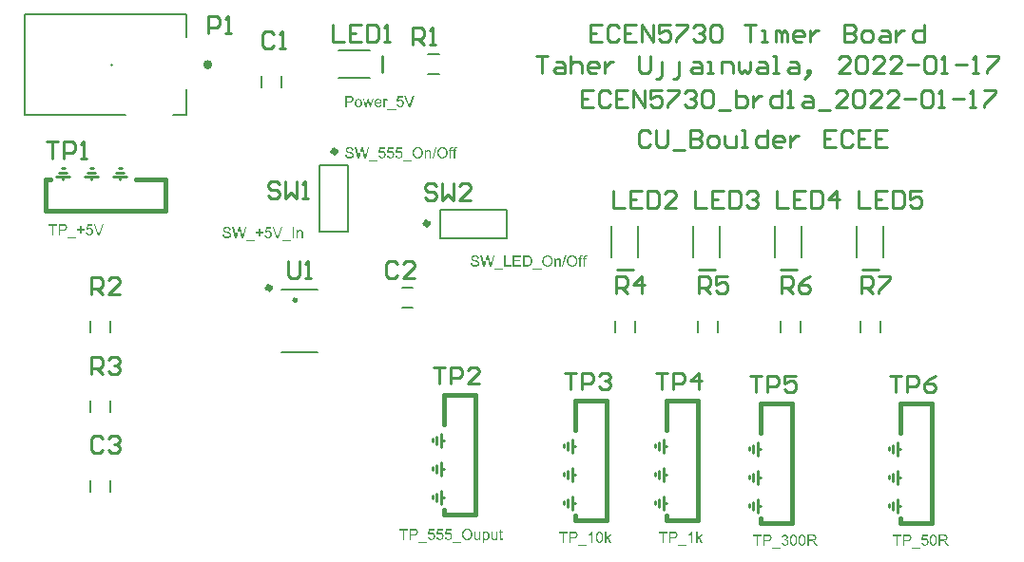
<source format=gto>
G04*
G04 #@! TF.GenerationSoftware,Altium Limited,Altium Designer,21.8.1 (53)*
G04*
G04 Layer_Color=65535*
%FSLAX25Y25*%
%MOIN*%
G70*
G04*
G04 #@! TF.SameCoordinates,FCDAA400-C0CE-4F93-ADCE-5479437ED816*
G04*
G04*
G04 #@! TF.FilePolarity,Positive*
G04*
G01*
G75*
%ADD10C,0.02000*%
%ADD11C,0.01575*%
%ADD12C,0.01181*%
%ADD13C,0.00787*%
%ADD14C,0.00500*%
%ADD15C,0.01000*%
%ADD16C,0.00787*%
%ADD17C,0.00600*%
%ADD18C,0.01500*%
G36*
X130434Y165915D02*
X130456D01*
X130482Y165911D01*
X130543Y165900D01*
X130617Y165881D01*
X130700Y165855D01*
X130786Y165817D01*
X130880Y165765D01*
X130711Y165326D01*
X130704Y165330D01*
X130681Y165341D01*
X130648Y165360D01*
X130603Y165379D01*
X130550Y165398D01*
X130494Y165416D01*
X130430Y165427D01*
X130366Y165431D01*
X130340D01*
X130310Y165427D01*
X130272Y165420D01*
X130231Y165409D01*
X130186Y165390D01*
X130138Y165367D01*
X130089Y165338D01*
X130085Y165334D01*
X130070Y165319D01*
X130048Y165300D01*
X130021Y165270D01*
X129991Y165233D01*
X129961Y165188D01*
X129935Y165139D01*
X129912Y165079D01*
Y165075D01*
X129909Y165068D01*
X129905Y165052D01*
X129901Y165034D01*
X129894Y165011D01*
X129890Y164985D01*
X129883Y164951D01*
X129875Y164918D01*
X129860Y164835D01*
X129849Y164741D01*
X129841Y164636D01*
X129838Y164527D01*
Y163069D01*
X129365D01*
Y165855D01*
X129789D01*
Y165431D01*
X129792Y165435D01*
X129796Y165443D01*
X129804Y165457D01*
X129815Y165480D01*
X129830Y165503D01*
X129849Y165529D01*
X129886Y165593D01*
X129931Y165656D01*
X129984Y165720D01*
X130036Y165776D01*
X130062Y165803D01*
X130089Y165821D01*
X130096Y165825D01*
X130115Y165836D01*
X130141Y165851D01*
X130179Y165870D01*
X130224Y165889D01*
X130276Y165904D01*
X130333Y165915D01*
X130393Y165919D01*
X130415D01*
X130434Y165915D01*
D02*
G37*
G36*
X125112Y163069D02*
X124625D01*
X124182Y164734D01*
X124074Y165210D01*
X123507Y163069D01*
X123016D01*
X122165Y165855D01*
X122652D01*
X123099Y164242D01*
X123260Y163646D01*
Y163650D01*
X123264Y163661D01*
X123267Y163672D01*
X123271Y163688D01*
X123275Y163710D01*
X123283Y163736D01*
X123290Y163766D01*
X123301Y163807D01*
X123312Y163853D01*
X123328Y163909D01*
X123343Y163972D01*
X123361Y164044D01*
X123384Y164126D01*
X123406Y164220D01*
X123853Y165855D01*
X124336D01*
X124752Y164235D01*
X124888Y163706D01*
X125049Y164242D01*
X125529Y165855D01*
X125986D01*
X125112Y163069D01*
D02*
G37*
G36*
X138811D02*
X138283D01*
X136797Y166912D01*
X137349D01*
X138346Y164119D01*
Y164115D01*
X138350Y164104D01*
X138357Y164085D01*
X138365Y164062D01*
X138376Y164032D01*
X138388Y163995D01*
X138402Y163958D01*
X138417Y163912D01*
X138447Y163815D01*
X138481Y163710D01*
X138515Y163601D01*
X138549Y163489D01*
Y163493D01*
X138552Y163504D01*
X138556Y163519D01*
X138564Y163541D01*
X138575Y163571D01*
X138583Y163605D01*
X138594Y163643D01*
X138609Y163688D01*
X138639Y163781D01*
X138672Y163886D01*
X138714Y164003D01*
X138755Y164119D01*
X139797Y166912D01*
X140315D01*
X138811Y163069D01*
D02*
G37*
G36*
X136381Y166414D02*
X134840D01*
X134634Y165375D01*
X134637Y165379D01*
X134649Y165386D01*
X134668Y165398D01*
X134694Y165412D01*
X134724Y165431D01*
X134765Y165454D01*
X134806Y165472D01*
X134855Y165499D01*
X134907Y165521D01*
X134964Y165540D01*
X135088Y165581D01*
X135151Y165596D01*
X135219Y165608D01*
X135290Y165615D01*
X135361Y165619D01*
X135384D01*
X135410Y165615D01*
X135448D01*
X135489Y165608D01*
X135541Y165600D01*
X135598Y165589D01*
X135658Y165574D01*
X135721Y165555D01*
X135793Y165533D01*
X135864Y165506D01*
X135935Y165472D01*
X136006Y165431D01*
X136077Y165386D01*
X136145Y165330D01*
X136213Y165270D01*
X136216Y165266D01*
X136228Y165255D01*
X136246Y165233D01*
X136269Y165206D01*
X136295Y165173D01*
X136321Y165131D01*
X136355Y165083D01*
X136389Y165026D01*
X136419Y164966D01*
X136452Y164899D01*
X136479Y164824D01*
X136509Y164745D01*
X136528Y164659D01*
X136546Y164569D01*
X136557Y164471D01*
X136561Y164370D01*
Y164363D01*
Y164348D01*
X136557Y164321D01*
Y164284D01*
X136554Y164239D01*
X136546Y164186D01*
X136535Y164126D01*
X136524Y164062D01*
X136505Y163995D01*
X136486Y163920D01*
X136460Y163845D01*
X136430Y163770D01*
X136396Y163695D01*
X136355Y163616D01*
X136306Y163541D01*
X136254Y163470D01*
X136250Y163466D01*
X136235Y163451D01*
X136216Y163429D01*
X136186Y163399D01*
X136149Y163361D01*
X136104Y163324D01*
X136051Y163283D01*
X135991Y163238D01*
X135920Y163192D01*
X135845Y163151D01*
X135763Y163114D01*
X135672Y163076D01*
X135575Y163046D01*
X135474Y163024D01*
X135361Y163009D01*
X135245Y163005D01*
X135222D01*
X135196Y163009D01*
X135159D01*
X135114Y163013D01*
X135061Y163020D01*
X135005Y163031D01*
X134941Y163042D01*
X134874Y163057D01*
X134806Y163076D01*
X134735Y163099D01*
X134660Y163129D01*
X134589Y163163D01*
X134518Y163200D01*
X134450Y163245D01*
X134386Y163297D01*
X134382Y163301D01*
X134371Y163312D01*
X134356Y163328D01*
X134334Y163350D01*
X134308Y163380D01*
X134281Y163417D01*
X134248Y163459D01*
X134218Y163504D01*
X134184Y163556D01*
X134150Y163616D01*
X134120Y163680D01*
X134090Y163751D01*
X134064Y163826D01*
X134041Y163905D01*
X134022Y163988D01*
X134011Y164077D01*
X134506Y164119D01*
Y164115D01*
X134510Y164104D01*
X134514Y164085D01*
X134518Y164059D01*
X134525Y164029D01*
X134532Y163995D01*
X134559Y163912D01*
X134592Y163826D01*
X134634Y163736D01*
X134690Y163646D01*
X134724Y163609D01*
X134757Y163571D01*
X134761Y163567D01*
X134769Y163564D01*
X134780Y163556D01*
X134795Y163545D01*
X134814Y163530D01*
X134836Y163515D01*
X134896Y163481D01*
X134968Y163447D01*
X135050Y163421D01*
X135144Y163399D01*
X135193Y163395D01*
X135245Y163391D01*
X135279D01*
X135301Y163395D01*
X135331Y163399D01*
X135365Y163406D01*
X135403Y163414D01*
X135444Y163425D01*
X135538Y163455D01*
X135582Y163474D01*
X135631Y163500D01*
X135680Y163530D01*
X135729Y163564D01*
X135777Y163601D01*
X135822Y163646D01*
X135826Y163650D01*
X135834Y163657D01*
X135845Y163672D01*
X135860Y163695D01*
X135879Y163717D01*
X135898Y163751D01*
X135920Y163789D01*
X135942Y163830D01*
X135961Y163875D01*
X135984Y163927D01*
X136003Y163984D01*
X136021Y164044D01*
X136036Y164108D01*
X136047Y164179D01*
X136055Y164250D01*
X136059Y164329D01*
Y164332D01*
Y164348D01*
Y164366D01*
X136055Y164396D01*
X136051Y164430D01*
X136047Y164468D01*
X136040Y164513D01*
X136029Y164561D01*
X136003Y164663D01*
X135984Y164715D01*
X135961Y164768D01*
X135935Y164820D01*
X135905Y164873D01*
X135871Y164921D01*
X135830Y164966D01*
X135826Y164970D01*
X135819Y164978D01*
X135808Y164989D01*
X135789Y165004D01*
X135766Y165023D01*
X135740Y165041D01*
X135706Y165064D01*
X135672Y165086D01*
X135631Y165105D01*
X135586Y165128D01*
X135538Y165146D01*
X135485Y165165D01*
X135425Y165180D01*
X135365Y165191D01*
X135301Y165199D01*
X135234Y165202D01*
X135196D01*
X135174Y165199D01*
X135151D01*
X135095Y165191D01*
X135031Y165176D01*
X134964Y165157D01*
X134892Y165131D01*
X134821Y165097D01*
X134818D01*
X134814Y165094D01*
X134791Y165079D01*
X134757Y165056D01*
X134720Y165026D01*
X134671Y164985D01*
X134626Y164940D01*
X134578Y164887D01*
X134536Y164831D01*
X134094Y164887D01*
X134465Y166864D01*
X136381D01*
Y166414D01*
D02*
G37*
G36*
X117620Y166909D02*
X117665D01*
X117759Y166905D01*
X117856Y166897D01*
X117950Y166886D01*
X117995Y166883D01*
X118033Y166875D01*
X118036D01*
X118044Y166871D01*
X118059D01*
X118081Y166864D01*
X118104Y166860D01*
X118134Y166852D01*
X118198Y166834D01*
X118272Y166811D01*
X118355Y166778D01*
X118434Y166740D01*
X118509Y166695D01*
X118512D01*
X118516Y166688D01*
X118539Y166673D01*
X118576Y166642D01*
X118617Y166601D01*
X118666Y166545D01*
X118719Y166485D01*
X118771Y166410D01*
X118816Y166324D01*
Y166320D01*
X118820Y166313D01*
X118827Y166301D01*
X118835Y166282D01*
X118842Y166260D01*
X118854Y166234D01*
X118865Y166204D01*
X118876Y166170D01*
X118899Y166091D01*
X118918Y166001D01*
X118932Y165904D01*
X118936Y165799D01*
Y165795D01*
Y165776D01*
X118932Y165750D01*
Y165716D01*
X118925Y165675D01*
X118921Y165626D01*
X118910Y165574D01*
X118899Y165514D01*
X118880Y165450D01*
X118861Y165383D01*
X118835Y165315D01*
X118805Y165244D01*
X118767Y165173D01*
X118726Y165105D01*
X118677Y165038D01*
X118621Y164970D01*
X118617Y164966D01*
X118606Y164955D01*
X118588Y164940D01*
X118561Y164918D01*
X118524Y164891D01*
X118479Y164865D01*
X118426Y164831D01*
X118362Y164801D01*
X118291Y164771D01*
X118209Y164741D01*
X118119Y164711D01*
X118014Y164685D01*
X117901Y164663D01*
X117778Y164647D01*
X117642Y164636D01*
X117496Y164632D01*
X116510D01*
Y163069D01*
X116000D01*
Y166912D01*
X117579D01*
X117620Y166909D01*
D02*
G37*
G36*
X127580Y165915D02*
X127621Y165911D01*
X127666Y165908D01*
X127723Y165900D01*
X127786Y165885D01*
X127850Y165870D01*
X127921Y165851D01*
X127996Y165825D01*
X128071Y165795D01*
X128146Y165758D01*
X128225Y165712D01*
X128300Y165664D01*
X128371Y165604D01*
X128439Y165536D01*
X128443Y165533D01*
X128454Y165517D01*
X128472Y165495D01*
X128495Y165465D01*
X128521Y165427D01*
X128551Y165379D01*
X128585Y165322D01*
X128619Y165259D01*
X128649Y165188D01*
X128682Y165105D01*
X128712Y165019D01*
X128739Y164921D01*
X128761Y164820D01*
X128780Y164708D01*
X128791Y164591D01*
X128795Y164464D01*
Y164456D01*
Y164445D01*
Y164434D01*
Y164415D01*
Y164392D01*
X128791Y164370D01*
Y164340D01*
X126710D01*
Y164336D01*
Y164321D01*
X126714Y164295D01*
X126717Y164265D01*
X126725Y164227D01*
X126733Y164182D01*
X126740Y164134D01*
X126751Y164077D01*
X126785Y163965D01*
X126807Y163905D01*
X126830Y163849D01*
X126860Y163793D01*
X126890Y163736D01*
X126927Y163684D01*
X126969Y163635D01*
X126972Y163631D01*
X126980Y163624D01*
X126991Y163612D01*
X127010Y163598D01*
X127032Y163579D01*
X127062Y163556D01*
X127093Y163538D01*
X127130Y163515D01*
X127171Y163489D01*
X127213Y163470D01*
X127261Y163447D01*
X127314Y163429D01*
X127370Y163414D01*
X127426Y163402D01*
X127490Y163395D01*
X127554Y163391D01*
X127580D01*
X127599Y163395D01*
X127621D01*
X127644Y163399D01*
X127708Y163410D01*
X127775Y163425D01*
X127850Y163447D01*
X127925Y163481D01*
X127996Y163526D01*
X128000D01*
X128004Y163534D01*
X128026Y163552D01*
X128060Y163586D01*
X128101Y163635D01*
X128150Y163695D01*
X128199Y163770D01*
X128221Y163815D01*
X128244Y163864D01*
X128266Y163912D01*
X128289Y163969D01*
X128776Y163905D01*
Y163901D01*
X128772Y163886D01*
X128765Y163864D01*
X128754Y163834D01*
X128743Y163796D01*
X128724Y163755D01*
X128705Y163710D01*
X128682Y163661D01*
X128653Y163609D01*
X128622Y163552D01*
X128589Y163496D01*
X128548Y163440D01*
X128506Y163388D01*
X128457Y163335D01*
X128405Y163283D01*
X128349Y163238D01*
X128345Y163234D01*
X128334Y163226D01*
X128319Y163215D01*
X128293Y163200D01*
X128262Y163185D01*
X128225Y163163D01*
X128180Y163144D01*
X128131Y163121D01*
X128079Y163099D01*
X128019Y163080D01*
X127951Y163057D01*
X127884Y163042D01*
X127805Y163028D01*
X127726Y163016D01*
X127644Y163009D01*
X127554Y163005D01*
X127527D01*
X127494Y163009D01*
X127453Y163013D01*
X127400Y163016D01*
X127340Y163024D01*
X127276Y163035D01*
X127205Y163054D01*
X127126Y163073D01*
X127048Y163095D01*
X126969Y163129D01*
X126886Y163163D01*
X126807Y163207D01*
X126729Y163256D01*
X126654Y163312D01*
X126583Y163380D01*
X126579Y163384D01*
X126567Y163399D01*
X126549Y163417D01*
X126526Y163451D01*
X126500Y163489D01*
X126470Y163534D01*
X126436Y163590D01*
X126406Y163654D01*
X126373Y163725D01*
X126339Y163804D01*
X126309Y163890D01*
X126283Y163984D01*
X126260Y164085D01*
X126241Y164198D01*
X126230Y164314D01*
X126226Y164437D01*
Y164441D01*
Y164445D01*
Y164468D01*
X126230Y164505D01*
X126234Y164554D01*
X126237Y164614D01*
X126245Y164681D01*
X126256Y164756D01*
X126271Y164839D01*
X126290Y164921D01*
X126312Y165011D01*
X126342Y165101D01*
X126380Y165195D01*
X126421Y165285D01*
X126466Y165371D01*
X126523Y165454D01*
X126586Y165529D01*
X126590Y165533D01*
X126605Y165548D01*
X126624Y165566D01*
X126654Y165589D01*
X126688Y165619D01*
X126733Y165653D01*
X126781Y165686D01*
X126841Y165724D01*
X126905Y165761D01*
X126976Y165795D01*
X127055Y165829D01*
X127137Y165859D01*
X127227Y165881D01*
X127321Y165904D01*
X127422Y165915D01*
X127527Y165919D01*
X127554D01*
X127580Y165915D01*
D02*
G37*
G36*
X120706D02*
X120744Y165911D01*
X120792Y165908D01*
X120852Y165900D01*
X120913Y165889D01*
X120984Y165870D01*
X121055Y165851D01*
X121130Y165825D01*
X121209Y165795D01*
X121288Y165758D01*
X121366Y165716D01*
X121441Y165664D01*
X121516Y165608D01*
X121588Y165540D01*
X121591Y165536D01*
X121602Y165521D01*
X121621Y165503D01*
X121644Y165472D01*
X121674Y165431D01*
X121704Y165386D01*
X121738Y165334D01*
X121771Y165270D01*
X121805Y165199D01*
X121839Y165120D01*
X121869Y165038D01*
X121899Y164944D01*
X121921Y164842D01*
X121940Y164737D01*
X121951Y164621D01*
X121955Y164501D01*
Y164494D01*
Y164479D01*
Y164449D01*
X121951Y164411D01*
Y164366D01*
X121948Y164314D01*
X121940Y164258D01*
X121936Y164194D01*
X121917Y164059D01*
X121888Y163916D01*
X121846Y163777D01*
X121824Y163714D01*
X121794Y163654D01*
Y163650D01*
X121786Y163639D01*
X121779Y163624D01*
X121764Y163605D01*
X121749Y163579D01*
X121726Y163549D01*
X121674Y163478D01*
X121606Y163402D01*
X121528Y163320D01*
X121430Y163245D01*
X121321Y163174D01*
X121318D01*
X121306Y163166D01*
X121291Y163159D01*
X121269Y163147D01*
X121239Y163136D01*
X121205Y163121D01*
X121168Y163106D01*
X121123Y163091D01*
X121074Y163073D01*
X121021Y163057D01*
X120909Y163031D01*
X120785Y163013D01*
X120718Y163009D01*
X120650Y163005D01*
X120624D01*
X120594Y163009D01*
X120553Y163013D01*
X120504Y163016D01*
X120448Y163024D01*
X120384Y163035D01*
X120316Y163054D01*
X120241Y163073D01*
X120166Y163095D01*
X120088Y163129D01*
X120009Y163163D01*
X119930Y163207D01*
X119851Y163256D01*
X119780Y163312D01*
X119709Y163380D01*
X119705Y163384D01*
X119694Y163399D01*
X119675Y163417D01*
X119652Y163451D01*
X119626Y163489D01*
X119596Y163538D01*
X119562Y163590D01*
X119529Y163657D01*
X119495Y163729D01*
X119461Y163807D01*
X119431Y163898D01*
X119405Y163995D01*
X119383Y164100D01*
X119364Y164213D01*
X119352Y164332D01*
X119349Y164460D01*
Y164464D01*
Y164468D01*
Y164479D01*
Y164494D01*
X119352Y164535D01*
X119356Y164587D01*
X119364Y164651D01*
X119371Y164726D01*
X119386Y164809D01*
X119401Y164895D01*
X119424Y164985D01*
X119454Y165083D01*
X119488Y165176D01*
X119529Y165270D01*
X119578Y165364D01*
X119634Y165450D01*
X119701Y165533D01*
X119776Y165608D01*
X119780Y165611D01*
X119791Y165622D01*
X119814Y165638D01*
X119840Y165656D01*
X119874Y165679D01*
X119919Y165705D01*
X119967Y165735D01*
X120020Y165765D01*
X120080Y165791D01*
X120148Y165821D01*
X120219Y165848D01*
X120298Y165870D01*
X120380Y165889D01*
X120466Y165904D01*
X120556Y165915D01*
X120650Y165919D01*
X120676D01*
X120706Y165915D01*
D02*
G37*
G36*
X133846Y162000D02*
X130722D01*
Y162341D01*
X133846D01*
Y162000D01*
D02*
G37*
G36*
X154966Y148972D02*
X155023Y148969D01*
X155090Y148965D01*
X155165Y148958D01*
X155247Y148942D01*
X155334Y148927D01*
X155262Y148519D01*
X155255D01*
X155236Y148522D01*
X155210Y148526D01*
X155173Y148534D01*
X155131Y148538D01*
X155082Y148541D01*
X154985Y148545D01*
X154951D01*
X154914Y148541D01*
X154869Y148534D01*
X154816Y148522D01*
X154768Y148504D01*
X154719Y148481D01*
X154681Y148451D01*
X154677Y148448D01*
X154666Y148433D01*
X154651Y148410D01*
X154636Y148376D01*
X154621Y148328D01*
X154606Y148271D01*
X154595Y148196D01*
X154591Y148155D01*
Y148110D01*
Y147855D01*
X155135D01*
Y147487D01*
X154595D01*
Y145069D01*
X154122D01*
Y147487D01*
X153706D01*
Y147855D01*
X154122D01*
Y148147D01*
Y148151D01*
Y148159D01*
Y148174D01*
Y148193D01*
Y148219D01*
X154126Y148245D01*
X154130Y148305D01*
X154134Y148372D01*
X154145Y148444D01*
X154156Y148507D01*
X154171Y148564D01*
Y148567D01*
X154175Y148571D01*
X154186Y148594D01*
X154201Y148627D01*
X154227Y148669D01*
X154261Y148717D01*
X154303Y148766D01*
X154351Y148815D01*
X154411Y148860D01*
X154415D01*
X154419Y148864D01*
X154430Y148871D01*
X154445Y148879D01*
X154460Y148886D01*
X154482Y148898D01*
X154535Y148920D01*
X154603Y148939D01*
X154685Y148958D01*
X154782Y148972D01*
X154891Y148976D01*
X154947D01*
X154966Y148972D01*
D02*
G37*
G36*
X153474D02*
X153530Y148969D01*
X153597Y148965D01*
X153673Y148958D01*
X153755Y148942D01*
X153841Y148927D01*
X153770Y148519D01*
X153762D01*
X153744Y148522D01*
X153718Y148526D01*
X153680Y148534D01*
X153639Y148538D01*
X153590Y148541D01*
X153492Y148545D01*
X153459D01*
X153421Y148541D01*
X153376Y148534D01*
X153324Y148522D01*
X153275Y148504D01*
X153226Y148481D01*
X153189Y148451D01*
X153185Y148448D01*
X153174Y148433D01*
X153159Y148410D01*
X153144Y148376D01*
X153129Y148328D01*
X153114Y148271D01*
X153103Y148196D01*
X153099Y148155D01*
Y148110D01*
Y147855D01*
X153642D01*
Y147487D01*
X153103D01*
Y145069D01*
X152630D01*
Y147487D01*
X152214D01*
Y147855D01*
X152630D01*
Y148147D01*
Y148151D01*
Y148159D01*
Y148174D01*
Y148193D01*
Y148219D01*
X152634Y148245D01*
X152638Y148305D01*
X152641Y148372D01*
X152653Y148444D01*
X152664Y148507D01*
X152679Y148564D01*
Y148567D01*
X152682Y148571D01*
X152694Y148594D01*
X152709Y148627D01*
X152735Y148669D01*
X152769Y148717D01*
X152810Y148766D01*
X152859Y148815D01*
X152919Y148860D01*
X152922D01*
X152926Y148864D01*
X152937Y148871D01*
X152953Y148879D01*
X152968Y148886D01*
X152990Y148898D01*
X153042Y148920D01*
X153110Y148939D01*
X153192Y148958D01*
X153290Y148972D01*
X153399Y148976D01*
X153455D01*
X153474Y148972D01*
D02*
G37*
G36*
X117564Y148976D02*
X117601D01*
X117646Y148972D01*
X117695Y148969D01*
X117747Y148961D01*
X117804Y148954D01*
X117864Y148946D01*
X117991Y148920D01*
X118119Y148886D01*
X118246Y148841D01*
X118250D01*
X118261Y148834D01*
X118276Y148826D01*
X118299Y148815D01*
X118329Y148800D01*
X118359Y148785D01*
X118430Y148740D01*
X118512Y148680D01*
X118595Y148612D01*
X118677Y148530D01*
X118749Y148436D01*
X118753Y148433D01*
X118756Y148425D01*
X118764Y148410D01*
X118775Y148391D01*
X118790Y148365D01*
X118805Y148335D01*
X118820Y148301D01*
X118839Y148260D01*
X118858Y148219D01*
X118872Y148174D01*
X118903Y148069D01*
X118929Y147956D01*
X118936Y147896D01*
X118940Y147833D01*
X118453Y147795D01*
Y147799D01*
X118449Y147810D01*
Y147829D01*
X118441Y147855D01*
X118438Y147885D01*
X118426Y147919D01*
X118415Y147956D01*
X118404Y147997D01*
X118370Y148088D01*
X118321Y148178D01*
X118291Y148222D01*
X118261Y148264D01*
X118224Y148305D01*
X118183Y148343D01*
X118179Y148346D01*
X118171Y148350D01*
X118160Y148361D01*
X118141Y148372D01*
X118119Y148388D01*
X118089Y148403D01*
X118055Y148417D01*
X118014Y148436D01*
X117969Y148455D01*
X117920Y148470D01*
X117868Y148485D01*
X117807Y148500D01*
X117740Y148511D01*
X117673Y148522D01*
X117594Y148526D01*
X117515Y148530D01*
X117470D01*
X117440Y148526D01*
X117403D01*
X117358Y148522D01*
X117309Y148515D01*
X117260Y148507D01*
X117148Y148489D01*
X117039Y148459D01*
X116982Y148436D01*
X116934Y148414D01*
X116885Y148388D01*
X116844Y148357D01*
X116840D01*
X116836Y148350D01*
X116810Y148328D01*
X116776Y148290D01*
X116739Y148245D01*
X116701Y148185D01*
X116667Y148114D01*
X116641Y148039D01*
X116638Y147997D01*
X116634Y147952D01*
Y147949D01*
Y147945D01*
Y147934D01*
X116638Y147919D01*
X116641Y147878D01*
X116653Y147833D01*
X116671Y147776D01*
X116694Y147720D01*
X116731Y147664D01*
X116780Y147611D01*
X116784D01*
X116788Y147604D01*
X116799Y147596D01*
X116814Y147589D01*
X116832Y147578D01*
X116859Y147563D01*
X116893Y147544D01*
X116930Y147525D01*
X116979Y147506D01*
X117031Y147484D01*
X117095Y147461D01*
X117166Y147439D01*
X117245Y147413D01*
X117335Y147386D01*
X117436Y147360D01*
X117545Y147334D01*
X117552D01*
X117571Y147326D01*
X117605Y147319D01*
X117646Y147311D01*
X117695Y147300D01*
X117755Y147285D01*
X117819Y147270D01*
X117886Y147251D01*
X118029Y147214D01*
X118167Y147172D01*
X118235Y147150D01*
X118295Y147131D01*
X118351Y147109D01*
X118400Y147090D01*
X118404D01*
X118415Y147082D01*
X118434Y147075D01*
X118456Y147064D01*
X118482Y147049D01*
X118512Y147030D01*
X118588Y146985D01*
X118666Y146929D01*
X118749Y146861D01*
X118827Y146786D01*
X118861Y146745D01*
X118895Y146700D01*
X118899Y146696D01*
X118903Y146689D01*
X118910Y146677D01*
X118921Y146659D01*
X118932Y146636D01*
X118948Y146610D01*
X118963Y146576D01*
X118977Y146543D01*
X119004Y146464D01*
X119030Y146370D01*
X119049Y146265D01*
X119056Y146209D01*
Y146152D01*
Y146149D01*
Y146137D01*
Y146123D01*
X119053Y146100D01*
Y146074D01*
X119049Y146040D01*
X119041Y146006D01*
X119034Y145965D01*
X119015Y145875D01*
X118981Y145777D01*
X118940Y145676D01*
X118910Y145627D01*
X118880Y145575D01*
X118876Y145571D01*
X118872Y145564D01*
X118861Y145549D01*
X118846Y145530D01*
X118827Y145508D01*
X118809Y145481D01*
X118782Y145451D01*
X118753Y145421D01*
X118715Y145387D01*
X118677Y145354D01*
X118636Y145320D01*
X118591Y145282D01*
X118490Y145215D01*
X118374Y145155D01*
X118370D01*
X118359Y145148D01*
X118340Y145140D01*
X118317Y145133D01*
X118284Y145121D01*
X118250Y145106D01*
X118205Y145095D01*
X118160Y145080D01*
X118107Y145065D01*
X118051Y145054D01*
X117988Y145039D01*
X117924Y145027D01*
X117785Y145012D01*
X117635Y145005D01*
X117586D01*
X117549Y145009D01*
X117504D01*
X117451Y145012D01*
X117395Y145016D01*
X117331Y145024D01*
X117264Y145031D01*
X117192Y145043D01*
X117046Y145069D01*
X116900Y145106D01*
X116829Y145129D01*
X116761Y145155D01*
X116758Y145159D01*
X116746Y145162D01*
X116727Y145170D01*
X116705Y145185D01*
X116675Y145200D01*
X116638Y145219D01*
X116600Y145241D01*
X116559Y145271D01*
X116472Y145335D01*
X116379Y145414D01*
X116289Y145508D01*
X116206Y145613D01*
X116202Y145616D01*
X116199Y145627D01*
X116188Y145642D01*
X116176Y145665D01*
X116161Y145695D01*
X116142Y145729D01*
X116124Y145770D01*
X116105Y145815D01*
X116086Y145864D01*
X116068Y145916D01*
X116052Y145973D01*
X116034Y146036D01*
X116011Y146168D01*
X116004Y146235D01*
X116000Y146306D01*
X116480Y146347D01*
Y146344D01*
Y146336D01*
X116484Y146321D01*
X116488Y146299D01*
X116491Y146273D01*
X116499Y146246D01*
X116514Y146179D01*
X116533Y146104D01*
X116562Y146025D01*
X116596Y145946D01*
X116638Y145871D01*
Y145868D01*
X116645Y145864D01*
X116660Y145841D01*
X116690Y145808D01*
X116731Y145766D01*
X116784Y145718D01*
X116851Y145669D01*
X116930Y145616D01*
X117020Y145571D01*
X117024D01*
X117031Y145568D01*
X117046Y145560D01*
X117065Y145553D01*
X117091Y145545D01*
X117121Y145537D01*
X117155Y145526D01*
X117192Y145515D01*
X117234Y145504D01*
X117279Y145496D01*
X117380Y145477D01*
X117492Y145463D01*
X117613Y145459D01*
X117661D01*
X117687Y145463D01*
X117718D01*
X117785Y145470D01*
X117864Y145481D01*
X117950Y145496D01*
X118036Y145515D01*
X118122Y145545D01*
X118126D01*
X118134Y145549D01*
X118145Y145553D01*
X118160Y145560D01*
X118201Y145579D01*
X118250Y145609D01*
X118303Y145642D01*
X118359Y145680D01*
X118411Y145729D01*
X118456Y145781D01*
X118460Y145789D01*
X118475Y145808D01*
X118490Y145837D01*
X118512Y145879D01*
X118531Y145928D01*
X118550Y145984D01*
X118561Y146044D01*
X118565Y146111D01*
Y146115D01*
Y146119D01*
Y146141D01*
X118561Y146175D01*
X118554Y146220D01*
X118539Y146269D01*
X118520Y146321D01*
X118494Y146374D01*
X118460Y146426D01*
X118456Y146434D01*
X118441Y146449D01*
X118415Y146475D01*
X118377Y146505D01*
X118329Y146543D01*
X118269Y146580D01*
X118198Y146617D01*
X118111Y146651D01*
X118104Y146655D01*
X118093Y146659D01*
X118078Y146662D01*
X118059Y146670D01*
X118036Y146677D01*
X118006Y146689D01*
X117969Y146700D01*
X117928Y146711D01*
X117879Y146726D01*
X117823Y146741D01*
X117759Y146756D01*
X117687Y146775D01*
X117609Y146794D01*
X117523Y146816D01*
X117429Y146839D01*
X117421D01*
X117406Y146846D01*
X117380Y146850D01*
X117342Y146861D01*
X117301Y146872D01*
X117249Y146884D01*
X117196Y146899D01*
X117136Y146917D01*
X117016Y146955D01*
X116893Y146993D01*
X116832Y147015D01*
X116780Y147037D01*
X116731Y147056D01*
X116686Y147079D01*
X116683D01*
X116675Y147086D01*
X116660Y147094D01*
X116641Y147105D01*
X116619Y147120D01*
X116593Y147135D01*
X116533Y147180D01*
X116465Y147232D01*
X116398Y147292D01*
X116334Y147364D01*
X116278Y147439D01*
Y147442D01*
X116270Y147450D01*
X116266Y147461D01*
X116255Y147476D01*
X116247Y147495D01*
X116236Y147521D01*
X116210Y147578D01*
X116184Y147649D01*
X116165Y147731D01*
X116150Y147821D01*
X116142Y147919D01*
Y147923D01*
Y147930D01*
Y147949D01*
X116146Y147968D01*
Y147994D01*
X116150Y148024D01*
X116157Y148057D01*
X116165Y148095D01*
X116184Y148178D01*
X116214Y148271D01*
X116255Y148365D01*
X116278Y148414D01*
X116307Y148462D01*
X116311Y148466D01*
X116315Y148474D01*
X116326Y148489D01*
X116338Y148504D01*
X116356Y148526D01*
X116375Y148549D01*
X116431Y148605D01*
X116499Y148669D01*
X116581Y148732D01*
X116675Y148796D01*
X116788Y148849D01*
X116791D01*
X116803Y148856D01*
X116821Y148860D01*
X116844Y148871D01*
X116874Y148879D01*
X116908Y148890D01*
X116949Y148901D01*
X116994Y148916D01*
X117046Y148927D01*
X117099Y148939D01*
X117159Y148950D01*
X117219Y148961D01*
X117350Y148976D01*
X117492Y148980D01*
X117534D01*
X117564Y148976D01*
D02*
G37*
G36*
X145235Y147915D02*
X145261D01*
X145325Y147907D01*
X145396Y147896D01*
X145471Y147878D01*
X145554Y147855D01*
X145633Y147825D01*
X145636D01*
X145640Y147821D01*
X145651Y147818D01*
X145666Y147810D01*
X145704Y147787D01*
X145753Y147761D01*
X145801Y147728D01*
X145854Y147686D01*
X145903Y147641D01*
X145948Y147589D01*
X145951Y147581D01*
X145966Y147563D01*
X145985Y147532D01*
X146008Y147491D01*
X146030Y147439D01*
X146056Y147379D01*
X146079Y147315D01*
X146098Y147240D01*
Y147232D01*
X146101Y147214D01*
X146105Y147180D01*
X146109Y147158D01*
X146113Y147135D01*
Y147105D01*
X146116Y147071D01*
Y147034D01*
X146120Y146989D01*
Y146944D01*
X146124Y146895D01*
Y146839D01*
Y146779D01*
Y145069D01*
X145651D01*
Y146764D01*
Y146767D01*
Y146775D01*
Y146790D01*
Y146812D01*
Y146835D01*
X145648Y146861D01*
X145644Y146925D01*
X145636Y146996D01*
X145629Y147067D01*
X145614Y147135D01*
X145595Y147195D01*
X145591Y147203D01*
X145584Y147218D01*
X145569Y147244D01*
X145550Y147277D01*
X145524Y147315D01*
X145490Y147353D01*
X145449Y147390D01*
X145400Y147424D01*
X145393Y147427D01*
X145374Y147439D01*
X145347Y147450D01*
X145306Y147469D01*
X145257Y147484D01*
X145201Y147495D01*
X145138Y147506D01*
X145070Y147510D01*
X145040D01*
X145021Y147506D01*
X144995Y147503D01*
X144965Y147499D01*
X144894Y147487D01*
X144811Y147461D01*
X144725Y147427D01*
X144680Y147405D01*
X144639Y147379D01*
X144594Y147349D01*
X144553Y147315D01*
X144549Y147311D01*
X144545Y147308D01*
X144534Y147292D01*
X144519Y147277D01*
X144504Y147255D01*
X144485Y147225D01*
X144463Y147191D01*
X144444Y147154D01*
X144425Y147109D01*
X144403Y147056D01*
X144384Y146996D01*
X144369Y146929D01*
X144354Y146858D01*
X144346Y146775D01*
X144339Y146689D01*
X144335Y146591D01*
Y145069D01*
X143862D01*
Y147855D01*
X144286D01*
Y147458D01*
X144290Y147461D01*
X144301Y147476D01*
X144320Y147499D01*
X144343Y147529D01*
X144376Y147566D01*
X144414Y147604D01*
X144459Y147645D01*
X144511Y147690D01*
X144571Y147731D01*
X144635Y147773D01*
X144710Y147814D01*
X144789Y147847D01*
X144875Y147878D01*
X144965Y147900D01*
X145066Y147915D01*
X145171Y147919D01*
X145212D01*
X145235Y147915D01*
D02*
G37*
G36*
X123294Y145069D02*
X122799D01*
X121993Y147997D01*
Y148001D01*
X121989Y148012D01*
X121981Y148031D01*
X121977Y148057D01*
X121966Y148084D01*
X121959Y148117D01*
X121936Y148193D01*
X121917Y148267D01*
X121895Y148343D01*
X121888Y148376D01*
X121880Y148406D01*
X121872Y148429D01*
X121869Y148448D01*
Y148444D01*
X121865Y148436D01*
X121861Y148421D01*
X121858Y148403D01*
X121854Y148380D01*
X121846Y148354D01*
X121831Y148290D01*
X121812Y148222D01*
X121794Y148144D01*
X121771Y148069D01*
X121753Y147997D01*
X120942Y145069D01*
X120417D01*
X119401Y148913D01*
X119922D01*
X120508Y146393D01*
Y146389D01*
X120511Y146374D01*
X120515Y146355D01*
X120522Y146325D01*
X120530Y146288D01*
X120541Y146246D01*
X120553Y146197D01*
X120564Y146145D01*
X120575Y146089D01*
X120590Y146025D01*
X120616Y145894D01*
X120642Y145751D01*
X120669Y145605D01*
Y145613D01*
X120676Y145631D01*
X120684Y145661D01*
X120691Y145703D01*
X120706Y145751D01*
X120718Y145804D01*
X120732Y145864D01*
X120747Y145924D01*
X120777Y146047D01*
X120792Y146107D01*
X120808Y146164D01*
X120819Y146212D01*
X120830Y146257D01*
X120837Y146291D01*
X120845Y146314D01*
X121576Y148913D01*
X122187D01*
X122739Y146966D01*
Y146962D01*
X122742Y146959D01*
Y146948D01*
X122746Y146932D01*
X122757Y146895D01*
X122773Y146843D01*
X122791Y146779D01*
X122810Y146704D01*
X122829Y146617D01*
X122855Y146524D01*
X122878Y146423D01*
X122904Y146318D01*
X122926Y146205D01*
X122952Y146085D01*
X122997Y145845D01*
X123039Y145605D01*
Y145609D01*
X123043Y145620D01*
X123046Y145642D01*
X123054Y145669D01*
X123061Y145703D01*
X123069Y145744D01*
X123080Y145792D01*
X123091Y145845D01*
X123106Y145905D01*
X123121Y145969D01*
X123136Y146036D01*
X123151Y146111D01*
X123170Y146190D01*
X123193Y146269D01*
X123234Y146441D01*
X123834Y148913D01*
X124347D01*
X123294Y145069D01*
D02*
G37*
G36*
X135954Y148414D02*
X134413D01*
X134206Y147375D01*
X134210Y147379D01*
X134221Y147386D01*
X134240Y147397D01*
X134266Y147413D01*
X134296Y147431D01*
X134337Y147454D01*
X134379Y147473D01*
X134427Y147499D01*
X134480Y147521D01*
X134536Y147540D01*
X134660Y147581D01*
X134724Y147596D01*
X134791Y147608D01*
X134862Y147615D01*
X134934Y147619D01*
X134956D01*
X134983Y147615D01*
X135020D01*
X135061Y147608D01*
X135114Y147600D01*
X135170Y147589D01*
X135230Y147574D01*
X135294Y147555D01*
X135365Y147532D01*
X135436Y147506D01*
X135508Y147473D01*
X135579Y147431D01*
X135650Y147386D01*
X135717Y147330D01*
X135785Y147270D01*
X135789Y147266D01*
X135800Y147255D01*
X135819Y147232D01*
X135841Y147206D01*
X135868Y147172D01*
X135894Y147131D01*
X135927Y147082D01*
X135961Y147026D01*
X135991Y146966D01*
X136025Y146899D01*
X136051Y146824D01*
X136081Y146745D01*
X136100Y146659D01*
X136119Y146569D01*
X136130Y146471D01*
X136134Y146370D01*
Y146362D01*
Y146347D01*
X136130Y146321D01*
Y146284D01*
X136126Y146239D01*
X136119Y146186D01*
X136108Y146126D01*
X136096Y146063D01*
X136077Y145995D01*
X136059Y145920D01*
X136032Y145845D01*
X136003Y145770D01*
X135969Y145695D01*
X135927Y145616D01*
X135879Y145541D01*
X135826Y145470D01*
X135822Y145466D01*
X135808Y145451D01*
X135789Y145429D01*
X135759Y145399D01*
X135721Y145361D01*
X135676Y145324D01*
X135624Y145282D01*
X135564Y145238D01*
X135493Y145193D01*
X135417Y145151D01*
X135335Y145114D01*
X135245Y145076D01*
X135148Y145046D01*
X135046Y145024D01*
X134934Y145009D01*
X134818Y145005D01*
X134795D01*
X134769Y145009D01*
X134731D01*
X134686Y145012D01*
X134634Y145020D01*
X134578Y145031D01*
X134514Y145043D01*
X134446Y145057D01*
X134379Y145076D01*
X134308Y145099D01*
X134232Y145129D01*
X134161Y145162D01*
X134090Y145200D01*
X134022Y145245D01*
X133959Y145298D01*
X133955Y145301D01*
X133944Y145312D01*
X133929Y145327D01*
X133906Y145350D01*
X133880Y145380D01*
X133854Y145417D01*
X133820Y145459D01*
X133790Y145504D01*
X133756Y145556D01*
X133722Y145616D01*
X133693Y145680D01*
X133662Y145751D01*
X133636Y145826D01*
X133614Y145905D01*
X133595Y145987D01*
X133584Y146078D01*
X134079Y146119D01*
Y146115D01*
X134082Y146104D01*
X134086Y146085D01*
X134090Y146059D01*
X134098Y146029D01*
X134105Y145995D01*
X134131Y145913D01*
X134165Y145826D01*
X134206Y145736D01*
X134263Y145646D01*
X134296Y145609D01*
X134330Y145571D01*
X134334Y145568D01*
X134341Y145564D01*
X134353Y145556D01*
X134368Y145545D01*
X134386Y145530D01*
X134409Y145515D01*
X134469Y145481D01*
X134540Y145448D01*
X134623Y145421D01*
X134716Y145399D01*
X134765Y145395D01*
X134818Y145391D01*
X134851D01*
X134874Y145395D01*
X134904Y145399D01*
X134938Y145406D01*
X134975Y145414D01*
X135016Y145425D01*
X135110Y145455D01*
X135155Y145474D01*
X135204Y145500D01*
X135252Y145530D01*
X135301Y145564D01*
X135350Y145601D01*
X135395Y145646D01*
X135399Y145650D01*
X135406Y145658D01*
X135417Y145673D01*
X135433Y145695D01*
X135451Y145718D01*
X135470Y145751D01*
X135493Y145789D01*
X135515Y145830D01*
X135534Y145875D01*
X135556Y145928D01*
X135575Y145984D01*
X135594Y146044D01*
X135609Y146107D01*
X135620Y146179D01*
X135627Y146250D01*
X135631Y146329D01*
Y146333D01*
Y146347D01*
Y146366D01*
X135627Y146396D01*
X135624Y146430D01*
X135620Y146467D01*
X135612Y146512D01*
X135601Y146561D01*
X135575Y146662D01*
X135556Y146715D01*
X135534Y146767D01*
X135508Y146820D01*
X135477Y146872D01*
X135444Y146921D01*
X135403Y146966D01*
X135399Y146970D01*
X135391Y146977D01*
X135380Y146989D01*
X135361Y147004D01*
X135339Y147022D01*
X135312Y147041D01*
X135279Y147064D01*
X135245Y147086D01*
X135204Y147105D01*
X135159Y147127D01*
X135110Y147146D01*
X135057Y147165D01*
X134997Y147180D01*
X134938Y147191D01*
X134874Y147199D01*
X134806Y147203D01*
X134769D01*
X134746Y147199D01*
X134724D01*
X134668Y147191D01*
X134604Y147176D01*
X134536Y147158D01*
X134465Y147131D01*
X134394Y147098D01*
X134390D01*
X134386Y147094D01*
X134364Y147079D01*
X134330Y147056D01*
X134292Y147026D01*
X134244Y146985D01*
X134199Y146940D01*
X134150Y146888D01*
X134109Y146831D01*
X133666Y146888D01*
X134037Y148864D01*
X135954D01*
Y148414D01*
D02*
G37*
G36*
X132969D02*
X131428D01*
X131221Y147375D01*
X131225Y147379D01*
X131236Y147386D01*
X131255Y147397D01*
X131281Y147413D01*
X131311Y147431D01*
X131352Y147454D01*
X131394Y147473D01*
X131442Y147499D01*
X131495Y147521D01*
X131551Y147540D01*
X131675Y147581D01*
X131739Y147596D01*
X131806Y147608D01*
X131878Y147615D01*
X131949Y147619D01*
X131971D01*
X131998Y147615D01*
X132035D01*
X132076Y147608D01*
X132129Y147600D01*
X132185Y147589D01*
X132245Y147574D01*
X132309Y147555D01*
X132380Y147532D01*
X132451Y147506D01*
X132522Y147473D01*
X132594Y147431D01*
X132665Y147386D01*
X132732Y147330D01*
X132800Y147270D01*
X132804Y147266D01*
X132815Y147255D01*
X132834Y147232D01*
X132856Y147206D01*
X132882Y147172D01*
X132909Y147131D01*
X132942Y147082D01*
X132976Y147026D01*
X133006Y146966D01*
X133040Y146899D01*
X133066Y146824D01*
X133096Y146745D01*
X133115Y146659D01*
X133134Y146569D01*
X133145Y146471D01*
X133149Y146370D01*
Y146362D01*
Y146347D01*
X133145Y146321D01*
Y146284D01*
X133141Y146239D01*
X133134Y146186D01*
X133123Y146126D01*
X133111Y146063D01*
X133092Y145995D01*
X133074Y145920D01*
X133047Y145845D01*
X133018Y145770D01*
X132984Y145695D01*
X132942Y145616D01*
X132894Y145541D01*
X132841Y145470D01*
X132837Y145466D01*
X132823Y145451D01*
X132804Y145429D01*
X132774Y145399D01*
X132736Y145361D01*
X132691Y145324D01*
X132639Y145282D01*
X132579Y145238D01*
X132508Y145193D01*
X132432Y145151D01*
X132350Y145114D01*
X132260Y145076D01*
X132162Y145046D01*
X132061Y145024D01*
X131949Y145009D01*
X131833Y145005D01*
X131810D01*
X131784Y145009D01*
X131746D01*
X131701Y145012D01*
X131649Y145020D01*
X131593Y145031D01*
X131529Y145043D01*
X131461Y145057D01*
X131394Y145076D01*
X131323Y145099D01*
X131247Y145129D01*
X131176Y145162D01*
X131105Y145200D01*
X131037Y145245D01*
X130974Y145298D01*
X130970Y145301D01*
X130959Y145312D01*
X130944Y145327D01*
X130921Y145350D01*
X130895Y145380D01*
X130869Y145417D01*
X130835Y145459D01*
X130805Y145504D01*
X130771Y145556D01*
X130737Y145616D01*
X130708Y145680D01*
X130677Y145751D01*
X130651Y145826D01*
X130629Y145905D01*
X130610Y145987D01*
X130599Y146078D01*
X131094Y146119D01*
Y146115D01*
X131097Y146104D01*
X131101Y146085D01*
X131105Y146059D01*
X131113Y146029D01*
X131120Y145995D01*
X131146Y145913D01*
X131180Y145826D01*
X131221Y145736D01*
X131278Y145646D01*
X131311Y145609D01*
X131345Y145571D01*
X131349Y145568D01*
X131356Y145564D01*
X131368Y145556D01*
X131383Y145545D01*
X131401Y145530D01*
X131424Y145515D01*
X131484Y145481D01*
X131555Y145448D01*
X131638Y145421D01*
X131731Y145399D01*
X131780Y145395D01*
X131833Y145391D01*
X131866D01*
X131889Y145395D01*
X131919Y145399D01*
X131953Y145406D01*
X131990Y145414D01*
X132031Y145425D01*
X132125Y145455D01*
X132170Y145474D01*
X132219Y145500D01*
X132267Y145530D01*
X132316Y145564D01*
X132365Y145601D01*
X132410Y145646D01*
X132414Y145650D01*
X132421Y145658D01*
X132432Y145673D01*
X132448Y145695D01*
X132466Y145718D01*
X132485Y145751D01*
X132508Y145789D01*
X132530Y145830D01*
X132549Y145875D01*
X132571Y145928D01*
X132590Y145984D01*
X132609Y146044D01*
X132624Y146107D01*
X132635Y146179D01*
X132642Y146250D01*
X132646Y146329D01*
Y146333D01*
Y146347D01*
Y146366D01*
X132642Y146396D01*
X132639Y146430D01*
X132635Y146467D01*
X132627Y146512D01*
X132616Y146561D01*
X132590Y146662D01*
X132571Y146715D01*
X132549Y146767D01*
X132522Y146820D01*
X132492Y146872D01*
X132459Y146921D01*
X132418Y146966D01*
X132414Y146970D01*
X132406Y146977D01*
X132395Y146989D01*
X132376Y147004D01*
X132354Y147022D01*
X132327Y147041D01*
X132294Y147064D01*
X132260Y147086D01*
X132219Y147105D01*
X132174Y147127D01*
X132125Y147146D01*
X132072Y147165D01*
X132012Y147180D01*
X131953Y147191D01*
X131889Y147199D01*
X131821Y147203D01*
X131784D01*
X131761Y147199D01*
X131739D01*
X131683Y147191D01*
X131619Y147176D01*
X131551Y147158D01*
X131480Y147131D01*
X131409Y147098D01*
X131405D01*
X131401Y147094D01*
X131379Y147079D01*
X131345Y147056D01*
X131307Y147026D01*
X131259Y146985D01*
X131214Y146940D01*
X131165Y146888D01*
X131124Y146831D01*
X130681Y146888D01*
X131052Y148864D01*
X132969D01*
Y148414D01*
D02*
G37*
G36*
X129984D02*
X128443D01*
X128236Y147375D01*
X128240Y147379D01*
X128251Y147386D01*
X128270Y147397D01*
X128296Y147413D01*
X128326Y147431D01*
X128367Y147454D01*
X128409Y147473D01*
X128457Y147499D01*
X128510Y147521D01*
X128566Y147540D01*
X128690Y147581D01*
X128754Y147596D01*
X128821Y147608D01*
X128893Y147615D01*
X128964Y147619D01*
X128986D01*
X129013Y147615D01*
X129050D01*
X129091Y147608D01*
X129144Y147600D01*
X129200Y147589D01*
X129260Y147574D01*
X129324Y147555D01*
X129395Y147532D01*
X129466Y147506D01*
X129537Y147473D01*
X129609Y147431D01*
X129680Y147386D01*
X129747Y147330D01*
X129815Y147270D01*
X129819Y147266D01*
X129830Y147255D01*
X129849Y147232D01*
X129871Y147206D01*
X129897Y147172D01*
X129924Y147131D01*
X129957Y147082D01*
X129991Y147026D01*
X130021Y146966D01*
X130055Y146899D01*
X130081Y146824D01*
X130111Y146745D01*
X130130Y146659D01*
X130149Y146569D01*
X130160Y146471D01*
X130164Y146370D01*
Y146362D01*
Y146347D01*
X130160Y146321D01*
Y146284D01*
X130156Y146239D01*
X130149Y146186D01*
X130138Y146126D01*
X130126Y146063D01*
X130107Y145995D01*
X130089Y145920D01*
X130062Y145845D01*
X130033Y145770D01*
X129999Y145695D01*
X129957Y145616D01*
X129909Y145541D01*
X129856Y145470D01*
X129852Y145466D01*
X129838Y145451D01*
X129819Y145429D01*
X129789Y145399D01*
X129751Y145361D01*
X129706Y145324D01*
X129654Y145282D01*
X129594Y145238D01*
X129523Y145193D01*
X129447Y145151D01*
X129365Y145114D01*
X129275Y145076D01*
X129177Y145046D01*
X129076Y145024D01*
X128964Y145009D01*
X128848Y145005D01*
X128825D01*
X128799Y145009D01*
X128761D01*
X128716Y145012D01*
X128664Y145020D01*
X128607Y145031D01*
X128544Y145043D01*
X128476Y145057D01*
X128409Y145076D01*
X128338Y145099D01*
X128262Y145129D01*
X128191Y145162D01*
X128120Y145200D01*
X128052Y145245D01*
X127989Y145298D01*
X127985Y145301D01*
X127974Y145312D01*
X127959Y145327D01*
X127936Y145350D01*
X127910Y145380D01*
X127884Y145417D01*
X127850Y145459D01*
X127820Y145504D01*
X127786Y145556D01*
X127752Y145616D01*
X127723Y145680D01*
X127692Y145751D01*
X127666Y145826D01*
X127644Y145905D01*
X127625Y145987D01*
X127614Y146078D01*
X128109Y146119D01*
Y146115D01*
X128112Y146104D01*
X128116Y146085D01*
X128120Y146059D01*
X128128Y146029D01*
X128135Y145995D01*
X128161Y145913D01*
X128195Y145826D01*
X128236Y145736D01*
X128293Y145646D01*
X128326Y145609D01*
X128360Y145571D01*
X128364Y145568D01*
X128371Y145564D01*
X128383Y145556D01*
X128398Y145545D01*
X128416Y145530D01*
X128439Y145515D01*
X128499Y145481D01*
X128570Y145448D01*
X128653Y145421D01*
X128746Y145399D01*
X128795Y145395D01*
X128848Y145391D01*
X128881D01*
X128904Y145395D01*
X128934Y145399D01*
X128967Y145406D01*
X129005Y145414D01*
X129046Y145425D01*
X129140Y145455D01*
X129185Y145474D01*
X129234Y145500D01*
X129282Y145530D01*
X129331Y145564D01*
X129380Y145601D01*
X129425Y145646D01*
X129429Y145650D01*
X129436Y145658D01*
X129447Y145673D01*
X129463Y145695D01*
X129481Y145718D01*
X129500Y145751D01*
X129523Y145789D01*
X129545Y145830D01*
X129564Y145875D01*
X129586Y145928D01*
X129605Y145984D01*
X129624Y146044D01*
X129639Y146107D01*
X129650Y146179D01*
X129657Y146250D01*
X129661Y146329D01*
Y146333D01*
Y146347D01*
Y146366D01*
X129657Y146396D01*
X129654Y146430D01*
X129650Y146467D01*
X129642Y146512D01*
X129631Y146561D01*
X129605Y146662D01*
X129586Y146715D01*
X129564Y146767D01*
X129537Y146820D01*
X129508Y146872D01*
X129474Y146921D01*
X129432Y146966D01*
X129429Y146970D01*
X129421Y146977D01*
X129410Y146989D01*
X129391Y147004D01*
X129369Y147022D01*
X129342Y147041D01*
X129309Y147064D01*
X129275Y147086D01*
X129234Y147105D01*
X129189Y147127D01*
X129140Y147146D01*
X129087Y147165D01*
X129027Y147180D01*
X128967Y147191D01*
X128904Y147199D01*
X128836Y147203D01*
X128799D01*
X128776Y147199D01*
X128754D01*
X128698Y147191D01*
X128634Y147176D01*
X128566Y147158D01*
X128495Y147131D01*
X128424Y147098D01*
X128420D01*
X128416Y147094D01*
X128394Y147079D01*
X128360Y147056D01*
X128323Y147026D01*
X128274Y146985D01*
X128229Y146940D01*
X128180Y146888D01*
X128139Y146831D01*
X127696Y146888D01*
X128068Y148864D01*
X129984D01*
Y148414D01*
D02*
G37*
G36*
X150178Y148976D02*
X150223Y148972D01*
X150279Y148965D01*
X150339Y148958D01*
X150406Y148950D01*
X150481Y148935D01*
X150556Y148916D01*
X150635Y148898D01*
X150717Y148871D01*
X150800Y148845D01*
X150882Y148808D01*
X150965Y148770D01*
X151048Y148725D01*
X151051Y148721D01*
X151066Y148714D01*
X151089Y148699D01*
X151119Y148680D01*
X151153Y148654D01*
X151194Y148620D01*
X151239Y148582D01*
X151291Y148541D01*
X151340Y148493D01*
X151396Y148440D01*
X151449Y148380D01*
X151505Y148316D01*
X151558Y148249D01*
X151606Y148174D01*
X151655Y148095D01*
X151700Y148012D01*
X151704Y148009D01*
X151711Y147994D01*
X151723Y147968D01*
X151734Y147934D01*
X151752Y147889D01*
X151771Y147840D01*
X151790Y147780D01*
X151813Y147713D01*
X151835Y147641D01*
X151854Y147563D01*
X151873Y147476D01*
X151891Y147386D01*
X151902Y147292D01*
X151914Y147195D01*
X151921Y147090D01*
X151925Y146985D01*
Y146977D01*
Y146959D01*
Y146929D01*
X151921Y146888D01*
X151918Y146835D01*
X151914Y146775D01*
X151906Y146707D01*
X151895Y146636D01*
X151884Y146557D01*
X151869Y146471D01*
X151850Y146385D01*
X151824Y146299D01*
X151797Y146205D01*
X151768Y146115D01*
X151730Y146025D01*
X151689Y145939D01*
X151685Y145935D01*
X151678Y145920D01*
X151663Y145894D01*
X151644Y145864D01*
X151621Y145826D01*
X151591Y145781D01*
X151558Y145732D01*
X151516Y145680D01*
X151471Y145624D01*
X151423Y145568D01*
X151366Y145508D01*
X151306Y145451D01*
X151242Y145395D01*
X151171Y145339D01*
X151096Y145290D01*
X151017Y145241D01*
X151014Y145238D01*
X150999Y145230D01*
X150976Y145219D01*
X150943Y145204D01*
X150901Y145185D01*
X150856Y145166D01*
X150800Y145144D01*
X150740Y145125D01*
X150672Y145103D01*
X150601Y145080D01*
X150522Y145061D01*
X150440Y145043D01*
X150357Y145027D01*
X150268Y145016D01*
X150178Y145009D01*
X150084Y145005D01*
X150031D01*
X149994Y145009D01*
X149945Y145012D01*
X149889Y145020D01*
X149829Y145027D01*
X149758Y145039D01*
X149686Y145050D01*
X149608Y145069D01*
X149529Y145088D01*
X149446Y145114D01*
X149360Y145144D01*
X149277Y145177D01*
X149195Y145219D01*
X149112Y145264D01*
X149109Y145267D01*
X149094Y145275D01*
X149071Y145290D01*
X149041Y145312D01*
X149007Y145339D01*
X148966Y145372D01*
X148921Y145410D01*
X148872Y145451D01*
X148820Y145500D01*
X148767Y145553D01*
X148711Y145613D01*
X148659Y145676D01*
X148606Y145744D01*
X148554Y145819D01*
X148509Y145897D01*
X148464Y145980D01*
X148460Y145984D01*
X148456Y145999D01*
X148445Y146025D01*
X148430Y146059D01*
X148415Y146100D01*
X148396Y146149D01*
X148374Y146209D01*
X148355Y146269D01*
X148336Y146340D01*
X148314Y146415D01*
X148295Y146494D01*
X148280Y146576D01*
X148265Y146662D01*
X148258Y146753D01*
X148250Y146846D01*
X148246Y146940D01*
Y146944D01*
Y146951D01*
Y146962D01*
Y146981D01*
X148250Y147004D01*
Y147034D01*
Y147064D01*
X148254Y147098D01*
X148261Y147180D01*
X148273Y147270D01*
X148291Y147375D01*
X148310Y147487D01*
X148336Y147604D01*
X148370Y147728D01*
X148415Y147851D01*
X148464Y147975D01*
X148524Y148099D01*
X148591Y148219D01*
X148670Y148331D01*
X148760Y148436D01*
X148767Y148444D01*
X148783Y148459D01*
X148812Y148485D01*
X148854Y148522D01*
X148902Y148564D01*
X148966Y148609D01*
X149038Y148658D01*
X149120Y148710D01*
X149210Y148759D01*
X149311Y148808D01*
X149420Y148853D01*
X149536Y148894D01*
X149664Y148931D01*
X149799Y148958D01*
X149937Y148972D01*
X150087Y148980D01*
X150140D01*
X150178Y148976D01*
D02*
G37*
G36*
X146874Y145005D02*
X146495D01*
X147609Y148980D01*
X147987D01*
X146874Y145005D01*
D02*
G37*
G36*
X141523Y148976D02*
X141568Y148972D01*
X141624Y148965D01*
X141684Y148958D01*
X141751Y148950D01*
X141826Y148935D01*
X141901Y148916D01*
X141980Y148898D01*
X142062Y148871D01*
X142145Y148845D01*
X142227Y148808D01*
X142310Y148770D01*
X142393Y148725D01*
X142396Y148721D01*
X142411Y148714D01*
X142434Y148699D01*
X142464Y148680D01*
X142498Y148654D01*
X142539Y148620D01*
X142584Y148582D01*
X142636Y148541D01*
X142685Y148493D01*
X142741Y148440D01*
X142794Y148380D01*
X142850Y148316D01*
X142903Y148249D01*
X142951Y148174D01*
X143000Y148095D01*
X143045Y148012D01*
X143049Y148009D01*
X143056Y147994D01*
X143068Y147968D01*
X143079Y147934D01*
X143097Y147889D01*
X143116Y147840D01*
X143135Y147780D01*
X143157Y147713D01*
X143180Y147641D01*
X143199Y147563D01*
X143218Y147476D01*
X143236Y147386D01*
X143247Y147292D01*
X143259Y147195D01*
X143266Y147090D01*
X143270Y146985D01*
Y146977D01*
Y146959D01*
Y146929D01*
X143266Y146888D01*
X143263Y146835D01*
X143259Y146775D01*
X143251Y146707D01*
X143240Y146636D01*
X143229Y146557D01*
X143214Y146471D01*
X143195Y146385D01*
X143169Y146299D01*
X143142Y146205D01*
X143113Y146115D01*
X143075Y146025D01*
X143034Y145939D01*
X143030Y145935D01*
X143023Y145920D01*
X143008Y145894D01*
X142989Y145864D01*
X142966Y145826D01*
X142936Y145781D01*
X142903Y145732D01*
X142861Y145680D01*
X142816Y145624D01*
X142768Y145568D01*
X142711Y145508D01*
X142651Y145451D01*
X142587Y145395D01*
X142516Y145339D01*
X142441Y145290D01*
X142362Y145241D01*
X142359Y145238D01*
X142344Y145230D01*
X142321Y145219D01*
X142288Y145204D01*
X142246Y145185D01*
X142201Y145166D01*
X142145Y145144D01*
X142085Y145125D01*
X142017Y145103D01*
X141946Y145080D01*
X141867Y145061D01*
X141785Y145043D01*
X141702Y145027D01*
X141613Y145016D01*
X141523Y145009D01*
X141429Y145005D01*
X141376D01*
X141339Y145009D01*
X141290Y145012D01*
X141234Y145020D01*
X141174Y145027D01*
X141103Y145039D01*
X141031Y145050D01*
X140953Y145069D01*
X140874Y145088D01*
X140791Y145114D01*
X140705Y145144D01*
X140622Y145177D01*
X140540Y145219D01*
X140457Y145264D01*
X140454Y145267D01*
X140439Y145275D01*
X140416Y145290D01*
X140386Y145312D01*
X140352Y145339D01*
X140311Y145372D01*
X140266Y145410D01*
X140217Y145451D01*
X140165Y145500D01*
X140112Y145553D01*
X140056Y145613D01*
X140004Y145676D01*
X139951Y145744D01*
X139899Y145819D01*
X139854Y145897D01*
X139809Y145980D01*
X139805Y145984D01*
X139801Y145999D01*
X139790Y146025D01*
X139775Y146059D01*
X139760Y146100D01*
X139741Y146149D01*
X139719Y146209D01*
X139700Y146269D01*
X139681Y146340D01*
X139659Y146415D01*
X139640Y146494D01*
X139625Y146576D01*
X139610Y146662D01*
X139602Y146753D01*
X139595Y146846D01*
X139591Y146940D01*
Y146944D01*
Y146951D01*
Y146962D01*
Y146981D01*
X139595Y147004D01*
Y147034D01*
Y147064D01*
X139599Y147098D01*
X139606Y147180D01*
X139618Y147270D01*
X139636Y147375D01*
X139655Y147487D01*
X139681Y147604D01*
X139715Y147728D01*
X139760Y147851D01*
X139809Y147975D01*
X139869Y148099D01*
X139936Y148219D01*
X140015Y148331D01*
X140105Y148436D01*
X140112Y148444D01*
X140128Y148459D01*
X140157Y148485D01*
X140199Y148522D01*
X140247Y148564D01*
X140311Y148609D01*
X140383Y148658D01*
X140465Y148710D01*
X140555Y148759D01*
X140656Y148808D01*
X140765Y148853D01*
X140881Y148894D01*
X141009Y148931D01*
X141144Y148958D01*
X141282Y148972D01*
X141432Y148980D01*
X141485D01*
X141523Y148976D01*
D02*
G37*
G36*
X139389Y144000D02*
X136265D01*
Y144341D01*
X139389D01*
Y144000D01*
D02*
G37*
G36*
X127449D02*
X124325D01*
Y144341D01*
X127449D01*
Y144000D01*
D02*
G37*
G36*
X320315Y12414D02*
X318774D01*
X318567Y11375D01*
X318571Y11379D01*
X318583Y11386D01*
X318601Y11398D01*
X318628Y11412D01*
X318657Y11431D01*
X318699Y11454D01*
X318740Y11473D01*
X318789Y11499D01*
X318841Y11521D01*
X318898Y11540D01*
X319021Y11581D01*
X319085Y11596D01*
X319152Y11608D01*
X319224Y11615D01*
X319295Y11619D01*
X319318D01*
X319344Y11615D01*
X319381D01*
X319423Y11608D01*
X319475Y11600D01*
X319531Y11589D01*
X319591Y11574D01*
X319655Y11555D01*
X319726Y11532D01*
X319797Y11506D01*
X319869Y11473D01*
X319940Y11431D01*
X320011Y11386D01*
X320079Y11330D01*
X320146Y11270D01*
X320150Y11266D01*
X320161Y11255D01*
X320180Y11232D01*
X320202Y11206D01*
X320229Y11173D01*
X320255Y11131D01*
X320289Y11083D01*
X320322Y11026D01*
X320353Y10966D01*
X320386Y10899D01*
X320412Y10824D01*
X320443Y10745D01*
X320461Y10659D01*
X320480Y10569D01*
X320491Y10471D01*
X320495Y10370D01*
Y10362D01*
Y10347D01*
X320491Y10321D01*
Y10284D01*
X320487Y10239D01*
X320480Y10186D01*
X320469Y10126D01*
X320458Y10063D01*
X320439Y9995D01*
X320420Y9920D01*
X320394Y9845D01*
X320364Y9770D01*
X320330Y9695D01*
X320289Y9616D01*
X320240Y9541D01*
X320187Y9470D01*
X320184Y9466D01*
X320169Y9451D01*
X320150Y9429D01*
X320120Y9399D01*
X320082Y9361D01*
X320038Y9324D01*
X319985Y9283D01*
X319925Y9238D01*
X319854Y9193D01*
X319779Y9151D01*
X319696Y9114D01*
X319606Y9076D01*
X319509Y9046D01*
X319408Y9024D01*
X319295Y9009D01*
X319179Y9005D01*
X319156D01*
X319130Y9009D01*
X319092D01*
X319047Y9013D01*
X318995Y9020D01*
X318939Y9031D01*
X318875Y9042D01*
X318808Y9058D01*
X318740Y9076D01*
X318669Y9099D01*
X318594Y9129D01*
X318523Y9162D01*
X318451Y9200D01*
X318384Y9245D01*
X318320Y9297D01*
X318316Y9301D01*
X318305Y9313D01*
X318290Y9328D01*
X318267Y9350D01*
X318241Y9380D01*
X318215Y9418D01*
X318181Y9459D01*
X318151Y9504D01*
X318117Y9556D01*
X318084Y9616D01*
X318054Y9680D01*
X318024Y9751D01*
X317998Y9826D01*
X317975Y9905D01*
X317956Y9988D01*
X317945Y10078D01*
X318440Y10119D01*
Y10115D01*
X318444Y10104D01*
X318447Y10085D01*
X318451Y10059D01*
X318459Y10029D01*
X318466Y9995D01*
X318493Y9912D01*
X318526Y9826D01*
X318567Y9736D01*
X318624Y9646D01*
X318657Y9609D01*
X318691Y9571D01*
X318695Y9567D01*
X318703Y9564D01*
X318714Y9556D01*
X318729Y9545D01*
X318747Y9530D01*
X318770Y9515D01*
X318830Y9481D01*
X318901Y9448D01*
X318984Y9421D01*
X319077Y9399D01*
X319126Y9395D01*
X319179Y9391D01*
X319213D01*
X319235Y9395D01*
X319265Y9399D01*
X319299Y9406D01*
X319336Y9414D01*
X319377Y9425D01*
X319471Y9455D01*
X319516Y9474D01*
X319565Y9500D01*
X319614Y9530D01*
X319662Y9564D01*
X319711Y9601D01*
X319756Y9646D01*
X319760Y9650D01*
X319767Y9657D01*
X319779Y9673D01*
X319794Y9695D01*
X319812Y9718D01*
X319831Y9751D01*
X319854Y9789D01*
X319876Y9830D01*
X319895Y9875D01*
X319917Y9928D01*
X319936Y9984D01*
X319955Y10044D01*
X319970Y10108D01*
X319981Y10179D01*
X319989Y10250D01*
X319992Y10329D01*
Y10333D01*
Y10347D01*
Y10366D01*
X319989Y10396D01*
X319985Y10430D01*
X319981Y10468D01*
X319974Y10513D01*
X319963Y10561D01*
X319936Y10662D01*
X319917Y10715D01*
X319895Y10768D01*
X319869Y10820D01*
X319839Y10872D01*
X319805Y10921D01*
X319764Y10966D01*
X319760Y10970D01*
X319753Y10977D01*
X319741Y10989D01*
X319723Y11004D01*
X319700Y11022D01*
X319674Y11041D01*
X319640Y11064D01*
X319606Y11086D01*
X319565Y11105D01*
X319520Y11128D01*
X319471Y11146D01*
X319419Y11165D01*
X319359Y11180D01*
X319299Y11191D01*
X319235Y11199D01*
X319167Y11203D01*
X319130D01*
X319108Y11199D01*
X319085D01*
X319029Y11191D01*
X318965Y11176D01*
X318898Y11157D01*
X318826Y11131D01*
X318755Y11097D01*
X318751D01*
X318747Y11094D01*
X318725Y11079D01*
X318691Y11056D01*
X318654Y11026D01*
X318605Y10985D01*
X318560Y10940D01*
X318511Y10887D01*
X318470Y10831D01*
X318027Y10887D01*
X318399Y12864D01*
X320315D01*
Y12414D01*
D02*
G37*
G36*
X325947Y12909D02*
X325996D01*
X326052Y12905D01*
X326109Y12901D01*
X326236Y12886D01*
X326367Y12867D01*
X326491Y12841D01*
X326548Y12826D01*
X326600Y12808D01*
X326604D01*
X326611Y12804D01*
X326626Y12796D01*
X326645Y12789D01*
X326667Y12774D01*
X326694Y12759D01*
X326754Y12721D01*
X326821Y12673D01*
X326892Y12609D01*
X326964Y12530D01*
X327028Y12440D01*
X327031Y12436D01*
X327035Y12429D01*
X327043Y12414D01*
X327054Y12395D01*
X327065Y12369D01*
X327080Y12339D01*
X327095Y12309D01*
X327110Y12271D01*
X327136Y12185D01*
X327163Y12088D01*
X327181Y11979D01*
X327189Y11923D01*
Y11863D01*
Y11859D01*
Y11844D01*
Y11821D01*
X327185Y11795D01*
X327181Y11757D01*
X327174Y11720D01*
X327166Y11671D01*
X327155Y11622D01*
X327140Y11570D01*
X327125Y11514D01*
X327102Y11457D01*
X327076Y11398D01*
X327046Y11341D01*
X327009Y11281D01*
X326971Y11225D01*
X326922Y11173D01*
X326919Y11169D01*
X326911Y11161D01*
X326896Y11146D01*
X326874Y11128D01*
X326844Y11105D01*
X326810Y11079D01*
X326769Y11052D01*
X326720Y11022D01*
X326667Y10993D01*
X326607Y10962D01*
X326540Y10932D01*
X326465Y10903D01*
X326386Y10876D01*
X326300Y10854D01*
X326206Y10831D01*
X326105Y10816D01*
X326109D01*
X326113Y10813D01*
X326124Y10805D01*
X326139Y10801D01*
X326176Y10779D01*
X326221Y10756D01*
X326270Y10726D01*
X326319Y10696D01*
X326367Y10659D01*
X326413Y10625D01*
X326416Y10621D01*
X326424Y10617D01*
X326435Y10603D01*
X326450Y10588D01*
X326469Y10569D01*
X326491Y10543D01*
X326518Y10516D01*
X326548Y10482D01*
X326611Y10407D01*
X326682Y10321D01*
X326758Y10220D01*
X326833Y10111D01*
X327496Y9069D01*
X326863D01*
X326353Y9867D01*
X326349Y9871D01*
X326341Y9883D01*
X326330Y9901D01*
X326315Y9924D01*
X326296Y9954D01*
X326274Y9988D01*
X326225Y10063D01*
X326165Y10149D01*
X326105Y10235D01*
X326041Y10321D01*
X326015Y10359D01*
X325985Y10396D01*
Y10400D01*
X325977Y10404D01*
X325962Y10426D01*
X325933Y10460D01*
X325899Y10498D01*
X325857Y10539D01*
X325816Y10580D01*
X325771Y10621D01*
X325726Y10651D01*
X325723Y10655D01*
X325708Y10662D01*
X325685Y10678D01*
X325655Y10693D01*
X325621Y10711D01*
X325584Y10726D01*
X325542Y10745D01*
X325498Y10756D01*
X325494D01*
X325483Y10760D01*
X325460Y10764D01*
X325430Y10768D01*
X325393D01*
X325344Y10771D01*
X325284Y10775D01*
X324627D01*
Y9069D01*
X324117D01*
Y12912D01*
X325906D01*
X325947Y12909D01*
D02*
G37*
G36*
X313190D02*
X313235D01*
X313329Y12905D01*
X313426Y12898D01*
X313520Y12886D01*
X313565Y12882D01*
X313602Y12875D01*
X313606D01*
X313614Y12871D01*
X313629D01*
X313651Y12864D01*
X313674Y12860D01*
X313704Y12853D01*
X313768Y12834D01*
X313843Y12811D01*
X313925Y12777D01*
X314004Y12740D01*
X314079Y12695D01*
X314083D01*
X314086Y12687D01*
X314109Y12673D01*
X314146Y12642D01*
X314188Y12601D01*
X314236Y12545D01*
X314289Y12485D01*
X314341Y12410D01*
X314386Y12324D01*
Y12320D01*
X314390Y12313D01*
X314398Y12301D01*
X314405Y12282D01*
X314412Y12260D01*
X314424Y12234D01*
X314435Y12204D01*
X314446Y12170D01*
X314469Y12091D01*
X314488Y12001D01*
X314503Y11904D01*
X314506Y11799D01*
Y11795D01*
Y11776D01*
X314503Y11750D01*
Y11716D01*
X314495Y11675D01*
X314491Y11626D01*
X314480Y11574D01*
X314469Y11514D01*
X314450Y11450D01*
X314431Y11383D01*
X314405Y11315D01*
X314375Y11244D01*
X314337Y11173D01*
X314296Y11105D01*
X314247Y11038D01*
X314191Y10970D01*
X314188Y10966D01*
X314176Y10955D01*
X314158Y10940D01*
X314131Y10917D01*
X314094Y10891D01*
X314049Y10865D01*
X313996Y10831D01*
X313932Y10801D01*
X313861Y10771D01*
X313779Y10741D01*
X313689Y10711D01*
X313584Y10685D01*
X313471Y10662D01*
X313348Y10648D01*
X313212Y10636D01*
X313066Y10633D01*
X312080D01*
Y9069D01*
X311570D01*
Y12912D01*
X313149D01*
X313190Y12909D01*
D02*
G37*
G36*
X311049Y12459D02*
X309777D01*
Y9069D01*
X309267D01*
Y12459D01*
X308000D01*
Y12912D01*
X311049D01*
Y12459D01*
D02*
G37*
G36*
X322261Y12924D02*
X322291Y12920D01*
X322329Y12916D01*
X322366Y12912D01*
X322449Y12898D01*
X322539Y12875D01*
X322633Y12841D01*
X322723Y12800D01*
X322726D01*
X322734Y12792D01*
X322745Y12789D01*
X322764Y12777D01*
X322805Y12747D01*
X322861Y12710D01*
X322921Y12657D01*
X322985Y12597D01*
X323049Y12522D01*
X323109Y12440D01*
Y12436D01*
X323116Y12429D01*
X323124Y12417D01*
X323135Y12399D01*
X323146Y12376D01*
X323161Y12350D01*
X323176Y12316D01*
X323195Y12282D01*
X323214Y12241D01*
X323233Y12200D01*
X323270Y12103D01*
X323311Y11990D01*
X323345Y11870D01*
Y11866D01*
X323349Y11855D01*
X323353Y11836D01*
X323360Y11810D01*
X323368Y11776D01*
X323375Y11735D01*
X323382Y11686D01*
X323390Y11630D01*
X323397Y11570D01*
X323405Y11499D01*
X323412Y11428D01*
X323420Y11345D01*
X323428Y11259D01*
X323431Y11165D01*
X323435Y11067D01*
Y10962D01*
Y10955D01*
Y10932D01*
Y10899D01*
X323431Y10850D01*
Y10794D01*
X323428Y10726D01*
X323424Y10655D01*
X323416Y10572D01*
X323409Y10486D01*
X323401Y10400D01*
X323375Y10216D01*
X323341Y10036D01*
X323319Y9954D01*
X323292Y9871D01*
Y9867D01*
X323285Y9853D01*
X323277Y9830D01*
X323266Y9804D01*
X323251Y9766D01*
X323233Y9729D01*
X323214Y9684D01*
X323187Y9635D01*
X323131Y9534D01*
X323060Y9425D01*
X322974Y9324D01*
X322925Y9275D01*
X322876Y9230D01*
X322872Y9226D01*
X322865Y9219D01*
X322850Y9207D01*
X322828Y9196D01*
X322801Y9178D01*
X322767Y9159D01*
X322730Y9140D01*
X322689Y9117D01*
X322640Y9095D01*
X322587Y9076D01*
X322531Y9058D01*
X322467Y9039D01*
X322404Y9027D01*
X322333Y9016D01*
X322261Y9009D01*
X322182Y9005D01*
X322156D01*
X322130Y9009D01*
X322089Y9013D01*
X322044Y9016D01*
X321988Y9027D01*
X321927Y9039D01*
X321864Y9054D01*
X321796Y9076D01*
X321725Y9103D01*
X321650Y9132D01*
X321579Y9170D01*
X321508Y9215D01*
X321436Y9268D01*
X321369Y9331D01*
X321309Y9399D01*
X321305Y9406D01*
X321294Y9421D01*
X321275Y9451D01*
X321249Y9493D01*
X321222Y9545D01*
X321189Y9609D01*
X321155Y9687D01*
X321121Y9777D01*
X321084Y9879D01*
X321050Y9995D01*
X321016Y10123D01*
X320990Y10261D01*
X320964Y10419D01*
X320945Y10584D01*
X320934Y10768D01*
X320930Y10962D01*
Y10966D01*
Y10970D01*
Y10993D01*
Y11030D01*
X320934Y11075D01*
Y11135D01*
X320937Y11199D01*
X320941Y11274D01*
X320949Y11356D01*
X320956Y11443D01*
X320964Y11532D01*
X320990Y11712D01*
X321024Y11896D01*
X321046Y11979D01*
X321069Y12061D01*
Y12065D01*
X321076Y12080D01*
X321084Y12103D01*
X321095Y12129D01*
X321110Y12166D01*
X321129Y12204D01*
X321147Y12249D01*
X321174Y12297D01*
X321230Y12403D01*
X321301Y12507D01*
X321388Y12609D01*
X321436Y12657D01*
X321485Y12702D01*
X321489Y12706D01*
X321496Y12714D01*
X321515Y12725D01*
X321534Y12736D01*
X321564Y12755D01*
X321594Y12774D01*
X321635Y12792D01*
X321676Y12815D01*
X321725Y12837D01*
X321778Y12856D01*
X321834Y12875D01*
X321898Y12894D01*
X321961Y12905D01*
X322032Y12916D01*
X322104Y12924D01*
X322182Y12927D01*
X322235D01*
X322261Y12924D01*
D02*
G37*
G36*
X317780Y8000D02*
X314656D01*
Y8341D01*
X317780D01*
Y8000D01*
D02*
G37*
G36*
X270205Y12924D02*
X270235D01*
X270265Y12920D01*
X270303Y12916D01*
X270344Y12912D01*
X270434Y12894D01*
X270528Y12871D01*
X270629Y12837D01*
X270730Y12792D01*
X270734D01*
X270741Y12785D01*
X270756Y12777D01*
X270775Y12766D01*
X270797Y12755D01*
X270820Y12736D01*
X270880Y12695D01*
X270948Y12642D01*
X271015Y12579D01*
X271079Y12504D01*
X271135Y12421D01*
Y12417D01*
X271143Y12410D01*
X271150Y12399D01*
X271158Y12380D01*
X271169Y12361D01*
X271180Y12335D01*
X271206Y12271D01*
X271233Y12200D01*
X271255Y12114D01*
X271270Y12024D01*
X271277Y11926D01*
Y11923D01*
Y11915D01*
Y11904D01*
X271274Y11885D01*
Y11863D01*
X271270Y11836D01*
X271263Y11776D01*
X271244Y11705D01*
X271221Y11630D01*
X271187Y11551D01*
X271143Y11473D01*
Y11469D01*
X271135Y11465D01*
X271128Y11454D01*
X271116Y11439D01*
X271086Y11401D01*
X271041Y11356D01*
X270985Y11304D01*
X270918Y11251D01*
X270839Y11199D01*
X270745Y11150D01*
X270749D01*
X270760Y11146D01*
X270779Y11142D01*
X270801Y11135D01*
X270831Y11124D01*
X270861Y11112D01*
X270940Y11079D01*
X271023Y11038D01*
X271112Y10977D01*
X271199Y10910D01*
X271236Y10869D01*
X271274Y10824D01*
X271277Y10820D01*
X271281Y10813D01*
X271292Y10797D01*
X271304Y10779D01*
X271319Y10756D01*
X271334Y10726D01*
X271353Y10693D01*
X271371Y10655D01*
X271386Y10610D01*
X271405Y10565D01*
X271420Y10513D01*
X271435Y10460D01*
X271458Y10340D01*
X271461Y10272D01*
X271465Y10205D01*
Y10201D01*
Y10182D01*
X271461Y10156D01*
Y10123D01*
X271454Y10078D01*
X271446Y10029D01*
X271435Y9973D01*
X271420Y9909D01*
X271401Y9845D01*
X271375Y9777D01*
X271345Y9706D01*
X271311Y9635D01*
X271266Y9564D01*
X271217Y9489D01*
X271161Y9421D01*
X271097Y9354D01*
X271094Y9350D01*
X271082Y9339D01*
X271060Y9320D01*
X271030Y9301D01*
X270996Y9271D01*
X270951Y9245D01*
X270902Y9211D01*
X270843Y9181D01*
X270779Y9148D01*
X270708Y9114D01*
X270633Y9087D01*
X270550Y9061D01*
X270464Y9039D01*
X270370Y9020D01*
X270272Y9009D01*
X270167Y9005D01*
X270145D01*
X270119Y9009D01*
X270085D01*
X270040Y9013D01*
X269991Y9020D01*
X269935Y9031D01*
X269871Y9042D01*
X269808Y9058D01*
X269740Y9080D01*
X269669Y9103D01*
X269601Y9132D01*
X269530Y9166D01*
X269459Y9207D01*
X269391Y9252D01*
X269327Y9305D01*
X269324Y9309D01*
X269313Y9320D01*
X269298Y9335D01*
X269275Y9361D01*
X269249Y9391D01*
X269219Y9425D01*
X269189Y9466D01*
X269155Y9515D01*
X269121Y9567D01*
X269088Y9628D01*
X269057Y9691D01*
X269027Y9763D01*
X269001Y9838D01*
X268979Y9916D01*
X268960Y9999D01*
X268949Y10089D01*
X269421Y10153D01*
Y10149D01*
X269425Y10134D01*
X269429Y10115D01*
X269436Y10085D01*
X269444Y10055D01*
X269455Y10014D01*
X269470Y9973D01*
X269485Y9928D01*
X269523Y9834D01*
X269571Y9736D01*
X269627Y9646D01*
X269661Y9609D01*
X269695Y9571D01*
X269699D01*
X269703Y9564D01*
X269714Y9556D01*
X269729Y9545D01*
X269747Y9530D01*
X269770Y9515D01*
X269826Y9485D01*
X269898Y9451D01*
X269980Y9421D01*
X270070Y9403D01*
X270119Y9399D01*
X270171Y9395D01*
X270205D01*
X270228Y9399D01*
X270257Y9403D01*
X270287Y9406D01*
X270325Y9414D01*
X270366Y9425D01*
X270456Y9451D01*
X270501Y9470D01*
X270550Y9493D01*
X270599Y9519D01*
X270644Y9549D01*
X270689Y9583D01*
X270734Y9624D01*
X270738Y9628D01*
X270745Y9635D01*
X270756Y9646D01*
X270771Y9665D01*
X270786Y9687D01*
X270805Y9714D01*
X270828Y9744D01*
X270850Y9781D01*
X270869Y9819D01*
X270891Y9864D01*
X270929Y9961D01*
X270940Y10014D01*
X270951Y10070D01*
X270959Y10130D01*
X270963Y10194D01*
Y10198D01*
Y10209D01*
Y10224D01*
X270959Y10250D01*
X270955Y10276D01*
X270951Y10310D01*
X270944Y10344D01*
X270936Y10385D01*
X270910Y10468D01*
X270895Y10513D01*
X270872Y10558D01*
X270846Y10603D01*
X270820Y10648D01*
X270786Y10689D01*
X270749Y10730D01*
X270745Y10734D01*
X270738Y10738D01*
X270726Y10749D01*
X270711Y10764D01*
X270689Y10779D01*
X270662Y10797D01*
X270636Y10816D01*
X270602Y10835D01*
X270565Y10854D01*
X270524Y10872D01*
X270430Y10906D01*
X270325Y10932D01*
X270269Y10936D01*
X270209Y10940D01*
X270186D01*
X270156Y10936D01*
X270119Y10932D01*
X270070Y10929D01*
X270014Y10921D01*
X269950Y10906D01*
X269879Y10891D01*
X269931Y11304D01*
X269939D01*
X269957Y11300D01*
X269984Y11296D01*
X270036D01*
X270059Y11300D01*
X270085D01*
X270115Y11304D01*
X270149Y11311D01*
X270186Y11315D01*
X270272Y11334D01*
X270362Y11364D01*
X270456Y11401D01*
X270550Y11454D01*
X270554Y11457D01*
X270561Y11461D01*
X270572Y11469D01*
X270587Y11484D01*
X270606Y11499D01*
X270629Y11521D01*
X270648Y11544D01*
X270674Y11574D01*
X270696Y11604D01*
X270715Y11641D01*
X270738Y11682D01*
X270756Y11724D01*
X270771Y11772D01*
X270782Y11825D01*
X270790Y11878D01*
X270794Y11937D01*
Y11941D01*
Y11949D01*
Y11964D01*
X270790Y11982D01*
Y12005D01*
X270786Y12031D01*
X270771Y12091D01*
X270753Y12159D01*
X270719Y12230D01*
X270677Y12301D01*
X270648Y12335D01*
X270618Y12369D01*
X270614Y12372D01*
X270610Y12376D01*
X270599Y12384D01*
X270587Y12395D01*
X270546Y12425D01*
X270494Y12455D01*
X270430Y12485D01*
X270351Y12515D01*
X270261Y12534D01*
X270216Y12541D01*
X270138D01*
X270119Y12538D01*
X270093D01*
X270066Y12534D01*
X270003Y12519D01*
X269928Y12500D01*
X269852Y12466D01*
X269774Y12425D01*
X269736Y12395D01*
X269703Y12365D01*
X269699Y12361D01*
X269695Y12358D01*
X269684Y12346D01*
X269672Y12331D01*
X269657Y12316D01*
X269642Y12294D01*
X269624Y12268D01*
X269605Y12237D01*
X269586Y12200D01*
X269564Y12162D01*
X269545Y12121D01*
X269526Y12072D01*
X269511Y12024D01*
X269493Y11968D01*
X269481Y11911D01*
X269470Y11847D01*
X268998Y11930D01*
Y11934D01*
X269001Y11953D01*
X269009Y11975D01*
X269016Y12009D01*
X269027Y12046D01*
X269042Y12095D01*
X269057Y12144D01*
X269080Y12200D01*
X269103Y12256D01*
X269132Y12316D01*
X269163Y12380D01*
X269200Y12440D01*
X269237Y12500D01*
X269283Y12560D01*
X269335Y12612D01*
X269388Y12665D01*
X269391Y12669D01*
X269403Y12676D01*
X269418Y12687D01*
X269444Y12706D01*
X269474Y12725D01*
X269508Y12747D01*
X269552Y12774D01*
X269598Y12796D01*
X269650Y12822D01*
X269710Y12845D01*
X269774Y12867D01*
X269841Y12886D01*
X269913Y12905D01*
X269988Y12916D01*
X270070Y12924D01*
X270152Y12927D01*
X270182D01*
X270205Y12924D01*
D02*
G37*
G36*
X279932Y12909D02*
X279981D01*
X280037Y12905D01*
X280094Y12901D01*
X280221Y12886D01*
X280352Y12867D01*
X280476Y12841D01*
X280533Y12826D01*
X280585Y12808D01*
X280589D01*
X280596Y12804D01*
X280611Y12796D01*
X280630Y12789D01*
X280652Y12774D01*
X280679Y12759D01*
X280739Y12721D01*
X280806Y12673D01*
X280877Y12609D01*
X280949Y12530D01*
X281013Y12440D01*
X281016Y12436D01*
X281020Y12429D01*
X281028Y12414D01*
X281039Y12395D01*
X281050Y12369D01*
X281065Y12339D01*
X281080Y12309D01*
X281095Y12271D01*
X281121Y12185D01*
X281148Y12088D01*
X281166Y11979D01*
X281174Y11923D01*
Y11863D01*
Y11859D01*
Y11844D01*
Y11821D01*
X281170Y11795D01*
X281166Y11757D01*
X281159Y11720D01*
X281151Y11671D01*
X281140Y11622D01*
X281125Y11570D01*
X281110Y11514D01*
X281087Y11457D01*
X281061Y11398D01*
X281031Y11341D01*
X280994Y11281D01*
X280956Y11225D01*
X280908Y11173D01*
X280904Y11169D01*
X280896Y11161D01*
X280881Y11146D01*
X280859Y11128D01*
X280829Y11105D01*
X280795Y11079D01*
X280754Y11052D01*
X280705Y11022D01*
X280652Y10993D01*
X280592Y10962D01*
X280525Y10932D01*
X280450Y10903D01*
X280371Y10876D01*
X280285Y10854D01*
X280191Y10831D01*
X280090Y10816D01*
X280094D01*
X280098Y10813D01*
X280109Y10805D01*
X280124Y10801D01*
X280161Y10779D01*
X280206Y10756D01*
X280255Y10726D01*
X280304Y10696D01*
X280352Y10659D01*
X280398Y10625D01*
X280401Y10621D01*
X280409Y10617D01*
X280420Y10603D01*
X280435Y10588D01*
X280454Y10569D01*
X280476Y10543D01*
X280503Y10516D01*
X280533Y10482D01*
X280596Y10407D01*
X280667Y10321D01*
X280743Y10220D01*
X280818Y10111D01*
X281481Y9069D01*
X280848D01*
X280338Y9867D01*
X280334Y9871D01*
X280326Y9883D01*
X280315Y9901D01*
X280300Y9924D01*
X280281Y9954D01*
X280259Y9988D01*
X280210Y10063D01*
X280150Y10149D01*
X280090Y10235D01*
X280026Y10321D01*
X280000Y10359D01*
X279970Y10396D01*
Y10400D01*
X279962Y10404D01*
X279947Y10426D01*
X279918Y10460D01*
X279884Y10498D01*
X279842Y10539D01*
X279801Y10580D01*
X279756Y10621D01*
X279711Y10651D01*
X279708Y10655D01*
X279693Y10662D01*
X279670Y10678D01*
X279640Y10693D01*
X279606Y10711D01*
X279569Y10726D01*
X279527Y10745D01*
X279483Y10756D01*
X279479D01*
X279468Y10760D01*
X279445Y10764D01*
X279415Y10768D01*
X279378D01*
X279329Y10771D01*
X279269Y10775D01*
X278612D01*
Y9069D01*
X278102D01*
Y12912D01*
X279891D01*
X279932Y12909D01*
D02*
G37*
G36*
X264190D02*
X264235D01*
X264329Y12905D01*
X264426Y12898D01*
X264520Y12886D01*
X264565Y12882D01*
X264602Y12875D01*
X264606D01*
X264614Y12871D01*
X264629D01*
X264651Y12864D01*
X264674Y12860D01*
X264704Y12853D01*
X264768Y12834D01*
X264843Y12811D01*
X264925Y12777D01*
X265004Y12740D01*
X265079Y12695D01*
X265083D01*
X265086Y12687D01*
X265109Y12673D01*
X265146Y12642D01*
X265188Y12601D01*
X265236Y12545D01*
X265289Y12485D01*
X265341Y12410D01*
X265386Y12324D01*
Y12320D01*
X265390Y12313D01*
X265398Y12301D01*
X265405Y12282D01*
X265412Y12260D01*
X265424Y12234D01*
X265435Y12204D01*
X265446Y12170D01*
X265469Y12091D01*
X265488Y12001D01*
X265503Y11904D01*
X265506Y11799D01*
Y11795D01*
Y11776D01*
X265503Y11750D01*
Y11716D01*
X265495Y11675D01*
X265491Y11626D01*
X265480Y11574D01*
X265469Y11514D01*
X265450Y11450D01*
X265431Y11383D01*
X265405Y11315D01*
X265375Y11244D01*
X265337Y11173D01*
X265296Y11105D01*
X265248Y11038D01*
X265191Y10970D01*
X265188Y10966D01*
X265176Y10955D01*
X265158Y10940D01*
X265131Y10917D01*
X265094Y10891D01*
X265049Y10865D01*
X264996Y10831D01*
X264932Y10801D01*
X264861Y10771D01*
X264779Y10741D01*
X264689Y10711D01*
X264584Y10685D01*
X264471Y10662D01*
X264348Y10648D01*
X264212Y10636D01*
X264066Y10633D01*
X263080D01*
Y9069D01*
X262570D01*
Y12912D01*
X264149D01*
X264190Y12909D01*
D02*
G37*
G36*
X262049Y12459D02*
X260777D01*
Y9069D01*
X260267D01*
Y12459D01*
X259000D01*
Y12912D01*
X262049D01*
Y12459D01*
D02*
G37*
G36*
X276246Y12924D02*
X276276Y12920D01*
X276314Y12916D01*
X276351Y12912D01*
X276434Y12898D01*
X276524Y12875D01*
X276618Y12841D01*
X276708Y12800D01*
X276711D01*
X276719Y12792D01*
X276730Y12789D01*
X276749Y12777D01*
X276790Y12747D01*
X276846Y12710D01*
X276906Y12657D01*
X276970Y12597D01*
X277034Y12522D01*
X277094Y12440D01*
Y12436D01*
X277101Y12429D01*
X277109Y12417D01*
X277120Y12399D01*
X277131Y12376D01*
X277146Y12350D01*
X277161Y12316D01*
X277180Y12282D01*
X277199Y12241D01*
X277218Y12200D01*
X277255Y12103D01*
X277296Y11990D01*
X277330Y11870D01*
Y11866D01*
X277334Y11855D01*
X277338Y11836D01*
X277345Y11810D01*
X277352Y11776D01*
X277360Y11735D01*
X277367Y11686D01*
X277375Y11630D01*
X277382Y11570D01*
X277390Y11499D01*
X277397Y11428D01*
X277405Y11345D01*
X277413Y11259D01*
X277416Y11165D01*
X277420Y11067D01*
Y10962D01*
Y10955D01*
Y10932D01*
Y10899D01*
X277416Y10850D01*
Y10794D01*
X277413Y10726D01*
X277409Y10655D01*
X277401Y10572D01*
X277394Y10486D01*
X277386Y10400D01*
X277360Y10216D01*
X277326Y10036D01*
X277304Y9954D01*
X277277Y9871D01*
Y9867D01*
X277270Y9853D01*
X277262Y9830D01*
X277251Y9804D01*
X277236Y9766D01*
X277218Y9729D01*
X277199Y9684D01*
X277172Y9635D01*
X277116Y9534D01*
X277045Y9425D01*
X276959Y9324D01*
X276910Y9275D01*
X276861Y9230D01*
X276857Y9226D01*
X276850Y9219D01*
X276835Y9207D01*
X276813Y9196D01*
X276786Y9178D01*
X276752Y9159D01*
X276715Y9140D01*
X276674Y9117D01*
X276625Y9095D01*
X276572Y9076D01*
X276516Y9058D01*
X276452Y9039D01*
X276389Y9027D01*
X276318Y9016D01*
X276246Y9009D01*
X276167Y9005D01*
X276141D01*
X276115Y9009D01*
X276074Y9013D01*
X276029Y9016D01*
X275973Y9027D01*
X275912Y9039D01*
X275849Y9054D01*
X275781Y9076D01*
X275710Y9103D01*
X275635Y9132D01*
X275564Y9170D01*
X275493Y9215D01*
X275421Y9268D01*
X275354Y9331D01*
X275294Y9399D01*
X275290Y9406D01*
X275279Y9421D01*
X275260Y9451D01*
X275234Y9493D01*
X275207Y9545D01*
X275174Y9609D01*
X275140Y9687D01*
X275106Y9777D01*
X275069Y9879D01*
X275035Y9995D01*
X275001Y10123D01*
X274975Y10261D01*
X274949Y10419D01*
X274930Y10584D01*
X274919Y10768D01*
X274915Y10962D01*
Y10966D01*
Y10970D01*
Y10993D01*
Y11030D01*
X274919Y11075D01*
Y11135D01*
X274922Y11199D01*
X274926Y11274D01*
X274934Y11356D01*
X274941Y11443D01*
X274949Y11532D01*
X274975Y11712D01*
X275009Y11896D01*
X275031Y11979D01*
X275054Y12061D01*
Y12065D01*
X275061Y12080D01*
X275069Y12103D01*
X275080Y12129D01*
X275095Y12166D01*
X275114Y12204D01*
X275132Y12249D01*
X275159Y12297D01*
X275215Y12403D01*
X275286Y12507D01*
X275373Y12609D01*
X275421Y12657D01*
X275470Y12702D01*
X275474Y12706D01*
X275481Y12714D01*
X275500Y12725D01*
X275519Y12736D01*
X275549Y12755D01*
X275579Y12774D01*
X275620Y12792D01*
X275661Y12815D01*
X275710Y12837D01*
X275763Y12856D01*
X275819Y12875D01*
X275883Y12894D01*
X275946Y12905D01*
X276017Y12916D01*
X276089Y12924D01*
X276167Y12927D01*
X276220D01*
X276246Y12924D01*
D02*
G37*
G36*
X273261D02*
X273291Y12920D01*
X273329Y12916D01*
X273366Y12912D01*
X273449Y12898D01*
X273539Y12875D01*
X273633Y12841D01*
X273723Y12800D01*
X273726D01*
X273734Y12792D01*
X273745Y12789D01*
X273764Y12777D01*
X273805Y12747D01*
X273861Y12710D01*
X273921Y12657D01*
X273985Y12597D01*
X274049Y12522D01*
X274109Y12440D01*
Y12436D01*
X274116Y12429D01*
X274124Y12417D01*
X274135Y12399D01*
X274146Y12376D01*
X274161Y12350D01*
X274176Y12316D01*
X274195Y12282D01*
X274214Y12241D01*
X274233Y12200D01*
X274270Y12103D01*
X274311Y11990D01*
X274345Y11870D01*
Y11866D01*
X274349Y11855D01*
X274353Y11836D01*
X274360Y11810D01*
X274367Y11776D01*
X274375Y11735D01*
X274382Y11686D01*
X274390Y11630D01*
X274397Y11570D01*
X274405Y11499D01*
X274412Y11428D01*
X274420Y11345D01*
X274428Y11259D01*
X274431Y11165D01*
X274435Y11067D01*
Y10962D01*
Y10955D01*
Y10932D01*
Y10899D01*
X274431Y10850D01*
Y10794D01*
X274428Y10726D01*
X274424Y10655D01*
X274416Y10572D01*
X274409Y10486D01*
X274401Y10400D01*
X274375Y10216D01*
X274341Y10036D01*
X274319Y9954D01*
X274292Y9871D01*
Y9867D01*
X274285Y9853D01*
X274277Y9830D01*
X274266Y9804D01*
X274251Y9766D01*
X274233Y9729D01*
X274214Y9684D01*
X274187Y9635D01*
X274131Y9534D01*
X274060Y9425D01*
X273974Y9324D01*
X273925Y9275D01*
X273876Y9230D01*
X273872Y9226D01*
X273865Y9219D01*
X273850Y9207D01*
X273828Y9196D01*
X273801Y9178D01*
X273767Y9159D01*
X273730Y9140D01*
X273689Y9117D01*
X273640Y9095D01*
X273587Y9076D01*
X273531Y9058D01*
X273467Y9039D01*
X273404Y9027D01*
X273333Y9016D01*
X273261Y9009D01*
X273183Y9005D01*
X273156D01*
X273130Y9009D01*
X273089Y9013D01*
X273044Y9016D01*
X272988Y9027D01*
X272927Y9039D01*
X272864Y9054D01*
X272796Y9076D01*
X272725Y9103D01*
X272650Y9132D01*
X272579Y9170D01*
X272508Y9215D01*
X272436Y9268D01*
X272369Y9331D01*
X272309Y9399D01*
X272305Y9406D01*
X272294Y9421D01*
X272275Y9451D01*
X272249Y9493D01*
X272222Y9545D01*
X272189Y9609D01*
X272155Y9687D01*
X272121Y9777D01*
X272084Y9879D01*
X272050Y9995D01*
X272016Y10123D01*
X271990Y10261D01*
X271964Y10419D01*
X271945Y10584D01*
X271934Y10768D01*
X271930Y10962D01*
Y10966D01*
Y10970D01*
Y10993D01*
Y11030D01*
X271934Y11075D01*
Y11135D01*
X271937Y11199D01*
X271941Y11274D01*
X271949Y11356D01*
X271956Y11443D01*
X271964Y11532D01*
X271990Y11712D01*
X272024Y11896D01*
X272046Y11979D01*
X272069Y12061D01*
Y12065D01*
X272076Y12080D01*
X272084Y12103D01*
X272095Y12129D01*
X272110Y12166D01*
X272129Y12204D01*
X272147Y12249D01*
X272174Y12297D01*
X272230Y12403D01*
X272301Y12507D01*
X272388Y12609D01*
X272436Y12657D01*
X272485Y12702D01*
X272489Y12706D01*
X272496Y12714D01*
X272515Y12725D01*
X272534Y12736D01*
X272564Y12755D01*
X272594Y12774D01*
X272635Y12792D01*
X272676Y12815D01*
X272725Y12837D01*
X272778Y12856D01*
X272834Y12875D01*
X272898Y12894D01*
X272961Y12905D01*
X273032Y12916D01*
X273104Y12924D01*
X273183Y12927D01*
X273235D01*
X273261Y12924D01*
D02*
G37*
G36*
X268780Y8000D02*
X265656D01*
Y8341D01*
X268780D01*
Y8000D01*
D02*
G37*
G36*
X239538Y11719D02*
X240651Y12855D01*
X241263D01*
X240201Y11820D01*
X241371Y10069D01*
X240786D01*
X239867Y11494D01*
X239538Y11171D01*
Y10069D01*
X239065D01*
Y13913D01*
X239538D01*
Y11719D01*
D02*
G37*
G36*
X237722Y10069D02*
X237250D01*
Y13072D01*
X237246D01*
X237243Y13065D01*
X237231Y13058D01*
X237220Y13046D01*
X237182Y13013D01*
X237130Y12971D01*
X237066Y12923D01*
X236987Y12866D01*
X236897Y12806D01*
X236800Y12746D01*
X236796D01*
X236789Y12739D01*
X236774Y12731D01*
X236755Y12720D01*
X236729Y12705D01*
X236702Y12690D01*
X236635Y12656D01*
X236560Y12619D01*
X236477Y12577D01*
X236391Y12540D01*
X236309Y12506D01*
Y12960D01*
X236313Y12964D01*
X236328Y12968D01*
X236346Y12979D01*
X236376Y12994D01*
X236410Y13013D01*
X236448Y13035D01*
X236492Y13058D01*
X236541Y13088D01*
X236650Y13151D01*
X236766Y13230D01*
X236882Y13316D01*
X236999Y13410D01*
X237002Y13414D01*
X237010Y13421D01*
X237029Y13436D01*
X237048Y13455D01*
X237070Y13481D01*
X237100Y13508D01*
X237130Y13541D01*
X237164Y13575D01*
X237231Y13654D01*
X237299Y13740D01*
X237363Y13834D01*
X237392Y13879D01*
X237415Y13927D01*
X237722D01*
Y10069D01*
D02*
G37*
G36*
X231190Y13909D02*
X231235D01*
X231329Y13905D01*
X231426Y13897D01*
X231520Y13886D01*
X231565Y13882D01*
X231603Y13875D01*
X231606D01*
X231614Y13871D01*
X231629D01*
X231651Y13864D01*
X231674Y13860D01*
X231704Y13852D01*
X231768Y13834D01*
X231842Y13811D01*
X231925Y13778D01*
X232004Y13740D01*
X232079Y13695D01*
X232083D01*
X232086Y13688D01*
X232109Y13672D01*
X232146Y13643D01*
X232188Y13601D01*
X232236Y13545D01*
X232289Y13485D01*
X232341Y13410D01*
X232386Y13324D01*
Y13320D01*
X232390Y13313D01*
X232398Y13301D01*
X232405Y13283D01*
X232413Y13260D01*
X232424Y13234D01*
X232435Y13204D01*
X232446Y13170D01*
X232469Y13091D01*
X232488Y13001D01*
X232503Y12904D01*
X232506Y12799D01*
Y12795D01*
Y12776D01*
X232503Y12750D01*
Y12716D01*
X232495Y12675D01*
X232491Y12626D01*
X232480Y12574D01*
X232469Y12514D01*
X232450Y12450D01*
X232431Y12382D01*
X232405Y12315D01*
X232375Y12244D01*
X232337Y12173D01*
X232296Y12105D01*
X232247Y12037D01*
X232191Y11970D01*
X232188Y11966D01*
X232176Y11955D01*
X232157Y11940D01*
X232131Y11918D01*
X232094Y11891D01*
X232049Y11865D01*
X231996Y11831D01*
X231932Y11801D01*
X231861Y11771D01*
X231779Y11741D01*
X231689Y11711D01*
X231584Y11685D01*
X231471Y11663D01*
X231347Y11648D01*
X231212Y11636D01*
X231066Y11632D01*
X230080D01*
Y10069D01*
X229570D01*
Y13913D01*
X231149D01*
X231190Y13909D01*
D02*
G37*
G36*
X229049Y13459D02*
X227778D01*
Y10069D01*
X227268D01*
Y13459D01*
X226000D01*
Y13913D01*
X229049D01*
Y13459D01*
D02*
G37*
G36*
X235780Y9000D02*
X232656D01*
Y9341D01*
X235780D01*
Y9000D01*
D02*
G37*
G36*
X207523Y11719D02*
X208636Y12855D01*
X209247D01*
X208186Y11820D01*
X209356Y10069D01*
X208771D01*
X207853Y11494D01*
X207523Y11171D01*
Y10069D01*
X207050D01*
Y13913D01*
X207523D01*
Y11719D01*
D02*
G37*
G36*
X202723Y10069D02*
X202250D01*
Y13072D01*
X202246D01*
X202242Y13065D01*
X202231Y13058D01*
X202220Y13046D01*
X202183Y13013D01*
X202130Y12971D01*
X202066Y12923D01*
X201988Y12866D01*
X201898Y12806D01*
X201800Y12746D01*
X201796D01*
X201789Y12739D01*
X201774Y12731D01*
X201755Y12720D01*
X201729Y12705D01*
X201702Y12690D01*
X201635Y12656D01*
X201560Y12619D01*
X201478Y12577D01*
X201391Y12540D01*
X201309Y12506D01*
Y12960D01*
X201312Y12964D01*
X201327Y12968D01*
X201346Y12979D01*
X201376Y12994D01*
X201410Y13013D01*
X201448Y13035D01*
X201493Y13058D01*
X201541Y13088D01*
X201650Y13151D01*
X201766Y13230D01*
X201883Y13316D01*
X201999Y13410D01*
X202003Y13414D01*
X202010Y13421D01*
X202029Y13436D01*
X202047Y13455D01*
X202070Y13481D01*
X202100Y13508D01*
X202130Y13541D01*
X202164Y13575D01*
X202231Y13654D01*
X202299Y13740D01*
X202362Y13834D01*
X202393Y13879D01*
X202415Y13927D01*
X202723D01*
Y10069D01*
D02*
G37*
G36*
X196190Y13909D02*
X196235D01*
X196329Y13905D01*
X196426Y13897D01*
X196520Y13886D01*
X196565Y13882D01*
X196602Y13875D01*
X196606D01*
X196614Y13871D01*
X196629D01*
X196651Y13864D01*
X196674Y13860D01*
X196704Y13852D01*
X196767Y13834D01*
X196843Y13811D01*
X196925Y13778D01*
X197004Y13740D01*
X197079Y13695D01*
X197082D01*
X197086Y13688D01*
X197109Y13672D01*
X197146Y13643D01*
X197187Y13601D01*
X197236Y13545D01*
X197289Y13485D01*
X197341Y13410D01*
X197386Y13324D01*
Y13320D01*
X197390Y13313D01*
X197397Y13301D01*
X197405Y13283D01*
X197413Y13260D01*
X197424Y13234D01*
X197435Y13204D01*
X197446Y13170D01*
X197469Y13091D01*
X197487Y13001D01*
X197503Y12904D01*
X197506Y12799D01*
Y12795D01*
Y12776D01*
X197503Y12750D01*
Y12716D01*
X197495Y12675D01*
X197491Y12626D01*
X197480Y12574D01*
X197469Y12514D01*
X197450Y12450D01*
X197431Y12382D01*
X197405Y12315D01*
X197375Y12244D01*
X197337Y12173D01*
X197296Y12105D01*
X197248Y12037D01*
X197191Y11970D01*
X197187Y11966D01*
X197176Y11955D01*
X197158Y11940D01*
X197131Y11918D01*
X197094Y11891D01*
X197049Y11865D01*
X196996Y11831D01*
X196932Y11801D01*
X196861Y11771D01*
X196779Y11741D01*
X196689Y11711D01*
X196584Y11685D01*
X196471Y11663D01*
X196347Y11648D01*
X196212Y11636D01*
X196066Y11632D01*
X195080D01*
Y10069D01*
X194570D01*
Y13913D01*
X196149D01*
X196190Y13909D01*
D02*
G37*
G36*
X194049Y13459D02*
X192778D01*
Y10069D01*
X192268D01*
Y13459D01*
X191000D01*
Y13913D01*
X194049D01*
Y13459D01*
D02*
G37*
G36*
X205261Y13924D02*
X205291Y13920D01*
X205329Y13916D01*
X205366Y13913D01*
X205449Y13897D01*
X205539Y13875D01*
X205632Y13841D01*
X205722Y13800D01*
X205726D01*
X205734Y13792D01*
X205745Y13789D01*
X205764Y13778D01*
X205805Y13747D01*
X205861Y13710D01*
X205921Y13657D01*
X205985Y13598D01*
X206049Y13522D01*
X206109Y13440D01*
Y13436D01*
X206116Y13429D01*
X206124Y13418D01*
X206135Y13399D01*
X206146Y13376D01*
X206161Y13350D01*
X206176Y13316D01*
X206195Y13283D01*
X206214Y13241D01*
X206233Y13200D01*
X206270Y13103D01*
X206311Y12990D01*
X206345Y12870D01*
Y12866D01*
X206349Y12855D01*
X206352Y12836D01*
X206360Y12810D01*
X206367Y12776D01*
X206375Y12735D01*
X206382Y12686D01*
X206390Y12630D01*
X206398Y12570D01*
X206405Y12499D01*
X206413Y12427D01*
X206420Y12345D01*
X206428Y12259D01*
X206431Y12165D01*
X206435Y12067D01*
Y11963D01*
Y11955D01*
Y11932D01*
Y11899D01*
X206431Y11850D01*
Y11794D01*
X206428Y11726D01*
X206424Y11655D01*
X206416Y11573D01*
X206409Y11486D01*
X206401Y11400D01*
X206375Y11216D01*
X206341Y11036D01*
X206319Y10954D01*
X206293Y10871D01*
Y10868D01*
X206285Y10853D01*
X206277Y10830D01*
X206266Y10804D01*
X206251Y10766D01*
X206233Y10729D01*
X206214Y10684D01*
X206188Y10635D01*
X206131Y10534D01*
X206060Y10425D01*
X205974Y10324D01*
X205925Y10275D01*
X205876Y10230D01*
X205873Y10226D01*
X205865Y10219D01*
X205850Y10208D01*
X205827Y10196D01*
X205801Y10177D01*
X205767Y10159D01*
X205730Y10140D01*
X205689Y10118D01*
X205640Y10095D01*
X205588Y10076D01*
X205531Y10058D01*
X205468Y10039D01*
X205404Y10028D01*
X205332Y10016D01*
X205261Y10009D01*
X205183Y10005D01*
X205156D01*
X205130Y10009D01*
X205089Y10012D01*
X205044Y10016D01*
X204988Y10028D01*
X204927Y10039D01*
X204864Y10054D01*
X204796Y10076D01*
X204725Y10103D01*
X204650Y10132D01*
X204579Y10170D01*
X204507Y10215D01*
X204436Y10267D01*
X204369Y10331D01*
X204309Y10399D01*
X204305Y10406D01*
X204294Y10421D01*
X204275Y10451D01*
X204249Y10492D01*
X204222Y10545D01*
X204189Y10609D01*
X204155Y10688D01*
X204121Y10778D01*
X204084Y10879D01*
X204050Y10995D01*
X204016Y11123D01*
X203990Y11261D01*
X203964Y11419D01*
X203945Y11584D01*
X203934Y11767D01*
X203930Y11963D01*
Y11966D01*
Y11970D01*
Y11992D01*
Y12030D01*
X203934Y12075D01*
Y12135D01*
X203938Y12199D01*
X203941Y12274D01*
X203949Y12356D01*
X203956Y12443D01*
X203964Y12532D01*
X203990Y12712D01*
X204024Y12896D01*
X204046Y12979D01*
X204069Y13061D01*
Y13065D01*
X204076Y13080D01*
X204084Y13103D01*
X204095Y13129D01*
X204110Y13166D01*
X204129Y13204D01*
X204148Y13249D01*
X204174Y13297D01*
X204230Y13402D01*
X204301Y13508D01*
X204387Y13609D01*
X204436Y13657D01*
X204485Y13702D01*
X204489Y13706D01*
X204496Y13714D01*
X204515Y13725D01*
X204534Y13736D01*
X204564Y13755D01*
X204594Y13774D01*
X204635Y13792D01*
X204676Y13815D01*
X204725Y13837D01*
X204778Y13856D01*
X204834Y13875D01*
X204897Y13894D01*
X204961Y13905D01*
X205032Y13916D01*
X205104Y13924D01*
X205183Y13927D01*
X205235D01*
X205261Y13924D01*
D02*
G37*
G36*
X200780Y9000D02*
X197656D01*
Y9341D01*
X200780D01*
Y9000D01*
D02*
G37*
G36*
X165476Y13915D02*
X165506D01*
X165544Y13907D01*
X165585Y13904D01*
X165630Y13896D01*
X165727Y13874D01*
X165832Y13840D01*
X165885Y13821D01*
X165937Y13795D01*
X165990Y13769D01*
X166042Y13735D01*
X166046Y13731D01*
X166054Y13727D01*
X166069Y13716D01*
X166087Y13701D01*
X166110Y13682D01*
X166136Y13660D01*
X166166Y13634D01*
X166196Y13600D01*
X166230Y13566D01*
X166264Y13529D01*
X166297Y13484D01*
X166331Y13439D01*
X166365Y13386D01*
X166399Y13334D01*
X166455Y13214D01*
Y13210D01*
X166463Y13199D01*
X166470Y13180D01*
X166478Y13154D01*
X166489Y13124D01*
X166500Y13086D01*
X166511Y13045D01*
X166526Y12996D01*
X166541Y12944D01*
X166552Y12888D01*
X166564Y12828D01*
X166575Y12764D01*
X166590Y12629D01*
X166597Y12483D01*
Y12479D01*
Y12464D01*
Y12441D01*
X166594Y12411D01*
Y12374D01*
X166590Y12329D01*
X166586Y12280D01*
X166579Y12228D01*
X166571Y12167D01*
X166560Y12107D01*
X166534Y11976D01*
X166496Y11841D01*
X166444Y11710D01*
Y11706D01*
X166436Y11695D01*
X166429Y11676D01*
X166414Y11654D01*
X166399Y11624D01*
X166380Y11594D01*
X166331Y11515D01*
X166268Y11433D01*
X166192Y11346D01*
X166103Y11260D01*
X165998Y11185D01*
X165994Y11181D01*
X165986Y11178D01*
X165968Y11170D01*
X165949Y11159D01*
X165919Y11144D01*
X165889Y11129D01*
X165851Y11114D01*
X165810Y11095D01*
X165765Y11080D01*
X165720Y11061D01*
X165615Y11035D01*
X165503Y11012D01*
X165443Y11009D01*
X165383Y11005D01*
X165341D01*
X165322Y11009D01*
X165296D01*
X165240Y11016D01*
X165176Y11028D01*
X165105Y11046D01*
X165030Y11069D01*
X164959Y11102D01*
X164955D01*
X164951Y11106D01*
X164929Y11121D01*
X164895Y11140D01*
X164850Y11170D01*
X164801Y11208D01*
X164749Y11249D01*
X164700Y11298D01*
X164651Y11354D01*
Y10000D01*
X164179D01*
Y13855D01*
X164610D01*
Y13495D01*
X164618Y13502D01*
X164625Y13510D01*
X164636Y13525D01*
X164666Y13566D01*
X164708Y13611D01*
X164760Y13664D01*
X164816Y13716D01*
X164880Y13765D01*
X164951Y13810D01*
X164955D01*
X164959Y13814D01*
X164970Y13821D01*
X164985Y13829D01*
X165004Y13836D01*
X165026Y13844D01*
X165083Y13866D01*
X165150Y13885D01*
X165229Y13904D01*
X165319Y13915D01*
X165416Y13919D01*
X165450D01*
X165476Y13915D01*
D02*
G37*
G36*
X169410Y11069D02*
X168986D01*
Y11474D01*
X168983Y11470D01*
X168971Y11455D01*
X168953Y11429D01*
X168926Y11402D01*
X168893Y11365D01*
X168855Y11324D01*
X168806Y11282D01*
X168754Y11241D01*
X168694Y11196D01*
X168626Y11155D01*
X168555Y11114D01*
X168476Y11080D01*
X168394Y11050D01*
X168304Y11024D01*
X168206Y11009D01*
X168105Y11005D01*
X168064D01*
X168041Y11009D01*
X168015D01*
X167955Y11016D01*
X167884Y11028D01*
X167805Y11046D01*
X167726Y11069D01*
X167644Y11099D01*
X167640D01*
X167636Y11102D01*
X167625Y11110D01*
X167610Y11118D01*
X167572Y11136D01*
X167524Y11163D01*
X167471Y11196D01*
X167419Y11237D01*
X167370Y11282D01*
X167325Y11335D01*
X167321Y11343D01*
X167310Y11361D01*
X167291Y11391D01*
X167269Y11433D01*
X167246Y11481D01*
X167224Y11541D01*
X167201Y11609D01*
X167183Y11684D01*
Y11691D01*
X167179Y11710D01*
X167175Y11744D01*
X167171Y11793D01*
X167164Y11856D01*
X167160Y11931D01*
X167156Y12021D01*
Y12126D01*
Y13855D01*
X167629D01*
Y12306D01*
Y12303D01*
Y12291D01*
Y12273D01*
Y12246D01*
Y12216D01*
Y12183D01*
X167632Y12104D01*
X167636Y12021D01*
X167640Y11939D01*
X167644Y11901D01*
X167648Y11868D01*
X167651Y11834D01*
X167655Y11807D01*
Y11804D01*
X167659Y11800D01*
X167666Y11778D01*
X167677Y11744D01*
X167696Y11703D01*
X167722Y11654D01*
X167753Y11605D01*
X167794Y11556D01*
X167842Y11515D01*
X167850Y11511D01*
X167869Y11500D01*
X167899Y11481D01*
X167944Y11462D01*
X167992Y11444D01*
X168056Y11425D01*
X168124Y11414D01*
X168199Y11410D01*
X168236D01*
X168274Y11417D01*
X168326Y11425D01*
X168386Y11436D01*
X168454Y11455D01*
X168521Y11481D01*
X168593Y11519D01*
X168596D01*
X168600Y11523D01*
X168623Y11537D01*
X168656Y11564D01*
X168698Y11597D01*
X168739Y11639D01*
X168784Y11691D01*
X168825Y11748D01*
X168859Y11815D01*
Y11819D01*
X168862Y11823D01*
X168866Y11834D01*
X168870Y11849D01*
X168877Y11871D01*
X168885Y11894D01*
X168893Y11920D01*
X168900Y11954D01*
X168904Y11991D01*
X168911Y12029D01*
X168919Y12074D01*
X168926Y12122D01*
X168930Y12175D01*
X168934Y12235D01*
X168938Y12295D01*
Y12359D01*
Y13855D01*
X169410D01*
Y11069D01*
D02*
G37*
G36*
X163440D02*
X163016D01*
Y11474D01*
X163013Y11470D01*
X163001Y11455D01*
X162982Y11429D01*
X162956Y11402D01*
X162923Y11365D01*
X162885Y11324D01*
X162836Y11282D01*
X162784Y11241D01*
X162724Y11196D01*
X162656Y11155D01*
X162585Y11114D01*
X162506Y11080D01*
X162424Y11050D01*
X162334Y11024D01*
X162236Y11009D01*
X162135Y11005D01*
X162094D01*
X162071Y11009D01*
X162045D01*
X161985Y11016D01*
X161914Y11028D01*
X161835Y11046D01*
X161756Y11069D01*
X161674Y11099D01*
X161670D01*
X161666Y11102D01*
X161655Y11110D01*
X161640Y11118D01*
X161602Y11136D01*
X161554Y11163D01*
X161501Y11196D01*
X161449Y11237D01*
X161400Y11282D01*
X161355Y11335D01*
X161351Y11343D01*
X161340Y11361D01*
X161321Y11391D01*
X161299Y11433D01*
X161276Y11481D01*
X161254Y11541D01*
X161231Y11609D01*
X161213Y11684D01*
Y11691D01*
X161209Y11710D01*
X161205Y11744D01*
X161201Y11793D01*
X161194Y11856D01*
X161190Y11931D01*
X161186Y12021D01*
Y12126D01*
Y13855D01*
X161659D01*
Y12306D01*
Y12303D01*
Y12291D01*
Y12273D01*
Y12246D01*
Y12216D01*
Y12183D01*
X161662Y12104D01*
X161666Y12021D01*
X161670Y11939D01*
X161674Y11901D01*
X161678Y11868D01*
X161681Y11834D01*
X161685Y11807D01*
Y11804D01*
X161689Y11800D01*
X161696Y11778D01*
X161707Y11744D01*
X161726Y11703D01*
X161752Y11654D01*
X161783Y11605D01*
X161824Y11556D01*
X161872Y11515D01*
X161880Y11511D01*
X161899Y11500D01*
X161929Y11481D01*
X161974Y11462D01*
X162022Y11444D01*
X162086Y11425D01*
X162154Y11414D01*
X162229Y11410D01*
X162266D01*
X162304Y11417D01*
X162356Y11425D01*
X162416Y11436D01*
X162484Y11455D01*
X162551Y11481D01*
X162622Y11519D01*
X162626D01*
X162630Y11523D01*
X162653Y11537D01*
X162686Y11564D01*
X162727Y11597D01*
X162769Y11639D01*
X162814Y11691D01*
X162855Y11748D01*
X162889Y11815D01*
Y11819D01*
X162892Y11823D01*
X162896Y11834D01*
X162900Y11849D01*
X162908Y11871D01*
X162915Y11894D01*
X162923Y11920D01*
X162930Y11954D01*
X162934Y11991D01*
X162941Y12029D01*
X162949Y12074D01*
X162956Y12122D01*
X162960Y12175D01*
X162964Y12235D01*
X162968Y12295D01*
Y12359D01*
Y13855D01*
X163440D01*
Y11069D01*
D02*
G37*
G36*
X153285Y14414D02*
X151744D01*
X151538Y13375D01*
X151541Y13379D01*
X151552Y13386D01*
X151571Y13397D01*
X151597Y13412D01*
X151628Y13431D01*
X151669Y13454D01*
X151710Y13473D01*
X151759Y13499D01*
X151811Y13521D01*
X151867Y13540D01*
X151991Y13581D01*
X152055Y13596D01*
X152122Y13608D01*
X152194Y13615D01*
X152265Y13619D01*
X152287D01*
X152314Y13615D01*
X152351D01*
X152392Y13608D01*
X152445Y13600D01*
X152501Y13589D01*
X152561Y13574D01*
X152625Y13555D01*
X152696Y13532D01*
X152768Y13506D01*
X152839Y13473D01*
X152910Y13431D01*
X152981Y13386D01*
X153049Y13330D01*
X153116Y13270D01*
X153120Y13266D01*
X153131Y13255D01*
X153150Y13232D01*
X153173Y13206D01*
X153199Y13172D01*
X153225Y13131D01*
X153259Y13082D01*
X153293Y13026D01*
X153323Y12966D01*
X153356Y12899D01*
X153383Y12824D01*
X153412Y12745D01*
X153431Y12659D01*
X153450Y12569D01*
X153461Y12471D01*
X153465Y12370D01*
Y12363D01*
Y12348D01*
X153461Y12321D01*
Y12284D01*
X153457Y12239D01*
X153450Y12186D01*
X153439Y12126D01*
X153428Y12062D01*
X153409Y11995D01*
X153390Y11920D01*
X153364Y11845D01*
X153334Y11770D01*
X153300Y11695D01*
X153259Y11616D01*
X153210Y11541D01*
X153157Y11470D01*
X153154Y11466D01*
X153139Y11451D01*
X153120Y11429D01*
X153090Y11399D01*
X153052Y11361D01*
X153007Y11324D01*
X152955Y11282D01*
X152895Y11237D01*
X152824Y11192D01*
X152749Y11151D01*
X152666Y11114D01*
X152576Y11076D01*
X152479Y11046D01*
X152377Y11024D01*
X152265Y11009D01*
X152149Y11005D01*
X152126D01*
X152100Y11009D01*
X152062D01*
X152017Y11012D01*
X151965Y11020D01*
X151909Y11031D01*
X151845Y11043D01*
X151778Y11057D01*
X151710Y11076D01*
X151639Y11099D01*
X151564Y11129D01*
X151493Y11163D01*
X151421Y11200D01*
X151354Y11245D01*
X151290Y11298D01*
X151286Y11301D01*
X151275Y11312D01*
X151260Y11327D01*
X151237Y11350D01*
X151211Y11380D01*
X151185Y11417D01*
X151151Y11459D01*
X151121Y11504D01*
X151087Y11556D01*
X151054Y11616D01*
X151024Y11680D01*
X150994Y11751D01*
X150968Y11826D01*
X150945Y11905D01*
X150926Y11987D01*
X150915Y12077D01*
X151410Y12119D01*
Y12115D01*
X151414Y12104D01*
X151418Y12085D01*
X151421Y12059D01*
X151429Y12029D01*
X151436Y11995D01*
X151462Y11913D01*
X151496Y11826D01*
X151538Y11736D01*
X151594Y11646D01*
X151628Y11609D01*
X151661Y11571D01*
X151665Y11568D01*
X151672Y11564D01*
X151684Y11556D01*
X151699Y11545D01*
X151717Y11530D01*
X151740Y11515D01*
X151800Y11481D01*
X151871Y11447D01*
X151954Y11421D01*
X152048Y11399D01*
X152096Y11395D01*
X152149Y11391D01*
X152182D01*
X152205Y11395D01*
X152235Y11399D01*
X152269Y11406D01*
X152306Y11414D01*
X152348Y11425D01*
X152441Y11455D01*
X152486Y11474D01*
X152535Y11500D01*
X152584Y11530D01*
X152632Y11564D01*
X152681Y11601D01*
X152726Y11646D01*
X152730Y11650D01*
X152737Y11658D01*
X152749Y11672D01*
X152764Y11695D01*
X152782Y11717D01*
X152801Y11751D01*
X152824Y11789D01*
X152846Y11830D01*
X152865Y11875D01*
X152887Y11928D01*
X152906Y11984D01*
X152925Y12044D01*
X152940Y12107D01*
X152951Y12179D01*
X152959Y12250D01*
X152963Y12329D01*
Y12332D01*
Y12348D01*
Y12366D01*
X152959Y12396D01*
X152955Y12430D01*
X152951Y12467D01*
X152944Y12513D01*
X152933Y12561D01*
X152906Y12663D01*
X152887Y12715D01*
X152865Y12767D01*
X152839Y12820D01*
X152809Y12873D01*
X152775Y12921D01*
X152734Y12966D01*
X152730Y12970D01*
X152723Y12978D01*
X152711Y12989D01*
X152692Y13004D01*
X152670Y13023D01*
X152644Y13041D01*
X152610Y13064D01*
X152576Y13086D01*
X152535Y13105D01*
X152490Y13127D01*
X152441Y13146D01*
X152389Y13165D01*
X152329Y13180D01*
X152269Y13191D01*
X152205Y13199D01*
X152137Y13203D01*
X152100D01*
X152077Y13199D01*
X152055D01*
X151999Y13191D01*
X151935Y13176D01*
X151867Y13158D01*
X151796Y13131D01*
X151725Y13097D01*
X151721D01*
X151717Y13094D01*
X151695Y13079D01*
X151661Y13056D01*
X151624Y13026D01*
X151575Y12985D01*
X151530Y12940D01*
X151481Y12888D01*
X151440Y12831D01*
X150997Y12888D01*
X151369Y14864D01*
X153285D01*
Y14414D01*
D02*
G37*
G36*
X150300D02*
X148759D01*
X148553Y13375D01*
X148556Y13379D01*
X148567Y13386D01*
X148586Y13397D01*
X148612Y13412D01*
X148643Y13431D01*
X148684Y13454D01*
X148725Y13473D01*
X148774Y13499D01*
X148826Y13521D01*
X148882Y13540D01*
X149006Y13581D01*
X149070Y13596D01*
X149137Y13608D01*
X149209Y13615D01*
X149280Y13619D01*
X149302D01*
X149329Y13615D01*
X149366D01*
X149407Y13608D01*
X149460Y13600D01*
X149516Y13589D01*
X149576Y13574D01*
X149640Y13555D01*
X149711Y13532D01*
X149783Y13506D01*
X149854Y13473D01*
X149925Y13431D01*
X149996Y13386D01*
X150064Y13330D01*
X150131Y13270D01*
X150135Y13266D01*
X150146Y13255D01*
X150165Y13232D01*
X150188Y13206D01*
X150214Y13172D01*
X150240Y13131D01*
X150274Y13082D01*
X150308Y13026D01*
X150338Y12966D01*
X150371Y12899D01*
X150398Y12824D01*
X150427Y12745D01*
X150446Y12659D01*
X150465Y12569D01*
X150476Y12471D01*
X150480Y12370D01*
Y12363D01*
Y12348D01*
X150476Y12321D01*
Y12284D01*
X150472Y12239D01*
X150465Y12186D01*
X150454Y12126D01*
X150443Y12062D01*
X150424Y11995D01*
X150405Y11920D01*
X150379Y11845D01*
X150349Y11770D01*
X150315Y11695D01*
X150274Y11616D01*
X150225Y11541D01*
X150172Y11470D01*
X150169Y11466D01*
X150154Y11451D01*
X150135Y11429D01*
X150105Y11399D01*
X150067Y11361D01*
X150022Y11324D01*
X149970Y11282D01*
X149910Y11237D01*
X149839Y11192D01*
X149764Y11151D01*
X149681Y11114D01*
X149591Y11076D01*
X149494Y11046D01*
X149392Y11024D01*
X149280Y11009D01*
X149164Y11005D01*
X149141D01*
X149115Y11009D01*
X149077D01*
X149032Y11012D01*
X148980Y11020D01*
X148924Y11031D01*
X148860Y11043D01*
X148793Y11057D01*
X148725Y11076D01*
X148654Y11099D01*
X148579Y11129D01*
X148507Y11163D01*
X148436Y11200D01*
X148369Y11245D01*
X148305Y11298D01*
X148301Y11301D01*
X148290Y11312D01*
X148275Y11327D01*
X148252Y11350D01*
X148226Y11380D01*
X148200Y11417D01*
X148166Y11459D01*
X148136Y11504D01*
X148102Y11556D01*
X148069Y11616D01*
X148039Y11680D01*
X148009Y11751D01*
X147983Y11826D01*
X147960Y11905D01*
X147941Y11987D01*
X147930Y12077D01*
X148425Y12119D01*
Y12115D01*
X148429Y12104D01*
X148433Y12085D01*
X148436Y12059D01*
X148444Y12029D01*
X148451Y11995D01*
X148477Y11913D01*
X148511Y11826D01*
X148553Y11736D01*
X148609Y11646D01*
X148643Y11609D01*
X148676Y11571D01*
X148680Y11568D01*
X148688Y11564D01*
X148699Y11556D01*
X148714Y11545D01*
X148732Y11530D01*
X148755Y11515D01*
X148815Y11481D01*
X148886Y11447D01*
X148969Y11421D01*
X149063Y11399D01*
X149111Y11395D01*
X149164Y11391D01*
X149197D01*
X149220Y11395D01*
X149250Y11399D01*
X149284Y11406D01*
X149321Y11414D01*
X149363Y11425D01*
X149456Y11455D01*
X149501Y11474D01*
X149550Y11500D01*
X149599Y11530D01*
X149647Y11564D01*
X149696Y11601D01*
X149741Y11646D01*
X149745Y11650D01*
X149752Y11658D01*
X149764Y11672D01*
X149779Y11695D01*
X149797Y11717D01*
X149816Y11751D01*
X149839Y11789D01*
X149861Y11830D01*
X149880Y11875D01*
X149902Y11928D01*
X149921Y11984D01*
X149940Y12044D01*
X149955Y12107D01*
X149966Y12179D01*
X149974Y12250D01*
X149978Y12329D01*
Y12332D01*
Y12348D01*
Y12366D01*
X149974Y12396D01*
X149970Y12430D01*
X149966Y12467D01*
X149959Y12513D01*
X149948Y12561D01*
X149921Y12663D01*
X149902Y12715D01*
X149880Y12767D01*
X149854Y12820D01*
X149824Y12873D01*
X149790Y12921D01*
X149749Y12966D01*
X149745Y12970D01*
X149738Y12978D01*
X149726Y12989D01*
X149707Y13004D01*
X149685Y13023D01*
X149659Y13041D01*
X149625Y13064D01*
X149591Y13086D01*
X149550Y13105D01*
X149505Y13127D01*
X149456Y13146D01*
X149404Y13165D01*
X149344Y13180D01*
X149284Y13191D01*
X149220Y13199D01*
X149153Y13203D01*
X149115D01*
X149092Y13199D01*
X149070D01*
X149014Y13191D01*
X148950Y13176D01*
X148882Y13158D01*
X148811Y13131D01*
X148740Y13097D01*
X148736D01*
X148732Y13094D01*
X148710Y13079D01*
X148676Y13056D01*
X148639Y13026D01*
X148590Y12985D01*
X148545Y12940D01*
X148496Y12888D01*
X148455Y12831D01*
X148012Y12888D01*
X148384Y14864D01*
X150300D01*
Y14414D01*
D02*
G37*
G36*
X147315D02*
X145774D01*
X145568Y13375D01*
X145571Y13379D01*
X145582Y13386D01*
X145601Y13397D01*
X145627Y13412D01*
X145658Y13431D01*
X145699Y13454D01*
X145740Y13473D01*
X145789Y13499D01*
X145841Y13521D01*
X145897Y13540D01*
X146021Y13581D01*
X146085Y13596D01*
X146152Y13608D01*
X146224Y13615D01*
X146295Y13619D01*
X146318D01*
X146344Y13615D01*
X146381D01*
X146423Y13608D01*
X146475Y13600D01*
X146531Y13589D01*
X146591Y13574D01*
X146655Y13555D01*
X146726Y13532D01*
X146798Y13506D01*
X146869Y13473D01*
X146940Y13431D01*
X147011Y13386D01*
X147079Y13330D01*
X147146Y13270D01*
X147150Y13266D01*
X147161Y13255D01*
X147180Y13232D01*
X147203Y13206D01*
X147229Y13172D01*
X147255Y13131D01*
X147289Y13082D01*
X147322Y13026D01*
X147353Y12966D01*
X147386Y12899D01*
X147413Y12824D01*
X147442Y12745D01*
X147461Y12659D01*
X147480Y12569D01*
X147491Y12471D01*
X147495Y12370D01*
Y12363D01*
Y12348D01*
X147491Y12321D01*
Y12284D01*
X147487Y12239D01*
X147480Y12186D01*
X147469Y12126D01*
X147458Y12062D01*
X147439Y11995D01*
X147420Y11920D01*
X147394Y11845D01*
X147364Y11770D01*
X147330Y11695D01*
X147289Y11616D01*
X147240Y11541D01*
X147187Y11470D01*
X147184Y11466D01*
X147169Y11451D01*
X147150Y11429D01*
X147120Y11399D01*
X147082Y11361D01*
X147037Y11324D01*
X146985Y11282D01*
X146925Y11237D01*
X146854Y11192D01*
X146779Y11151D01*
X146696Y11114D01*
X146606Y11076D01*
X146509Y11046D01*
X146407Y11024D01*
X146295Y11009D01*
X146179Y11005D01*
X146156D01*
X146130Y11009D01*
X146092D01*
X146047Y11012D01*
X145995Y11020D01*
X145939Y11031D01*
X145875Y11043D01*
X145808Y11057D01*
X145740Y11076D01*
X145669Y11099D01*
X145594Y11129D01*
X145522Y11163D01*
X145451Y11200D01*
X145384Y11245D01*
X145320Y11298D01*
X145316Y11301D01*
X145305Y11312D01*
X145290Y11327D01*
X145267Y11350D01*
X145241Y11380D01*
X145215Y11417D01*
X145181Y11459D01*
X145151Y11504D01*
X145117Y11556D01*
X145084Y11616D01*
X145054Y11680D01*
X145024Y11751D01*
X144998Y11826D01*
X144975Y11905D01*
X144956Y11987D01*
X144945Y12077D01*
X145440Y12119D01*
Y12115D01*
X145444Y12104D01*
X145448Y12085D01*
X145451Y12059D01*
X145459Y12029D01*
X145466Y11995D01*
X145492Y11913D01*
X145526Y11826D01*
X145568Y11736D01*
X145624Y11646D01*
X145658Y11609D01*
X145691Y11571D01*
X145695Y11568D01*
X145703Y11564D01*
X145714Y11556D01*
X145729Y11545D01*
X145747Y11530D01*
X145770Y11515D01*
X145830Y11481D01*
X145901Y11447D01*
X145984Y11421D01*
X146078Y11399D01*
X146126Y11395D01*
X146179Y11391D01*
X146212D01*
X146235Y11395D01*
X146265Y11399D01*
X146299Y11406D01*
X146336Y11414D01*
X146378Y11425D01*
X146471Y11455D01*
X146516Y11474D01*
X146565Y11500D01*
X146614Y11530D01*
X146662Y11564D01*
X146711Y11601D01*
X146756Y11646D01*
X146760Y11650D01*
X146767Y11658D01*
X146779Y11672D01*
X146794Y11695D01*
X146812Y11717D01*
X146831Y11751D01*
X146854Y11789D01*
X146876Y11830D01*
X146895Y11875D01*
X146917Y11928D01*
X146936Y11984D01*
X146955Y12044D01*
X146970Y12107D01*
X146981Y12179D01*
X146989Y12250D01*
X146993Y12329D01*
Y12332D01*
Y12348D01*
Y12366D01*
X146989Y12396D01*
X146985Y12430D01*
X146981Y12467D01*
X146974Y12513D01*
X146962Y12561D01*
X146936Y12663D01*
X146917Y12715D01*
X146895Y12767D01*
X146869Y12820D01*
X146839Y12873D01*
X146805Y12921D01*
X146764Y12966D01*
X146760Y12970D01*
X146753Y12978D01*
X146741Y12989D01*
X146722Y13004D01*
X146700Y13023D01*
X146674Y13041D01*
X146640Y13064D01*
X146606Y13086D01*
X146565Y13105D01*
X146520Y13127D01*
X146471Y13146D01*
X146419Y13165D01*
X146359Y13180D01*
X146299Y13191D01*
X146235Y13199D01*
X146168Y13203D01*
X146130D01*
X146107Y13199D01*
X146085D01*
X146029Y13191D01*
X145965Y13176D01*
X145897Y13158D01*
X145826Y13131D01*
X145755Y13097D01*
X145751D01*
X145747Y13094D01*
X145725Y13079D01*
X145691Y13056D01*
X145654Y13026D01*
X145605Y12985D01*
X145560Y12940D01*
X145511Y12888D01*
X145470Y12831D01*
X145027Y12888D01*
X145399Y14864D01*
X147315D01*
Y14414D01*
D02*
G37*
G36*
X140190Y14909D02*
X140235D01*
X140329Y14905D01*
X140426Y14897D01*
X140520Y14886D01*
X140565Y14883D01*
X140603Y14875D01*
X140606D01*
X140614Y14871D01*
X140629D01*
X140651Y14864D01*
X140674Y14860D01*
X140704Y14852D01*
X140768Y14834D01*
X140842Y14811D01*
X140925Y14777D01*
X141004Y14740D01*
X141079Y14695D01*
X141083D01*
X141086Y14687D01*
X141109Y14672D01*
X141146Y14642D01*
X141188Y14601D01*
X141236Y14545D01*
X141289Y14485D01*
X141341Y14410D01*
X141386Y14324D01*
Y14320D01*
X141390Y14312D01*
X141398Y14301D01*
X141405Y14283D01*
X141412Y14260D01*
X141424Y14234D01*
X141435Y14204D01*
X141446Y14170D01*
X141469Y14091D01*
X141488Y14001D01*
X141502Y13904D01*
X141506Y13799D01*
Y13795D01*
Y13776D01*
X141502Y13750D01*
Y13716D01*
X141495Y13675D01*
X141491Y13626D01*
X141480Y13574D01*
X141469Y13514D01*
X141450Y13450D01*
X141431Y13383D01*
X141405Y13315D01*
X141375Y13244D01*
X141338Y13172D01*
X141296Y13105D01*
X141247Y13037D01*
X141191Y12970D01*
X141188Y12966D01*
X141176Y12955D01*
X141157Y12940D01*
X141131Y12918D01*
X141094Y12891D01*
X141049Y12865D01*
X140996Y12831D01*
X140933Y12801D01*
X140861Y12771D01*
X140779Y12741D01*
X140689Y12711D01*
X140584Y12685D01*
X140471Y12663D01*
X140348Y12648D01*
X140213Y12636D01*
X140066Y12632D01*
X139080D01*
Y11069D01*
X138570D01*
Y14912D01*
X140149D01*
X140190Y14909D01*
D02*
G37*
G36*
X138049Y14459D02*
X136777D01*
Y11069D01*
X136267D01*
Y14459D01*
X135000D01*
Y14912D01*
X138049D01*
Y14459D01*
D02*
G37*
G36*
X170707Y13855D02*
X171180D01*
Y13487D01*
X170707D01*
Y11852D01*
Y11849D01*
Y11845D01*
Y11823D01*
Y11785D01*
X170711Y11748D01*
Y11703D01*
X170719Y11661D01*
X170722Y11624D01*
X170730Y11594D01*
Y11590D01*
X170734Y11586D01*
X170749Y11560D01*
X170775Y11534D01*
X170812Y11504D01*
X170816D01*
X170824Y11500D01*
X170835Y11492D01*
X170854Y11489D01*
X170876Y11481D01*
X170906Y11474D01*
X170936Y11470D01*
X171004D01*
X171026Y11474D01*
X171056D01*
X171094Y11478D01*
X171135Y11481D01*
X171180Y11489D01*
X171247Y11073D01*
X171240D01*
X171229Y11069D01*
X171214Y11065D01*
X171176Y11061D01*
X171127Y11054D01*
X171071Y11046D01*
X171011Y11039D01*
X170948Y11035D01*
X170887Y11031D01*
X170846D01*
X170824Y11035D01*
X170801D01*
X170741Y11043D01*
X170677Y11050D01*
X170614Y11065D01*
X170546Y11084D01*
X170490Y11110D01*
X170483Y11114D01*
X170467Y11125D01*
X170441Y11144D01*
X170411Y11166D01*
X170378Y11200D01*
X170347Y11234D01*
X170317Y11279D01*
X170291Y11324D01*
X170288Y11331D01*
Y11339D01*
X170284Y11350D01*
X170280Y11369D01*
X170273Y11388D01*
X170269Y11414D01*
X170265Y11444D01*
X170257Y11481D01*
X170254Y11519D01*
X170250Y11564D01*
X170243Y11616D01*
X170239Y11672D01*
Y11736D01*
X170235Y11807D01*
Y11883D01*
Y13487D01*
X169886D01*
Y13855D01*
X170235D01*
Y14541D01*
X170707Y14826D01*
Y13855D01*
D02*
G37*
G36*
X158854Y14976D02*
X158899Y14973D01*
X158955Y14965D01*
X159015Y14957D01*
X159082Y14950D01*
X159158Y14935D01*
X159232Y14916D01*
X159311Y14897D01*
X159394Y14871D01*
X159476Y14845D01*
X159559Y14807D01*
X159641Y14770D01*
X159724Y14725D01*
X159728Y14721D01*
X159742Y14714D01*
X159765Y14699D01*
X159795Y14680D01*
X159829Y14654D01*
X159870Y14620D01*
X159915Y14582D01*
X159968Y14541D01*
X160016Y14492D01*
X160073Y14440D01*
X160125Y14380D01*
X160181Y14316D01*
X160234Y14249D01*
X160283Y14174D01*
X160331Y14095D01*
X160376Y14013D01*
X160380Y14009D01*
X160388Y13994D01*
X160399Y13968D01*
X160410Y13934D01*
X160429Y13889D01*
X160448Y13840D01*
X160466Y13780D01*
X160489Y13713D01*
X160511Y13641D01*
X160530Y13563D01*
X160549Y13476D01*
X160567Y13386D01*
X160579Y13293D01*
X160590Y13195D01*
X160598Y13090D01*
X160601Y12985D01*
Y12978D01*
Y12959D01*
Y12929D01*
X160598Y12888D01*
X160594Y12835D01*
X160590Y12775D01*
X160582Y12708D01*
X160571Y12636D01*
X160560Y12558D01*
X160545Y12471D01*
X160526Y12385D01*
X160500Y12299D01*
X160474Y12205D01*
X160444Y12115D01*
X160406Y12025D01*
X160365Y11939D01*
X160361Y11935D01*
X160354Y11920D01*
X160339Y11894D01*
X160320Y11864D01*
X160298Y11826D01*
X160267Y11781D01*
X160234Y11733D01*
X160193Y11680D01*
X160148Y11624D01*
X160099Y11568D01*
X160043Y11507D01*
X159983Y11451D01*
X159919Y11395D01*
X159847Y11339D01*
X159773Y11290D01*
X159694Y11241D01*
X159690Y11237D01*
X159675Y11230D01*
X159652Y11219D01*
X159619Y11204D01*
X159578Y11185D01*
X159532Y11166D01*
X159476Y11144D01*
X159416Y11125D01*
X159349Y11102D01*
X159277Y11080D01*
X159199Y11061D01*
X159116Y11043D01*
X159034Y11028D01*
X158944Y11016D01*
X158854Y11009D01*
X158760Y11005D01*
X158707D01*
X158670Y11009D01*
X158621Y11012D01*
X158565Y11020D01*
X158505Y11028D01*
X158434Y11039D01*
X158362Y11050D01*
X158284Y11069D01*
X158205Y11088D01*
X158123Y11114D01*
X158036Y11144D01*
X157954Y11178D01*
X157871Y11219D01*
X157789Y11264D01*
X157785Y11268D01*
X157770Y11275D01*
X157747Y11290D01*
X157718Y11312D01*
X157684Y11339D01*
X157642Y11372D01*
X157597Y11410D01*
X157549Y11451D01*
X157496Y11500D01*
X157444Y11552D01*
X157387Y11613D01*
X157335Y11676D01*
X157282Y11744D01*
X157230Y11819D01*
X157185Y11897D01*
X157140Y11980D01*
X157136Y11984D01*
X157132Y11999D01*
X157121Y12025D01*
X157106Y12059D01*
X157091Y12100D01*
X157072Y12149D01*
X157050Y12209D01*
X157031Y12269D01*
X157012Y12340D01*
X156990Y12415D01*
X156971Y12494D01*
X156956Y12576D01*
X156941Y12663D01*
X156934Y12753D01*
X156926Y12846D01*
X156922Y12940D01*
Y12944D01*
Y12951D01*
Y12962D01*
Y12981D01*
X156926Y13004D01*
Y13034D01*
Y13064D01*
X156930Y13097D01*
X156938Y13180D01*
X156949Y13270D01*
X156967Y13375D01*
X156986Y13487D01*
X157012Y13604D01*
X157046Y13727D01*
X157091Y13851D01*
X157140Y13975D01*
X157200Y14099D01*
X157267Y14219D01*
X157346Y14331D01*
X157436Y14436D01*
X157444Y14444D01*
X157459Y14459D01*
X157489Y14485D01*
X157530Y14523D01*
X157579Y14564D01*
X157642Y14609D01*
X157714Y14658D01*
X157796Y14710D01*
X157886Y14759D01*
X157987Y14807D01*
X158096Y14852D01*
X158212Y14894D01*
X158340Y14931D01*
X158475Y14957D01*
X158614Y14973D01*
X158764Y14980D01*
X158816D01*
X158854Y14976D01*
D02*
G37*
G36*
X156720Y10000D02*
X153596D01*
Y10341D01*
X156720D01*
Y10000D01*
D02*
G37*
G36*
X144780D02*
X141656D01*
Y10341D01*
X144780D01*
Y10000D01*
D02*
G37*
G36*
X200455Y110972D02*
X200511Y110969D01*
X200579Y110965D01*
X200654Y110958D01*
X200736Y110942D01*
X200822Y110927D01*
X200751Y110519D01*
X200744D01*
X200725Y110522D01*
X200699Y110526D01*
X200661Y110534D01*
X200620Y110538D01*
X200571Y110541D01*
X200474Y110545D01*
X200440D01*
X200402Y110541D01*
X200358Y110534D01*
X200305Y110522D01*
X200256Y110504D01*
X200207Y110481D01*
X200170Y110451D01*
X200166Y110448D01*
X200155Y110433D01*
X200140Y110410D01*
X200125Y110376D01*
X200110Y110327D01*
X200095Y110271D01*
X200084Y110196D01*
X200080Y110155D01*
Y110110D01*
Y109855D01*
X200624D01*
Y109487D01*
X200084D01*
Y107069D01*
X199611D01*
Y109487D01*
X199195D01*
Y109855D01*
X199611D01*
Y110148D01*
Y110151D01*
Y110159D01*
Y110174D01*
Y110193D01*
Y110219D01*
X199615Y110245D01*
X199619Y110305D01*
X199622Y110372D01*
X199634Y110444D01*
X199645Y110508D01*
X199660Y110564D01*
Y110567D01*
X199664Y110571D01*
X199675Y110594D01*
X199690Y110627D01*
X199716Y110669D01*
X199750Y110717D01*
X199791Y110766D01*
X199840Y110815D01*
X199900Y110860D01*
X199904D01*
X199908Y110864D01*
X199919Y110871D01*
X199934Y110879D01*
X199949Y110886D01*
X199971Y110898D01*
X200024Y110920D01*
X200091Y110939D01*
X200174Y110958D01*
X200271Y110972D01*
X200380Y110976D01*
X200436D01*
X200455Y110972D01*
D02*
G37*
G36*
X198962D02*
X199019Y110969D01*
X199086Y110965D01*
X199161Y110958D01*
X199244Y110942D01*
X199330Y110927D01*
X199259Y110519D01*
X199251D01*
X199232Y110522D01*
X199206Y110526D01*
X199169Y110534D01*
X199127Y110538D01*
X199079Y110541D01*
X198981Y110545D01*
X198948D01*
X198910Y110541D01*
X198865Y110534D01*
X198812Y110522D01*
X198764Y110504D01*
X198715Y110481D01*
X198678Y110451D01*
X198674Y110448D01*
X198662Y110433D01*
X198647Y110410D01*
X198633Y110376D01*
X198617Y110327D01*
X198602Y110271D01*
X198591Y110196D01*
X198588Y110155D01*
Y110110D01*
Y109855D01*
X199131D01*
Y109487D01*
X198591D01*
Y107069D01*
X198119D01*
Y109487D01*
X197703D01*
Y109855D01*
X198119D01*
Y110148D01*
Y110151D01*
Y110159D01*
Y110174D01*
Y110193D01*
Y110219D01*
X198123Y110245D01*
X198126Y110305D01*
X198130Y110372D01*
X198141Y110444D01*
X198152Y110508D01*
X198168Y110564D01*
Y110567D01*
X198171Y110571D01*
X198182Y110594D01*
X198197Y110627D01*
X198224Y110669D01*
X198258Y110717D01*
X198299Y110766D01*
X198347Y110815D01*
X198407Y110860D01*
X198411D01*
X198415Y110864D01*
X198426Y110871D01*
X198441Y110879D01*
X198456Y110886D01*
X198479Y110898D01*
X198531Y110920D01*
X198599Y110939D01*
X198681Y110958D01*
X198779Y110972D01*
X198888Y110976D01*
X198944D01*
X198962Y110972D01*
D02*
G37*
G36*
X161564Y110976D02*
X161601D01*
X161646Y110972D01*
X161695Y110969D01*
X161748Y110961D01*
X161804Y110954D01*
X161864Y110946D01*
X161991Y110920D01*
X162119Y110886D01*
X162246Y110841D01*
X162250D01*
X162261Y110834D01*
X162276Y110826D01*
X162299Y110815D01*
X162329Y110800D01*
X162359Y110785D01*
X162430Y110740D01*
X162513Y110680D01*
X162595Y110612D01*
X162678Y110530D01*
X162749Y110436D01*
X162752Y110433D01*
X162756Y110425D01*
X162764Y110410D01*
X162775Y110391D01*
X162790Y110365D01*
X162805Y110335D01*
X162820Y110301D01*
X162839Y110260D01*
X162857Y110219D01*
X162873Y110174D01*
X162902Y110069D01*
X162929Y109956D01*
X162936Y109896D01*
X162940Y109833D01*
X162452Y109795D01*
Y109799D01*
X162449Y109810D01*
Y109829D01*
X162441Y109855D01*
X162437Y109885D01*
X162426Y109919D01*
X162415Y109956D01*
X162404Y109997D01*
X162370Y110088D01*
X162321Y110178D01*
X162291Y110222D01*
X162261Y110264D01*
X162224Y110305D01*
X162182Y110343D01*
X162179Y110346D01*
X162171Y110350D01*
X162160Y110361D01*
X162141Y110372D01*
X162119Y110388D01*
X162089Y110403D01*
X162055Y110417D01*
X162014Y110436D01*
X161969Y110455D01*
X161920Y110470D01*
X161867Y110485D01*
X161808Y110500D01*
X161740Y110511D01*
X161672Y110522D01*
X161594Y110526D01*
X161515Y110530D01*
X161470D01*
X161440Y110526D01*
X161402D01*
X161357Y110522D01*
X161309Y110515D01*
X161260Y110508D01*
X161147Y110489D01*
X161039Y110459D01*
X160983Y110436D01*
X160934Y110414D01*
X160885Y110388D01*
X160844Y110357D01*
X160840D01*
X160836Y110350D01*
X160810Y110327D01*
X160776Y110290D01*
X160739Y110245D01*
X160701Y110185D01*
X160668Y110114D01*
X160641Y110039D01*
X160637Y109997D01*
X160634Y109952D01*
Y109949D01*
Y109945D01*
Y109934D01*
X160637Y109919D01*
X160641Y109878D01*
X160652Y109833D01*
X160671Y109776D01*
X160694Y109720D01*
X160731Y109664D01*
X160780Y109611D01*
X160784D01*
X160787Y109604D01*
X160799Y109596D01*
X160814Y109589D01*
X160833Y109578D01*
X160859Y109563D01*
X160892Y109544D01*
X160930Y109525D01*
X160979Y109506D01*
X161031Y109484D01*
X161095Y109461D01*
X161166Y109439D01*
X161245Y109413D01*
X161335Y109386D01*
X161436Y109360D01*
X161545Y109334D01*
X161553D01*
X161571Y109326D01*
X161605Y109319D01*
X161646Y109311D01*
X161695Y109300D01*
X161755Y109285D01*
X161819Y109270D01*
X161886Y109251D01*
X162029Y109214D01*
X162168Y109172D01*
X162235Y109150D01*
X162295Y109131D01*
X162351Y109109D01*
X162400Y109090D01*
X162404D01*
X162415Y109082D01*
X162434Y109075D01*
X162456Y109064D01*
X162483Y109049D01*
X162513Y109030D01*
X162587Y108985D01*
X162666Y108929D01*
X162749Y108861D01*
X162828Y108786D01*
X162861Y108745D01*
X162895Y108700D01*
X162899Y108696D01*
X162902Y108689D01*
X162910Y108677D01*
X162921Y108659D01*
X162933Y108636D01*
X162947Y108610D01*
X162962Y108576D01*
X162978Y108543D01*
X163004Y108464D01*
X163030Y108370D01*
X163049Y108265D01*
X163056Y108209D01*
Y108152D01*
Y108149D01*
Y108138D01*
Y108123D01*
X163052Y108100D01*
Y108074D01*
X163049Y108040D01*
X163041Y108006D01*
X163034Y107965D01*
X163015Y107875D01*
X162981Y107778D01*
X162940Y107676D01*
X162910Y107627D01*
X162880Y107575D01*
X162876Y107571D01*
X162873Y107564D01*
X162861Y107549D01*
X162846Y107530D01*
X162828Y107508D01*
X162809Y107481D01*
X162783Y107451D01*
X162752Y107421D01*
X162715Y107387D01*
X162678Y107354D01*
X162636Y107320D01*
X162591Y107282D01*
X162490Y107215D01*
X162374Y107155D01*
X162370D01*
X162359Y107148D01*
X162340Y107140D01*
X162318Y107132D01*
X162284Y107121D01*
X162250Y107106D01*
X162205Y107095D01*
X162160Y107080D01*
X162108Y107065D01*
X162051Y107054D01*
X161987Y107039D01*
X161924Y107027D01*
X161785Y107012D01*
X161635Y107005D01*
X161586D01*
X161549Y107009D01*
X161504D01*
X161451Y107012D01*
X161395Y107016D01*
X161331Y107024D01*
X161264Y107031D01*
X161193Y107043D01*
X161046Y107069D01*
X160900Y107106D01*
X160829Y107129D01*
X160761Y107155D01*
X160758Y107159D01*
X160746Y107162D01*
X160728Y107170D01*
X160705Y107185D01*
X160675Y107200D01*
X160637Y107219D01*
X160600Y107241D01*
X160559Y107271D01*
X160473Y107335D01*
X160379Y107414D01*
X160289Y107508D01*
X160206Y107613D01*
X160203Y107616D01*
X160199Y107627D01*
X160187Y107642D01*
X160176Y107665D01*
X160161Y107695D01*
X160143Y107729D01*
X160124Y107770D01*
X160105Y107815D01*
X160086Y107864D01*
X160067Y107916D01*
X160053Y107973D01*
X160034Y108036D01*
X160011Y108168D01*
X160004Y108235D01*
X160000Y108306D01*
X160480Y108347D01*
Y108344D01*
Y108336D01*
X160484Y108321D01*
X160487Y108299D01*
X160491Y108273D01*
X160499Y108246D01*
X160514Y108179D01*
X160532Y108104D01*
X160563Y108025D01*
X160596Y107946D01*
X160637Y107871D01*
Y107868D01*
X160645Y107864D01*
X160660Y107841D01*
X160690Y107808D01*
X160731Y107766D01*
X160784Y107718D01*
X160851Y107669D01*
X160930Y107616D01*
X161020Y107571D01*
X161024D01*
X161031Y107568D01*
X161046Y107560D01*
X161065Y107553D01*
X161091Y107545D01*
X161121Y107537D01*
X161155Y107526D01*
X161193Y107515D01*
X161234Y107504D01*
X161279Y107496D01*
X161380Y107477D01*
X161493Y107463D01*
X161612Y107459D01*
X161661D01*
X161688Y107463D01*
X161717D01*
X161785Y107470D01*
X161864Y107481D01*
X161950Y107496D01*
X162036Y107515D01*
X162122Y107545D01*
X162126D01*
X162134Y107549D01*
X162145Y107553D01*
X162160Y107560D01*
X162201Y107579D01*
X162250Y107609D01*
X162302Y107642D01*
X162359Y107680D01*
X162411Y107729D01*
X162456Y107781D01*
X162460Y107789D01*
X162475Y107808D01*
X162490Y107837D01*
X162513Y107879D01*
X162531Y107928D01*
X162550Y107984D01*
X162561Y108044D01*
X162565Y108111D01*
Y108115D01*
Y108119D01*
Y108141D01*
X162561Y108175D01*
X162554Y108220D01*
X162539Y108269D01*
X162520Y108321D01*
X162494Y108374D01*
X162460Y108426D01*
X162456Y108434D01*
X162441Y108449D01*
X162415Y108475D01*
X162378Y108505D01*
X162329Y108543D01*
X162269Y108580D01*
X162197Y108617D01*
X162111Y108651D01*
X162104Y108655D01*
X162092Y108659D01*
X162077Y108662D01*
X162059Y108670D01*
X162036Y108677D01*
X162006Y108689D01*
X161969Y108700D01*
X161927Y108711D01*
X161879Y108726D01*
X161822Y108741D01*
X161759Y108756D01*
X161688Y108775D01*
X161609Y108794D01*
X161522Y108816D01*
X161429Y108839D01*
X161421D01*
X161406Y108846D01*
X161380Y108850D01*
X161343Y108861D01*
X161301Y108872D01*
X161249Y108884D01*
X161196Y108899D01*
X161136Y108917D01*
X161016Y108955D01*
X160892Y108993D01*
X160833Y109015D01*
X160780Y109037D01*
X160731Y109056D01*
X160686Y109079D01*
X160682D01*
X160675Y109086D01*
X160660Y109094D01*
X160641Y109105D01*
X160619Y109120D01*
X160592Y109135D01*
X160532Y109180D01*
X160465Y109232D01*
X160398Y109292D01*
X160334Y109364D01*
X160277Y109439D01*
Y109442D01*
X160270Y109450D01*
X160266Y109461D01*
X160255Y109476D01*
X160248Y109495D01*
X160236Y109521D01*
X160210Y109578D01*
X160184Y109649D01*
X160165Y109731D01*
X160150Y109821D01*
X160143Y109919D01*
Y109923D01*
Y109930D01*
Y109949D01*
X160146Y109968D01*
Y109994D01*
X160150Y110024D01*
X160158Y110057D01*
X160165Y110095D01*
X160184Y110178D01*
X160214Y110271D01*
X160255Y110365D01*
X160277Y110414D01*
X160308Y110462D01*
X160311Y110466D01*
X160315Y110474D01*
X160326Y110489D01*
X160337Y110504D01*
X160356Y110526D01*
X160375Y110549D01*
X160431Y110605D01*
X160499Y110669D01*
X160581Y110732D01*
X160675Y110796D01*
X160787Y110849D01*
X160791D01*
X160802Y110856D01*
X160821Y110860D01*
X160844Y110871D01*
X160874Y110879D01*
X160907Y110890D01*
X160949Y110901D01*
X160994Y110916D01*
X161046Y110927D01*
X161099Y110939D01*
X161159Y110950D01*
X161219Y110961D01*
X161350Y110976D01*
X161493Y110980D01*
X161534D01*
X161564Y110976D01*
D02*
G37*
G36*
X190724Y109915D02*
X190750D01*
X190814Y109907D01*
X190885Y109896D01*
X190960Y109878D01*
X191042Y109855D01*
X191121Y109825D01*
X191125D01*
X191129Y109821D01*
X191140Y109818D01*
X191155Y109810D01*
X191192Y109787D01*
X191241Y109761D01*
X191290Y109728D01*
X191342Y109686D01*
X191391Y109641D01*
X191436Y109589D01*
X191440Y109581D01*
X191455Y109563D01*
X191474Y109532D01*
X191496Y109491D01*
X191519Y109439D01*
X191545Y109379D01*
X191568Y109315D01*
X191586Y109240D01*
Y109232D01*
X191590Y109214D01*
X191594Y109180D01*
X191597Y109158D01*
X191601Y109135D01*
Y109105D01*
X191605Y109071D01*
Y109034D01*
X191609Y108989D01*
Y108944D01*
X191613Y108895D01*
Y108839D01*
Y108779D01*
Y107069D01*
X191140D01*
Y108764D01*
Y108767D01*
Y108775D01*
Y108790D01*
Y108812D01*
Y108835D01*
X191136Y108861D01*
X191132Y108925D01*
X191125Y108996D01*
X191118Y109067D01*
X191103Y109135D01*
X191084Y109195D01*
X191080Y109203D01*
X191072Y109218D01*
X191058Y109244D01*
X191039Y109277D01*
X191013Y109315D01*
X190979Y109353D01*
X190937Y109390D01*
X190889Y109424D01*
X190881Y109427D01*
X190863Y109439D01*
X190836Y109450D01*
X190795Y109469D01*
X190746Y109484D01*
X190690Y109495D01*
X190626Y109506D01*
X190559Y109510D01*
X190529D01*
X190510Y109506D01*
X190484Y109502D01*
X190454Y109499D01*
X190383Y109487D01*
X190300Y109461D01*
X190214Y109427D01*
X190169Y109405D01*
X190128Y109379D01*
X190083Y109349D01*
X190041Y109315D01*
X190038Y109311D01*
X190034Y109308D01*
X190023Y109292D01*
X190007Y109277D01*
X189992Y109255D01*
X189974Y109225D01*
X189951Y109191D01*
X189933Y109154D01*
X189914Y109109D01*
X189891Y109056D01*
X189873Y108996D01*
X189857Y108929D01*
X189842Y108858D01*
X189835Y108775D01*
X189828Y108689D01*
X189824Y108591D01*
Y107069D01*
X189351D01*
Y109855D01*
X189775D01*
Y109458D01*
X189779Y109461D01*
X189790Y109476D01*
X189809Y109499D01*
X189831Y109529D01*
X189865Y109566D01*
X189902Y109604D01*
X189947Y109645D01*
X190000Y109690D01*
X190060Y109731D01*
X190124Y109773D01*
X190199Y109814D01*
X190278Y109847D01*
X190364Y109878D01*
X190454Y109900D01*
X190555Y109915D01*
X190660Y109919D01*
X190701D01*
X190724Y109915D01*
D02*
G37*
G36*
X167294Y107069D02*
X166799D01*
X165992Y109997D01*
Y110001D01*
X165989Y110012D01*
X165981Y110031D01*
X165978Y110057D01*
X165966Y110084D01*
X165959Y110117D01*
X165936Y110193D01*
X165918Y110267D01*
X165895Y110343D01*
X165887Y110376D01*
X165880Y110406D01*
X165873Y110429D01*
X165869Y110448D01*
Y110444D01*
X165865Y110436D01*
X165861Y110421D01*
X165858Y110403D01*
X165854Y110380D01*
X165846Y110354D01*
X165831Y110290D01*
X165813Y110222D01*
X165794Y110144D01*
X165771Y110069D01*
X165752Y109997D01*
X164943Y107069D01*
X164418D01*
X163401Y110913D01*
X163923D01*
X164507Y108393D01*
Y108389D01*
X164511Y108374D01*
X164515Y108355D01*
X164523Y108325D01*
X164530Y108288D01*
X164541Y108246D01*
X164552Y108197D01*
X164564Y108145D01*
X164575Y108089D01*
X164590Y108025D01*
X164616Y107894D01*
X164643Y107751D01*
X164669Y107605D01*
Y107613D01*
X164676Y107631D01*
X164684Y107661D01*
X164691Y107703D01*
X164706Y107751D01*
X164717Y107804D01*
X164733Y107864D01*
X164748Y107924D01*
X164778Y108047D01*
X164793Y108107D01*
X164807Y108164D01*
X164819Y108212D01*
X164830Y108257D01*
X164838Y108291D01*
X164845Y108314D01*
X165576Y110913D01*
X166188D01*
X166739Y108966D01*
Y108963D01*
X166743Y108959D01*
Y108948D01*
X166746Y108932D01*
X166758Y108895D01*
X166772Y108843D01*
X166791Y108779D01*
X166810Y108704D01*
X166829Y108617D01*
X166855Y108524D01*
X166877Y108423D01*
X166904Y108317D01*
X166926Y108205D01*
X166953Y108085D01*
X166998Y107845D01*
X167039Y107605D01*
Y107609D01*
X167043Y107620D01*
X167046Y107642D01*
X167054Y107669D01*
X167061Y107703D01*
X167069Y107744D01*
X167080Y107792D01*
X167091Y107845D01*
X167106Y107905D01*
X167121Y107969D01*
X167136Y108036D01*
X167151Y108111D01*
X167170Y108190D01*
X167192Y108269D01*
X167234Y108441D01*
X167834Y110913D01*
X168348D01*
X167294Y107069D01*
D02*
G37*
G36*
X179849Y110909D02*
X179897D01*
X179946Y110905D01*
X180059Y110898D01*
X180171Y110890D01*
X180280Y110875D01*
X180333Y110868D01*
X180377Y110856D01*
X180381D01*
X180393Y110853D01*
X180411Y110849D01*
X180434Y110841D01*
X180464Y110834D01*
X180494Y110822D01*
X180531Y110808D01*
X180572Y110793D01*
X180663Y110755D01*
X180756Y110706D01*
X180854Y110650D01*
X180944Y110579D01*
X180947Y110575D01*
X180959Y110567D01*
X180974Y110553D01*
X180992Y110534D01*
X181019Y110508D01*
X181049Y110477D01*
X181079Y110440D01*
X181116Y110403D01*
X181150Y110357D01*
X181187Y110305D01*
X181225Y110252D01*
X181263Y110196D01*
X181300Y110133D01*
X181334Y110065D01*
X181397Y109923D01*
Y109919D01*
X181405Y109904D01*
X181412Y109881D01*
X181420Y109851D01*
X181435Y109814D01*
X181446Y109769D01*
X181461Y109716D01*
X181476Y109660D01*
X181488Y109596D01*
X181502Y109525D01*
X181518Y109450D01*
X181529Y109371D01*
X181536Y109285D01*
X181544Y109199D01*
X181551Y109011D01*
Y109008D01*
Y108993D01*
Y108970D01*
Y108936D01*
X181547Y108899D01*
Y108854D01*
X181544Y108805D01*
X181540Y108749D01*
X181533Y108689D01*
X181525Y108629D01*
X181506Y108498D01*
X181480Y108362D01*
X181446Y108231D01*
Y108228D01*
X181442Y108216D01*
X181435Y108197D01*
X181428Y108175D01*
X181416Y108145D01*
X181405Y108111D01*
X181390Y108074D01*
X181375Y108036D01*
X181337Y107946D01*
X181292Y107852D01*
X181240Y107759D01*
X181184Y107673D01*
Y107669D01*
X181176Y107661D01*
X181169Y107650D01*
X181158Y107635D01*
X181124Y107597D01*
X181082Y107545D01*
X181030Y107489D01*
X180970Y107432D01*
X180906Y107376D01*
X180835Y107324D01*
X180831D01*
X180827Y107320D01*
X180816Y107313D01*
X180801Y107301D01*
X180782Y107294D01*
X180760Y107279D01*
X180708Y107253D01*
X180640Y107222D01*
X180561Y107189D01*
X180471Y107159D01*
X180374Y107132D01*
X180370D01*
X180362Y107129D01*
X180348Y107125D01*
X180325Y107121D01*
X180303Y107117D01*
X180272Y107114D01*
X180235Y107106D01*
X180198Y107103D01*
X180152Y107095D01*
X180107Y107088D01*
X180002Y107080D01*
X179886Y107072D01*
X179759Y107069D01*
X178371D01*
Y110913D01*
X179807D01*
X179849Y110909D01*
D02*
G37*
G36*
X177580Y110459D02*
X175311D01*
Y109285D01*
X177437D01*
Y108831D01*
X175311D01*
Y107522D01*
X177670D01*
Y107069D01*
X174801D01*
Y110913D01*
X177580D01*
Y110459D01*
D02*
G37*
G36*
X172296Y107522D02*
X174186D01*
Y107069D01*
X171786D01*
Y110913D01*
X172296D01*
Y107522D01*
D02*
G37*
G36*
X195666Y110976D02*
X195711Y110972D01*
X195767Y110965D01*
X195827Y110958D01*
X195895Y110950D01*
X195970Y110935D01*
X196045Y110916D01*
X196124Y110898D01*
X196206Y110871D01*
X196289Y110845D01*
X196371Y110808D01*
X196454Y110770D01*
X196536Y110725D01*
X196540Y110721D01*
X196555Y110714D01*
X196578Y110699D01*
X196607Y110680D01*
X196641Y110654D01*
X196683Y110620D01*
X196728Y110582D01*
X196780Y110541D01*
X196829Y110493D01*
X196885Y110440D01*
X196938Y110380D01*
X196994Y110316D01*
X197046Y110249D01*
X197095Y110174D01*
X197144Y110095D01*
X197189Y110012D01*
X197193Y110009D01*
X197200Y109994D01*
X197211Y109968D01*
X197222Y109934D01*
X197241Y109889D01*
X197260Y109840D01*
X197279Y109780D01*
X197301Y109713D01*
X197324Y109641D01*
X197343Y109563D01*
X197361Y109476D01*
X197380Y109386D01*
X197391Y109292D01*
X197403Y109195D01*
X197410Y109090D01*
X197414Y108985D01*
Y108977D01*
Y108959D01*
Y108929D01*
X197410Y108888D01*
X197406Y108835D01*
X197403Y108775D01*
X197395Y108707D01*
X197384Y108636D01*
X197372Y108557D01*
X197357Y108471D01*
X197339Y108385D01*
X197312Y108299D01*
X197286Y108205D01*
X197256Y108115D01*
X197219Y108025D01*
X197178Y107939D01*
X197174Y107935D01*
X197166Y107920D01*
X197151Y107894D01*
X197133Y107864D01*
X197110Y107826D01*
X197080Y107781D01*
X197046Y107732D01*
X197005Y107680D01*
X196960Y107624D01*
X196911Y107568D01*
X196855Y107508D01*
X196795Y107451D01*
X196731Y107395D01*
X196660Y107339D01*
X196585Y107290D01*
X196506Y107241D01*
X196502Y107238D01*
X196487Y107230D01*
X196465Y107219D01*
X196431Y107204D01*
X196390Y107185D01*
X196345Y107166D01*
X196289Y107144D01*
X196229Y107125D01*
X196161Y107103D01*
X196090Y107080D01*
X196011Y107061D01*
X195929Y107043D01*
X195846Y107027D01*
X195756Y107016D01*
X195666Y107009D01*
X195572Y107005D01*
X195520D01*
X195483Y107009D01*
X195434Y107012D01*
X195378Y107020D01*
X195317Y107027D01*
X195246Y107039D01*
X195175Y107050D01*
X195096Y107069D01*
X195018Y107088D01*
X194935Y107114D01*
X194849Y107144D01*
X194766Y107177D01*
X194684Y107219D01*
X194601Y107264D01*
X194597Y107267D01*
X194582Y107275D01*
X194560Y107290D01*
X194530Y107313D01*
X194496Y107339D01*
X194455Y107372D01*
X194410Y107410D01*
X194361Y107451D01*
X194309Y107500D01*
X194256Y107553D01*
X194200Y107613D01*
X194148Y107676D01*
X194095Y107744D01*
X194043Y107819D01*
X193998Y107897D01*
X193953Y107980D01*
X193949Y107984D01*
X193945Y107999D01*
X193934Y108025D01*
X193919Y108059D01*
X193904Y108100D01*
X193885Y108149D01*
X193862Y108209D01*
X193844Y108269D01*
X193825Y108340D01*
X193802Y108415D01*
X193784Y108494D01*
X193769Y108576D01*
X193754Y108662D01*
X193746Y108753D01*
X193739Y108846D01*
X193735Y108940D01*
Y108944D01*
Y108951D01*
Y108963D01*
Y108981D01*
X193739Y109004D01*
Y109034D01*
Y109064D01*
X193743Y109098D01*
X193750Y109180D01*
X193761Y109270D01*
X193780Y109375D01*
X193799Y109487D01*
X193825Y109604D01*
X193859Y109728D01*
X193904Y109851D01*
X193953Y109975D01*
X194012Y110099D01*
X194080Y110219D01*
X194159Y110331D01*
X194249Y110436D01*
X194256Y110444D01*
X194271Y110459D01*
X194301Y110485D01*
X194343Y110522D01*
X194391Y110564D01*
X194455Y110609D01*
X194526Y110658D01*
X194609Y110710D01*
X194699Y110759D01*
X194800Y110808D01*
X194909Y110853D01*
X195025Y110894D01*
X195152Y110931D01*
X195288Y110958D01*
X195426Y110972D01*
X195576Y110980D01*
X195629D01*
X195666Y110976D01*
D02*
G37*
G36*
X192362Y107005D02*
X191984D01*
X193097Y110980D01*
X193476D01*
X192362Y107005D01*
D02*
G37*
G36*
X187011Y110976D02*
X187056Y110972D01*
X187112Y110965D01*
X187172Y110958D01*
X187240Y110950D01*
X187315Y110935D01*
X187390Y110916D01*
X187469Y110898D01*
X187551Y110871D01*
X187634Y110845D01*
X187716Y110808D01*
X187799Y110770D01*
X187881Y110725D01*
X187885Y110721D01*
X187900Y110714D01*
X187923Y110699D01*
X187952Y110680D01*
X187986Y110654D01*
X188028Y110620D01*
X188073Y110582D01*
X188125Y110541D01*
X188174Y110493D01*
X188230Y110440D01*
X188283Y110380D01*
X188339Y110316D01*
X188391Y110249D01*
X188440Y110174D01*
X188489Y110095D01*
X188534Y110012D01*
X188538Y110009D01*
X188545Y109994D01*
X188556Y109968D01*
X188567Y109934D01*
X188586Y109889D01*
X188605Y109840D01*
X188624Y109780D01*
X188646Y109713D01*
X188669Y109641D01*
X188688Y109563D01*
X188706Y109476D01*
X188725Y109386D01*
X188736Y109292D01*
X188748Y109195D01*
X188755Y109090D01*
X188759Y108985D01*
Y108977D01*
Y108959D01*
Y108929D01*
X188755Y108888D01*
X188751Y108835D01*
X188748Y108775D01*
X188740Y108707D01*
X188729Y108636D01*
X188717Y108557D01*
X188702Y108471D01*
X188684Y108385D01*
X188657Y108299D01*
X188631Y108205D01*
X188601Y108115D01*
X188564Y108025D01*
X188523Y107939D01*
X188519Y107935D01*
X188511Y107920D01*
X188496Y107894D01*
X188478Y107864D01*
X188455Y107826D01*
X188425Y107781D01*
X188391Y107732D01*
X188350Y107680D01*
X188305Y107624D01*
X188256Y107568D01*
X188200Y107508D01*
X188140Y107451D01*
X188076Y107395D01*
X188005Y107339D01*
X187930Y107290D01*
X187851Y107241D01*
X187847Y107238D01*
X187832Y107230D01*
X187810Y107219D01*
X187776Y107204D01*
X187735Y107185D01*
X187690Y107166D01*
X187634Y107144D01*
X187574Y107125D01*
X187506Y107103D01*
X187435Y107080D01*
X187356Y107061D01*
X187274Y107043D01*
X187191Y107027D01*
X187101Y107016D01*
X187011Y107009D01*
X186917Y107005D01*
X186865D01*
X186828Y107009D01*
X186779Y107012D01*
X186723Y107020D01*
X186662Y107027D01*
X186591Y107039D01*
X186520Y107050D01*
X186441Y107069D01*
X186363Y107088D01*
X186280Y107114D01*
X186194Y107144D01*
X186111Y107177D01*
X186029Y107219D01*
X185946Y107264D01*
X185942Y107267D01*
X185927Y107275D01*
X185905Y107290D01*
X185875Y107313D01*
X185841Y107339D01*
X185800Y107372D01*
X185755Y107410D01*
X185706Y107451D01*
X185654Y107500D01*
X185601Y107553D01*
X185545Y107613D01*
X185493Y107676D01*
X185440Y107744D01*
X185388Y107819D01*
X185343Y107897D01*
X185298Y107980D01*
X185294Y107984D01*
X185290Y107999D01*
X185279Y108025D01*
X185264Y108059D01*
X185249Y108100D01*
X185230Y108149D01*
X185207Y108209D01*
X185189Y108269D01*
X185170Y108340D01*
X185148Y108415D01*
X185129Y108494D01*
X185114Y108576D01*
X185099Y108662D01*
X185091Y108753D01*
X185084Y108846D01*
X185080Y108940D01*
Y108944D01*
Y108951D01*
Y108963D01*
Y108981D01*
X185084Y109004D01*
Y109034D01*
Y109064D01*
X185088Y109098D01*
X185095Y109180D01*
X185106Y109270D01*
X185125Y109375D01*
X185144Y109487D01*
X185170Y109604D01*
X185204Y109728D01*
X185249Y109851D01*
X185298Y109975D01*
X185357Y110099D01*
X185425Y110219D01*
X185504Y110331D01*
X185594Y110436D01*
X185601Y110444D01*
X185616Y110459D01*
X185646Y110485D01*
X185687Y110522D01*
X185736Y110564D01*
X185800Y110609D01*
X185871Y110658D01*
X185954Y110710D01*
X186044Y110759D01*
X186145Y110808D01*
X186254Y110853D01*
X186370Y110894D01*
X186497Y110931D01*
X186633Y110958D01*
X186771Y110972D01*
X186921Y110980D01*
X186974D01*
X187011Y110976D01*
D02*
G37*
G36*
X184878Y106000D02*
X181754D01*
Y106341D01*
X184878D01*
Y106000D01*
D02*
G37*
G36*
X171449D02*
X168325D01*
Y106341D01*
X171449D01*
Y106000D01*
D02*
G37*
G36*
X23516Y120184D02*
X24563D01*
Y119745D01*
X23516D01*
Y118691D01*
X23070D01*
Y119745D01*
X22024D01*
Y120184D01*
X23070D01*
Y121230D01*
X23516D01*
Y120184D01*
D02*
G37*
G36*
X29880Y118069D02*
X29351D01*
X27866Y121913D01*
X28418D01*
X29415Y119119D01*
Y119115D01*
X29419Y119104D01*
X29426Y119085D01*
X29434Y119062D01*
X29445Y119033D01*
X29456Y118995D01*
X29471Y118957D01*
X29486Y118912D01*
X29516Y118815D01*
X29550Y118710D01*
X29584Y118601D01*
X29618Y118489D01*
Y118492D01*
X29621Y118504D01*
X29625Y118519D01*
X29632Y118541D01*
X29644Y118571D01*
X29651Y118605D01*
X29662Y118642D01*
X29678Y118687D01*
X29708Y118781D01*
X29741Y118886D01*
X29783Y119002D01*
X29824Y119119D01*
X30866Y121913D01*
X31384D01*
X29880Y118069D01*
D02*
G37*
G36*
X27450Y121414D02*
X25909D01*
X25703Y120375D01*
X25706Y120379D01*
X25717Y120386D01*
X25736Y120397D01*
X25763Y120413D01*
X25793Y120431D01*
X25834Y120454D01*
X25875Y120473D01*
X25924Y120499D01*
X25976Y120521D01*
X26033Y120540D01*
X26156Y120581D01*
X26220Y120596D01*
X26287Y120607D01*
X26359Y120615D01*
X26430Y120619D01*
X26452D01*
X26479Y120615D01*
X26516D01*
X26557Y120607D01*
X26610Y120600D01*
X26666Y120589D01*
X26726Y120574D01*
X26790Y120555D01*
X26861Y120533D01*
X26932Y120506D01*
X27004Y120473D01*
X27075Y120431D01*
X27146Y120386D01*
X27214Y120330D01*
X27281Y120270D01*
X27285Y120266D01*
X27296Y120255D01*
X27315Y120232D01*
X27338Y120206D01*
X27364Y120173D01*
X27390Y120131D01*
X27424Y120082D01*
X27457Y120026D01*
X27487Y119966D01*
X27521Y119899D01*
X27547Y119824D01*
X27577Y119745D01*
X27596Y119659D01*
X27615Y119569D01*
X27626Y119471D01*
X27630Y119370D01*
Y119362D01*
Y119348D01*
X27626Y119321D01*
Y119284D01*
X27623Y119239D01*
X27615Y119186D01*
X27604Y119126D01*
X27593Y119062D01*
X27574Y118995D01*
X27555Y118920D01*
X27529Y118845D01*
X27499Y118770D01*
X27465Y118695D01*
X27424Y118616D01*
X27375Y118541D01*
X27323Y118470D01*
X27319Y118466D01*
X27304Y118451D01*
X27285Y118429D01*
X27255Y118399D01*
X27218Y118361D01*
X27172Y118324D01*
X27120Y118282D01*
X27060Y118237D01*
X26989Y118193D01*
X26914Y118151D01*
X26831Y118114D01*
X26741Y118076D01*
X26644Y118046D01*
X26542Y118024D01*
X26430Y118009D01*
X26314Y118005D01*
X26291D01*
X26265Y118009D01*
X26228D01*
X26182Y118012D01*
X26130Y118020D01*
X26074Y118031D01*
X26010Y118043D01*
X25943Y118058D01*
X25875Y118076D01*
X25804Y118099D01*
X25729Y118129D01*
X25657Y118163D01*
X25586Y118200D01*
X25519Y118245D01*
X25455Y118298D01*
X25451Y118301D01*
X25440Y118313D01*
X25425Y118327D01*
X25403Y118350D01*
X25376Y118380D01*
X25350Y118418D01*
X25316Y118459D01*
X25286Y118504D01*
X25253Y118556D01*
X25219Y118616D01*
X25189Y118680D01*
X25159Y118751D01*
X25133Y118826D01*
X25110Y118905D01*
X25091Y118988D01*
X25080Y119078D01*
X25575Y119119D01*
Y119115D01*
X25579Y119104D01*
X25583Y119085D01*
X25586Y119059D01*
X25594Y119029D01*
X25601Y118995D01*
X25627Y118912D01*
X25661Y118826D01*
X25703Y118736D01*
X25759Y118646D01*
X25793Y118609D01*
X25826Y118571D01*
X25830Y118568D01*
X25837Y118564D01*
X25849Y118556D01*
X25864Y118545D01*
X25883Y118530D01*
X25905Y118515D01*
X25965Y118481D01*
X26036Y118447D01*
X26119Y118421D01*
X26212Y118399D01*
X26261Y118395D01*
X26314Y118391D01*
X26348D01*
X26370Y118395D01*
X26400Y118399D01*
X26434Y118406D01*
X26471Y118414D01*
X26513Y118425D01*
X26606Y118455D01*
X26651Y118474D01*
X26700Y118500D01*
X26749Y118530D01*
X26798Y118564D01*
X26846Y118601D01*
X26891Y118646D01*
X26895Y118650D01*
X26902Y118658D01*
X26914Y118673D01*
X26929Y118695D01*
X26948Y118718D01*
X26966Y118751D01*
X26989Y118789D01*
X27011Y118830D01*
X27030Y118875D01*
X27053Y118928D01*
X27071Y118984D01*
X27090Y119044D01*
X27105Y119107D01*
X27116Y119179D01*
X27124Y119250D01*
X27128Y119329D01*
Y119333D01*
Y119348D01*
Y119366D01*
X27124Y119396D01*
X27120Y119430D01*
X27116Y119467D01*
X27109Y119512D01*
X27097Y119561D01*
X27071Y119662D01*
X27053Y119715D01*
X27030Y119767D01*
X27004Y119820D01*
X26974Y119872D01*
X26940Y119921D01*
X26899Y119966D01*
X26895Y119970D01*
X26888Y119977D01*
X26876Y119989D01*
X26858Y120004D01*
X26835Y120022D01*
X26809Y120041D01*
X26775Y120064D01*
X26741Y120086D01*
X26700Y120105D01*
X26655Y120127D01*
X26606Y120146D01*
X26554Y120165D01*
X26494Y120180D01*
X26434Y120191D01*
X26370Y120199D01*
X26302Y120203D01*
X26265D01*
X26243Y120199D01*
X26220D01*
X26164Y120191D01*
X26100Y120176D01*
X26033Y120158D01*
X25961Y120131D01*
X25890Y120097D01*
X25886D01*
X25883Y120094D01*
X25860Y120079D01*
X25826Y120056D01*
X25789Y120026D01*
X25740Y119985D01*
X25695Y119940D01*
X25646Y119887D01*
X25605Y119831D01*
X25163Y119887D01*
X25534Y121864D01*
X27450D01*
Y121414D01*
D02*
G37*
G36*
X17190Y121909D02*
X17235D01*
X17329Y121905D01*
X17426Y121897D01*
X17520Y121886D01*
X17565Y121882D01*
X17603Y121875D01*
X17606D01*
X17614Y121871D01*
X17629D01*
X17651Y121864D01*
X17674Y121860D01*
X17704Y121853D01*
X17767Y121834D01*
X17842Y121811D01*
X17925Y121777D01*
X18004Y121740D01*
X18079Y121695D01*
X18082D01*
X18086Y121687D01*
X18109Y121672D01*
X18146Y121642D01*
X18188Y121601D01*
X18236Y121545D01*
X18289Y121485D01*
X18341Y121410D01*
X18386Y121324D01*
Y121320D01*
X18390Y121312D01*
X18397Y121301D01*
X18405Y121282D01*
X18413Y121260D01*
X18424Y121234D01*
X18435Y121204D01*
X18446Y121170D01*
X18469Y121091D01*
X18487Y121001D01*
X18503Y120904D01*
X18506Y120799D01*
Y120795D01*
Y120776D01*
X18503Y120750D01*
Y120716D01*
X18495Y120675D01*
X18491Y120626D01*
X18480Y120574D01*
X18469Y120514D01*
X18450Y120450D01*
X18431Y120382D01*
X18405Y120315D01*
X18375Y120244D01*
X18338Y120173D01*
X18296Y120105D01*
X18248Y120037D01*
X18191Y119970D01*
X18188Y119966D01*
X18176Y119955D01*
X18158Y119940D01*
X18131Y119918D01*
X18094Y119891D01*
X18049Y119865D01*
X17996Y119831D01*
X17932Y119801D01*
X17861Y119771D01*
X17779Y119741D01*
X17689Y119711D01*
X17584Y119685D01*
X17471Y119662D01*
X17347Y119648D01*
X17212Y119636D01*
X17066Y119632D01*
X16080D01*
Y118069D01*
X15570D01*
Y121913D01*
X17149D01*
X17190Y121909D01*
D02*
G37*
G36*
X15049Y121459D02*
X13778D01*
Y118069D01*
X13268D01*
Y121459D01*
X12000D01*
Y121913D01*
X15049D01*
Y121459D01*
D02*
G37*
G36*
X21780Y117000D02*
X18656D01*
Y117341D01*
X21780D01*
Y117000D01*
D02*
G37*
G36*
X74564Y120976D02*
X74601D01*
X74646Y120973D01*
X74695Y120969D01*
X74748Y120961D01*
X74804Y120954D01*
X74864Y120946D01*
X74991Y120920D01*
X75119Y120886D01*
X75246Y120841D01*
X75250D01*
X75261Y120834D01*
X75276Y120826D01*
X75299Y120815D01*
X75329Y120800D01*
X75359Y120785D01*
X75430Y120740D01*
X75512Y120680D01*
X75595Y120613D01*
X75678Y120530D01*
X75749Y120436D01*
X75753Y120432D01*
X75756Y120425D01*
X75764Y120410D01*
X75775Y120391D01*
X75790Y120365D01*
X75805Y120335D01*
X75820Y120301D01*
X75839Y120260D01*
X75858Y120219D01*
X75872Y120174D01*
X75902Y120069D01*
X75929Y119956D01*
X75936Y119896D01*
X75940Y119833D01*
X75453Y119795D01*
Y119799D01*
X75449Y119810D01*
Y119829D01*
X75441Y119855D01*
X75437Y119885D01*
X75426Y119919D01*
X75415Y119956D01*
X75404Y119998D01*
X75370Y120088D01*
X75321Y120177D01*
X75291Y120222D01*
X75261Y120264D01*
X75224Y120305D01*
X75182Y120343D01*
X75179Y120346D01*
X75171Y120350D01*
X75160Y120361D01*
X75141Y120372D01*
X75119Y120387D01*
X75089Y120403D01*
X75055Y120417D01*
X75014Y120436D01*
X74969Y120455D01*
X74920Y120470D01*
X74867Y120485D01*
X74808Y120500D01*
X74740Y120511D01*
X74673Y120522D01*
X74594Y120526D01*
X74515Y120530D01*
X74470D01*
X74440Y120526D01*
X74402D01*
X74357Y120522D01*
X74309Y120515D01*
X74260Y120508D01*
X74147Y120489D01*
X74039Y120459D01*
X73983Y120436D01*
X73934Y120414D01*
X73885Y120387D01*
X73844Y120358D01*
X73840D01*
X73836Y120350D01*
X73810Y120327D01*
X73776Y120290D01*
X73739Y120245D01*
X73701Y120185D01*
X73668Y120114D01*
X73641Y120039D01*
X73637Y119998D01*
X73634Y119952D01*
Y119949D01*
Y119945D01*
Y119934D01*
X73637Y119919D01*
X73641Y119878D01*
X73652Y119833D01*
X73671Y119776D01*
X73694Y119720D01*
X73731Y119664D01*
X73780Y119611D01*
X73784D01*
X73787Y119604D01*
X73799Y119596D01*
X73814Y119589D01*
X73832Y119578D01*
X73859Y119562D01*
X73892Y119544D01*
X73930Y119525D01*
X73979Y119506D01*
X74031Y119484D01*
X74095Y119461D01*
X74166Y119439D01*
X74245Y119413D01*
X74335Y119386D01*
X74436Y119360D01*
X74545Y119334D01*
X74553D01*
X74571Y119326D01*
X74605Y119319D01*
X74646Y119311D01*
X74695Y119300D01*
X74755Y119285D01*
X74819Y119270D01*
X74886Y119251D01*
X75029Y119214D01*
X75168Y119173D01*
X75235Y119150D01*
X75295Y119131D01*
X75351Y119109D01*
X75400Y119090D01*
X75404D01*
X75415Y119082D01*
X75434Y119075D01*
X75456Y119064D01*
X75482Y119049D01*
X75512Y119030D01*
X75587Y118985D01*
X75666Y118929D01*
X75749Y118861D01*
X75827Y118786D01*
X75861Y118745D01*
X75895Y118700D01*
X75899Y118696D01*
X75902Y118689D01*
X75910Y118677D01*
X75921Y118659D01*
X75933Y118636D01*
X75947Y118610D01*
X75963Y118576D01*
X75977Y118543D01*
X76004Y118464D01*
X76030Y118370D01*
X76049Y118265D01*
X76056Y118209D01*
Y118152D01*
Y118149D01*
Y118138D01*
Y118122D01*
X76052Y118100D01*
Y118074D01*
X76049Y118040D01*
X76041Y118006D01*
X76034Y117965D01*
X76015Y117875D01*
X75981Y117778D01*
X75940Y117676D01*
X75910Y117628D01*
X75880Y117575D01*
X75876Y117571D01*
X75872Y117564D01*
X75861Y117549D01*
X75846Y117530D01*
X75827Y117508D01*
X75809Y117481D01*
X75783Y117451D01*
X75753Y117421D01*
X75715Y117387D01*
X75678Y117354D01*
X75636Y117320D01*
X75591Y117282D01*
X75490Y117215D01*
X75374Y117155D01*
X75370D01*
X75359Y117148D01*
X75340Y117140D01*
X75318Y117132D01*
X75284Y117121D01*
X75250Y117106D01*
X75205Y117095D01*
X75160Y117080D01*
X75108Y117065D01*
X75051Y117054D01*
X74988Y117039D01*
X74924Y117027D01*
X74785Y117013D01*
X74635Y117005D01*
X74586D01*
X74549Y117009D01*
X74504D01*
X74451Y117013D01*
X74395Y117016D01*
X74331Y117024D01*
X74264Y117031D01*
X74193Y117043D01*
X74046Y117069D01*
X73900Y117106D01*
X73829Y117129D01*
X73761Y117155D01*
X73757Y117159D01*
X73746Y117163D01*
X73728Y117170D01*
X73705Y117185D01*
X73675Y117200D01*
X73637Y117219D01*
X73600Y117241D01*
X73559Y117271D01*
X73472Y117335D01*
X73379Y117414D01*
X73289Y117508D01*
X73206Y117613D01*
X73203Y117616D01*
X73199Y117628D01*
X73188Y117642D01*
X73176Y117665D01*
X73161Y117695D01*
X73142Y117729D01*
X73124Y117770D01*
X73105Y117815D01*
X73086Y117864D01*
X73067Y117916D01*
X73053Y117973D01*
X73034Y118036D01*
X73011Y118167D01*
X73004Y118235D01*
X73000Y118306D01*
X73480Y118348D01*
Y118344D01*
Y118336D01*
X73484Y118321D01*
X73488Y118299D01*
X73491Y118272D01*
X73499Y118246D01*
X73514Y118179D01*
X73532Y118104D01*
X73563Y118025D01*
X73596Y117946D01*
X73637Y117871D01*
Y117868D01*
X73645Y117864D01*
X73660Y117841D01*
X73690Y117807D01*
X73731Y117766D01*
X73784Y117718D01*
X73851Y117669D01*
X73930Y117616D01*
X74020Y117571D01*
X74024D01*
X74031Y117568D01*
X74046Y117560D01*
X74065Y117552D01*
X74091Y117545D01*
X74121Y117537D01*
X74155Y117526D01*
X74193Y117515D01*
X74234Y117504D01*
X74279Y117496D01*
X74380Y117478D01*
X74493Y117463D01*
X74612Y117459D01*
X74661D01*
X74687Y117463D01*
X74717D01*
X74785Y117470D01*
X74864Y117481D01*
X74950Y117496D01*
X75036Y117515D01*
X75122Y117545D01*
X75126D01*
X75134Y117549D01*
X75145Y117552D01*
X75160Y117560D01*
X75201Y117579D01*
X75250Y117609D01*
X75302Y117642D01*
X75359Y117680D01*
X75411Y117729D01*
X75456Y117781D01*
X75460Y117789D01*
X75475Y117807D01*
X75490Y117838D01*
X75512Y117879D01*
X75531Y117928D01*
X75550Y117984D01*
X75561Y118044D01*
X75565Y118111D01*
Y118115D01*
Y118119D01*
Y118141D01*
X75561Y118175D01*
X75554Y118220D01*
X75539Y118269D01*
X75520Y118321D01*
X75494Y118374D01*
X75460Y118426D01*
X75456Y118434D01*
X75441Y118449D01*
X75415Y118475D01*
X75378Y118505D01*
X75329Y118543D01*
X75269Y118580D01*
X75197Y118617D01*
X75111Y118651D01*
X75104Y118655D01*
X75093Y118659D01*
X75077Y118663D01*
X75059Y118670D01*
X75036Y118677D01*
X75006Y118689D01*
X74969Y118700D01*
X74928Y118711D01*
X74879Y118726D01*
X74822Y118741D01*
X74759Y118756D01*
X74687Y118775D01*
X74609Y118794D01*
X74523Y118816D01*
X74429Y118839D01*
X74421D01*
X74406Y118846D01*
X74380Y118850D01*
X74343Y118861D01*
X74301Y118872D01*
X74249Y118884D01*
X74196Y118899D01*
X74136Y118918D01*
X74016Y118955D01*
X73892Y118992D01*
X73832Y119015D01*
X73780Y119037D01*
X73731Y119056D01*
X73686Y119079D01*
X73682D01*
X73675Y119086D01*
X73660Y119094D01*
X73641Y119105D01*
X73619Y119120D01*
X73593Y119135D01*
X73532Y119180D01*
X73465Y119232D01*
X73397Y119292D01*
X73334Y119364D01*
X73277Y119439D01*
Y119442D01*
X73270Y119450D01*
X73266Y119461D01*
X73255Y119476D01*
X73247Y119495D01*
X73236Y119521D01*
X73210Y119578D01*
X73184Y119649D01*
X73165Y119731D01*
X73150Y119821D01*
X73142Y119919D01*
Y119922D01*
Y119930D01*
Y119949D01*
X73146Y119967D01*
Y119994D01*
X73150Y120024D01*
X73158Y120057D01*
X73165Y120095D01*
X73184Y120177D01*
X73214Y120271D01*
X73255Y120365D01*
X73277Y120414D01*
X73308Y120463D01*
X73311Y120466D01*
X73315Y120474D01*
X73326Y120489D01*
X73338Y120504D01*
X73356Y120526D01*
X73375Y120549D01*
X73431Y120605D01*
X73499Y120669D01*
X73581Y120732D01*
X73675Y120796D01*
X73787Y120849D01*
X73791D01*
X73803Y120856D01*
X73821Y120860D01*
X73844Y120871D01*
X73874Y120879D01*
X73908Y120890D01*
X73949Y120901D01*
X73994Y120916D01*
X74046Y120928D01*
X74099Y120939D01*
X74159Y120950D01*
X74219Y120961D01*
X74350Y120976D01*
X74493Y120980D01*
X74534D01*
X74564Y120976D01*
D02*
G37*
G36*
X100296Y119915D02*
X100322D01*
X100386Y119907D01*
X100458Y119896D01*
X100532Y119878D01*
X100615Y119855D01*
X100694Y119825D01*
X100698D01*
X100701Y119821D01*
X100713Y119817D01*
X100727Y119810D01*
X100765Y119788D01*
X100814Y119761D01*
X100863Y119728D01*
X100915Y119686D01*
X100964Y119641D01*
X101009Y119589D01*
X101013Y119581D01*
X101028Y119562D01*
X101046Y119533D01*
X101069Y119491D01*
X101091Y119439D01*
X101118Y119379D01*
X101140Y119315D01*
X101159Y119240D01*
Y119232D01*
X101163Y119214D01*
X101166Y119180D01*
X101170Y119158D01*
X101174Y119135D01*
Y119105D01*
X101178Y119071D01*
Y119034D01*
X101181Y118989D01*
Y118944D01*
X101185Y118895D01*
Y118839D01*
Y118779D01*
Y117069D01*
X100713D01*
Y118764D01*
Y118767D01*
Y118775D01*
Y118790D01*
Y118813D01*
Y118835D01*
X100709Y118861D01*
X100705Y118925D01*
X100698Y118996D01*
X100690Y119068D01*
X100675Y119135D01*
X100656Y119195D01*
X100653Y119202D01*
X100645Y119218D01*
X100630Y119244D01*
X100611Y119278D01*
X100585Y119315D01*
X100551Y119352D01*
X100510Y119390D01*
X100461Y119424D01*
X100454Y119428D01*
X100435Y119439D01*
X100409Y119450D01*
X100367Y119469D01*
X100319Y119484D01*
X100262Y119495D01*
X100199Y119506D01*
X100131Y119510D01*
X100101D01*
X100083Y119506D01*
X100056Y119502D01*
X100026Y119499D01*
X99955Y119488D01*
X99872Y119461D01*
X99786Y119428D01*
X99741Y119405D01*
X99700Y119379D01*
X99655Y119349D01*
X99614Y119315D01*
X99610Y119311D01*
X99606Y119307D01*
X99595Y119292D01*
X99580Y119278D01*
X99565Y119255D01*
X99546Y119225D01*
X99524Y119191D01*
X99505Y119154D01*
X99486Y119109D01*
X99464Y119056D01*
X99445Y118996D01*
X99430Y118929D01*
X99415Y118858D01*
X99408Y118775D01*
X99400Y118689D01*
X99396Y118591D01*
Y117069D01*
X98924D01*
Y119855D01*
X99348D01*
Y119457D01*
X99351Y119461D01*
X99362Y119476D01*
X99381Y119499D01*
X99404Y119529D01*
X99437Y119566D01*
X99475Y119604D01*
X99520Y119645D01*
X99572Y119690D01*
X99633Y119731D01*
X99696Y119773D01*
X99771Y119814D01*
X99850Y119848D01*
X99936Y119878D01*
X100026Y119900D01*
X100127Y119915D01*
X100233Y119919D01*
X100274D01*
X100296Y119915D01*
D02*
G37*
G36*
X86185Y119184D02*
X87231D01*
Y118745D01*
X86185D01*
Y117691D01*
X85739D01*
Y118745D01*
X84693D01*
Y119184D01*
X85739D01*
Y120230D01*
X86185D01*
Y119184D01*
D02*
G37*
G36*
X80294Y117069D02*
X79799D01*
X78992Y119998D01*
Y120001D01*
X78989Y120012D01*
X78981Y120031D01*
X78978Y120057D01*
X78966Y120084D01*
X78959Y120117D01*
X78936Y120193D01*
X78917Y120267D01*
X78895Y120343D01*
X78887Y120376D01*
X78880Y120406D01*
X78873Y120429D01*
X78869Y120448D01*
Y120444D01*
X78865Y120436D01*
X78861Y120421D01*
X78857Y120403D01*
X78854Y120380D01*
X78846Y120354D01*
X78831Y120290D01*
X78812Y120222D01*
X78794Y120144D01*
X78771Y120069D01*
X78752Y119998D01*
X77943Y117069D01*
X77417D01*
X76401Y120913D01*
X76923D01*
X77508Y118393D01*
Y118389D01*
X77511Y118374D01*
X77515Y118355D01*
X77522Y118325D01*
X77530Y118288D01*
X77541Y118246D01*
X77552Y118198D01*
X77564Y118145D01*
X77575Y118089D01*
X77590Y118025D01*
X77616Y117894D01*
X77643Y117751D01*
X77669Y117605D01*
Y117613D01*
X77676Y117631D01*
X77684Y117661D01*
X77691Y117702D01*
X77706Y117751D01*
X77718Y117804D01*
X77732Y117864D01*
X77747Y117924D01*
X77777Y118047D01*
X77793Y118107D01*
X77807Y118164D01*
X77819Y118212D01*
X77830Y118257D01*
X77838Y118291D01*
X77845Y118314D01*
X78576Y120913D01*
X79188D01*
X79739Y118966D01*
Y118963D01*
X79742Y118959D01*
Y118948D01*
X79746Y118932D01*
X79757Y118895D01*
X79773Y118842D01*
X79791Y118779D01*
X79810Y118704D01*
X79829Y118617D01*
X79855Y118524D01*
X79878Y118422D01*
X79904Y118317D01*
X79926Y118205D01*
X79953Y118085D01*
X79997Y117845D01*
X80039Y117605D01*
Y117609D01*
X80042Y117620D01*
X80046Y117642D01*
X80054Y117669D01*
X80061Y117702D01*
X80069Y117744D01*
X80080Y117792D01*
X80091Y117845D01*
X80106Y117905D01*
X80121Y117969D01*
X80136Y118036D01*
X80151Y118111D01*
X80170Y118190D01*
X80193Y118269D01*
X80234Y118441D01*
X80834Y120913D01*
X81348D01*
X80294Y117069D01*
D02*
G37*
G36*
X92549D02*
X92020D01*
X90535Y120913D01*
X91086D01*
X92084Y118119D01*
Y118115D01*
X92088Y118104D01*
X92095Y118085D01*
X92102Y118062D01*
X92114Y118033D01*
X92125Y117995D01*
X92140Y117957D01*
X92155Y117912D01*
X92185Y117815D01*
X92219Y117710D01*
X92252Y117601D01*
X92286Y117489D01*
Y117492D01*
X92290Y117504D01*
X92294Y117519D01*
X92301Y117541D01*
X92313Y117571D01*
X92320Y117605D01*
X92331Y117642D01*
X92346Y117687D01*
X92376Y117781D01*
X92410Y117886D01*
X92451Y118002D01*
X92493Y118119D01*
X93535Y120913D01*
X94052D01*
X92549Y117069D01*
D02*
G37*
G36*
X90119Y120414D02*
X88578D01*
X88371Y119375D01*
X88375Y119379D01*
X88386Y119386D01*
X88405Y119397D01*
X88431Y119413D01*
X88461Y119431D01*
X88503Y119454D01*
X88544Y119473D01*
X88592Y119499D01*
X88645Y119521D01*
X88701Y119540D01*
X88825Y119581D01*
X88889Y119596D01*
X88956Y119607D01*
X89028Y119615D01*
X89099Y119619D01*
X89121D01*
X89148Y119615D01*
X89185D01*
X89226Y119607D01*
X89279Y119600D01*
X89335Y119589D01*
X89395Y119574D01*
X89459Y119555D01*
X89530Y119533D01*
X89601Y119506D01*
X89672Y119473D01*
X89744Y119431D01*
X89815Y119386D01*
X89882Y119330D01*
X89950Y119270D01*
X89954Y119266D01*
X89965Y119255D01*
X89984Y119232D01*
X90006Y119206D01*
X90033Y119173D01*
X90059Y119131D01*
X90092Y119082D01*
X90126Y119026D01*
X90156Y118966D01*
X90190Y118899D01*
X90216Y118824D01*
X90246Y118745D01*
X90265Y118659D01*
X90284Y118569D01*
X90295Y118471D01*
X90299Y118370D01*
Y118362D01*
Y118348D01*
X90295Y118321D01*
Y118284D01*
X90291Y118239D01*
X90284Y118186D01*
X90272Y118126D01*
X90261Y118062D01*
X90242Y117995D01*
X90224Y117920D01*
X90197Y117845D01*
X90167Y117770D01*
X90134Y117695D01*
X90092Y117616D01*
X90044Y117541D01*
X89991Y117470D01*
X89987Y117466D01*
X89973Y117451D01*
X89954Y117429D01*
X89924Y117399D01*
X89886Y117361D01*
X89841Y117324D01*
X89789Y117282D01*
X89729Y117237D01*
X89657Y117192D01*
X89583Y117151D01*
X89500Y117114D01*
X89410Y117076D01*
X89312Y117046D01*
X89211Y117024D01*
X89099Y117009D01*
X88982Y117005D01*
X88960D01*
X88934Y117009D01*
X88896D01*
X88851Y117013D01*
X88799Y117020D01*
X88743Y117031D01*
X88679Y117043D01*
X88611Y117058D01*
X88544Y117076D01*
X88472Y117099D01*
X88398Y117129D01*
X88326Y117163D01*
X88255Y117200D01*
X88187Y117245D01*
X88124Y117297D01*
X88120Y117301D01*
X88109Y117313D01*
X88094Y117327D01*
X88071Y117350D01*
X88045Y117380D01*
X88019Y117418D01*
X87985Y117459D01*
X87955Y117504D01*
X87921Y117556D01*
X87888Y117616D01*
X87858Y117680D01*
X87827Y117751D01*
X87801Y117826D01*
X87779Y117905D01*
X87760Y117988D01*
X87749Y118078D01*
X88244Y118119D01*
Y118115D01*
X88248Y118104D01*
X88251Y118085D01*
X88255Y118059D01*
X88262Y118029D01*
X88270Y117995D01*
X88296Y117912D01*
X88330Y117826D01*
X88371Y117736D01*
X88428Y117646D01*
X88461Y117609D01*
X88495Y117571D01*
X88499Y117568D01*
X88506Y117564D01*
X88517Y117556D01*
X88533Y117545D01*
X88551Y117530D01*
X88574Y117515D01*
X88634Y117481D01*
X88705Y117447D01*
X88788Y117421D01*
X88881Y117399D01*
X88930Y117395D01*
X88982Y117391D01*
X89016D01*
X89039Y117395D01*
X89069Y117399D01*
X89103Y117406D01*
X89140Y117414D01*
X89181Y117425D01*
X89275Y117455D01*
X89320Y117474D01*
X89369Y117500D01*
X89417Y117530D01*
X89466Y117564D01*
X89515Y117601D01*
X89560Y117646D01*
X89564Y117650D01*
X89571Y117657D01*
X89583Y117673D01*
X89597Y117695D01*
X89616Y117718D01*
X89635Y117751D01*
X89657Y117789D01*
X89680Y117830D01*
X89699Y117875D01*
X89721Y117928D01*
X89740Y117984D01*
X89759Y118044D01*
X89774Y118107D01*
X89785Y118179D01*
X89793Y118250D01*
X89796Y118329D01*
Y118333D01*
Y118348D01*
Y118366D01*
X89793Y118396D01*
X89789Y118430D01*
X89785Y118467D01*
X89777Y118512D01*
X89766Y118561D01*
X89740Y118663D01*
X89721Y118715D01*
X89699Y118767D01*
X89672Y118820D01*
X89643Y118872D01*
X89609Y118921D01*
X89568Y118966D01*
X89564Y118970D01*
X89556Y118977D01*
X89545Y118989D01*
X89526Y119004D01*
X89504Y119023D01*
X89477Y119041D01*
X89444Y119064D01*
X89410Y119086D01*
X89369Y119105D01*
X89324Y119128D01*
X89275Y119146D01*
X89223Y119165D01*
X89162Y119180D01*
X89103Y119191D01*
X89039Y119199D01*
X88971Y119202D01*
X88934D01*
X88911Y119199D01*
X88889D01*
X88832Y119191D01*
X88769Y119176D01*
X88701Y119158D01*
X88630Y119131D01*
X88559Y119097D01*
X88555D01*
X88551Y119094D01*
X88529Y119079D01*
X88495Y119056D01*
X88458Y119026D01*
X88409Y118985D01*
X88364Y118940D01*
X88315Y118887D01*
X88274Y118831D01*
X87831Y118887D01*
X88203Y120864D01*
X90119D01*
Y120414D01*
D02*
G37*
G36*
X98091Y117069D02*
X97581D01*
Y120913D01*
X98091D01*
Y117069D01*
D02*
G37*
G36*
X97135Y116000D02*
X94011D01*
Y116341D01*
X97135D01*
Y116000D01*
D02*
G37*
G36*
X84449D02*
X81325D01*
Y116341D01*
X84449D01*
Y116000D01*
D02*
G37*
%LPC*%
G36*
X117613Y166459D02*
X116510D01*
Y165086D01*
X117549D01*
X117582Y165090D01*
X117624D01*
X117669Y165097D01*
X117721Y165101D01*
X117774Y165109D01*
X117890Y165131D01*
X118006Y165161D01*
X118059Y165184D01*
X118111Y165206D01*
X118160Y165236D01*
X118201Y165266D01*
X118205Y165270D01*
X118209Y165274D01*
X118220Y165285D01*
X118235Y165300D01*
X118250Y165319D01*
X118269Y165341D01*
X118288Y165367D01*
X118306Y165401D01*
X118325Y165435D01*
X118344Y165472D01*
X118362Y165517D01*
X118377Y165562D01*
X118404Y165667D01*
X118407Y165724D01*
X118411Y165784D01*
Y165787D01*
Y165795D01*
Y165806D01*
Y165825D01*
X118407Y165844D01*
X118404Y165870D01*
X118396Y165926D01*
X118381Y165990D01*
X118359Y166058D01*
X118329Y166129D01*
X118288Y166196D01*
Y166200D01*
X118284Y166204D01*
X118265Y166223D01*
X118239Y166253D01*
X118201Y166290D01*
X118156Y166328D01*
X118100Y166365D01*
X118036Y166395D01*
X117965Y166421D01*
X117957D01*
X117939Y166429D01*
X117924D01*
X117905Y166432D01*
X117883Y166436D01*
X117860Y166440D01*
X117826Y166444D01*
X117792Y166447D01*
X117755Y166451D01*
X117714D01*
X117665Y166455D01*
X117613Y166459D01*
D02*
G37*
G36*
X127527Y165533D02*
X127497D01*
X127475Y165529D01*
X127445Y165525D01*
X127411Y165521D01*
X127377Y165514D01*
X127336Y165506D01*
X127250Y165480D01*
X127205Y165461D01*
X127160Y165439D01*
X127111Y165412D01*
X127066Y165386D01*
X127021Y165349D01*
X126980Y165311D01*
X126976Y165307D01*
X126969Y165300D01*
X126961Y165289D01*
X126946Y165270D01*
X126927Y165247D01*
X126909Y165221D01*
X126890Y165191D01*
X126867Y165154D01*
X126845Y165116D01*
X126822Y165071D01*
X126804Y165023D01*
X126785Y164970D01*
X126766Y164914D01*
X126755Y164857D01*
X126744Y164794D01*
X126736Y164726D01*
X128296D01*
Y164730D01*
Y164741D01*
X128293Y164760D01*
X128289Y164783D01*
X128285Y164813D01*
X128278Y164846D01*
X128262Y164925D01*
X128236Y165011D01*
X128206Y165097D01*
X128165Y165180D01*
X128142Y165221D01*
X128116Y165255D01*
X128112Y165259D01*
X128105Y165266D01*
X128094Y165281D01*
X128075Y165300D01*
X128052Y165319D01*
X128026Y165341D01*
X127992Y165367D01*
X127959Y165394D01*
X127918Y165420D01*
X127873Y165446D01*
X127824Y165469D01*
X127771Y165488D01*
X127715Y165506D01*
X127655Y165521D01*
X127595Y165529D01*
X127527Y165533D01*
D02*
G37*
G36*
X120650Y165529D02*
X120616D01*
X120590Y165525D01*
X120560Y165521D01*
X120526Y165514D01*
X120489Y165506D01*
X120444Y165495D01*
X120399Y165480D01*
X120354Y165465D01*
X120305Y165443D01*
X120256Y165416D01*
X120204Y165386D01*
X120159Y165349D01*
X120110Y165311D01*
X120065Y165262D01*
X120061Y165259D01*
X120054Y165251D01*
X120043Y165236D01*
X120027Y165214D01*
X120012Y165184D01*
X119990Y165150D01*
X119971Y165109D01*
X119949Y165064D01*
X119926Y165007D01*
X119907Y164951D01*
X119885Y164884D01*
X119870Y164813D01*
X119855Y164734D01*
X119844Y164647D01*
X119836Y164558D01*
X119833Y164460D01*
Y164453D01*
Y164437D01*
Y164408D01*
X119836Y164374D01*
X119840Y164329D01*
X119844Y164276D01*
X119851Y164220D01*
X119862Y164160D01*
X119889Y164029D01*
X119907Y163961D01*
X119930Y163894D01*
X119956Y163830D01*
X119990Y163770D01*
X120024Y163710D01*
X120065Y163657D01*
X120069Y163654D01*
X120076Y163646D01*
X120088Y163631D01*
X120106Y163616D01*
X120129Y163598D01*
X120159Y163575D01*
X120189Y163549D01*
X120226Y163526D01*
X120267Y163500D01*
X120309Y163474D01*
X120358Y163451D01*
X120410Y163433D01*
X120466Y163417D01*
X120522Y163402D01*
X120586Y163395D01*
X120650Y163391D01*
X120684D01*
X120710Y163395D01*
X120740Y163399D01*
X120774Y163406D01*
X120811Y163414D01*
X120856Y163425D01*
X120901Y163440D01*
X120946Y163455D01*
X120995Y163478D01*
X121047Y163504D01*
X121096Y163534D01*
X121145Y163571D01*
X121190Y163612D01*
X121235Y163657D01*
X121239Y163661D01*
X121246Y163669D01*
X121257Y163688D01*
X121273Y163710D01*
X121291Y163736D01*
X121310Y163774D01*
X121333Y163815D01*
X121355Y163860D01*
X121374Y163916D01*
X121396Y163976D01*
X121415Y164044D01*
X121434Y164115D01*
X121449Y164198D01*
X121460Y164284D01*
X121467Y164377D01*
X121471Y164475D01*
Y164482D01*
Y164497D01*
Y164524D01*
X121467Y164561D01*
X121464Y164602D01*
X121460Y164651D01*
X121452Y164708D01*
X121441Y164768D01*
X121415Y164895D01*
X121396Y164959D01*
X121370Y165023D01*
X121344Y165086D01*
X121314Y165150D01*
X121276Y165206D01*
X121235Y165259D01*
X121231Y165262D01*
X121224Y165270D01*
X121212Y165285D01*
X121194Y165300D01*
X121171Y165322D01*
X121141Y165345D01*
X121111Y165367D01*
X121074Y165394D01*
X121033Y165420D01*
X120987Y165443D01*
X120890Y165488D01*
X120834Y165503D01*
X120774Y165517D01*
X120714Y165525D01*
X120650Y165529D01*
D02*
G37*
G36*
X150087Y148541D02*
X150065D01*
X150035Y148538D01*
X149997Y148534D01*
X149949Y148530D01*
X149896Y148522D01*
X149836Y148511D01*
X149769Y148496D01*
X149697Y148474D01*
X149622Y148451D01*
X149548Y148421D01*
X149469Y148384D01*
X149390Y148343D01*
X149311Y148294D01*
X149232Y148234D01*
X149158Y148170D01*
X149154Y148166D01*
X149143Y148151D01*
X149124Y148129D01*
X149098Y148099D01*
X149067Y148057D01*
X149034Y148009D01*
X149000Y147945D01*
X148966Y147878D01*
X148929Y147795D01*
X148895Y147705D01*
X148861Y147604D01*
X148831Y147491D01*
X148809Y147368D01*
X148786Y147236D01*
X148775Y147090D01*
X148771Y146932D01*
Y146929D01*
Y146925D01*
Y146903D01*
X148775Y146865D01*
X148779Y146816D01*
X148783Y146760D01*
X148790Y146693D01*
X148801Y146617D01*
X148816Y146535D01*
X148839Y146449D01*
X148861Y146359D01*
X148891Y146269D01*
X148929Y146179D01*
X148970Y146089D01*
X149019Y145999D01*
X149079Y145916D01*
X149143Y145837D01*
X149146Y145834D01*
X149161Y145819D01*
X149180Y145800D01*
X149210Y145774D01*
X149248Y145744D01*
X149293Y145710D01*
X149341Y145676D01*
X149401Y145639D01*
X149465Y145601D01*
X149536Y145568D01*
X149615Y145534D01*
X149697Y145504D01*
X149784Y145477D01*
X149878Y145459D01*
X149979Y145444D01*
X150080Y145440D01*
X150106D01*
X150136Y145444D01*
X150178Y145448D01*
X150226Y145451D01*
X150283Y145463D01*
X150346Y145474D01*
X150414Y145489D01*
X150489Y145511D01*
X150564Y145537D01*
X150643Y145571D01*
X150725Y145609D01*
X150804Y145654D01*
X150882Y145710D01*
X150958Y145770D01*
X151029Y145841D01*
X151032Y145845D01*
X151044Y145860D01*
X151063Y145882D01*
X151089Y145916D01*
X151115Y145958D01*
X151145Y146010D01*
X151179Y146066D01*
X151216Y146137D01*
X151250Y146212D01*
X151284Y146299D01*
X151314Y146393D01*
X151344Y146494D01*
X151366Y146606D01*
X151385Y146722D01*
X151396Y146850D01*
X151400Y146985D01*
Y146989D01*
Y147008D01*
Y147030D01*
X151396Y147064D01*
Y147105D01*
X151392Y147150D01*
X151385Y147206D01*
X151381Y147263D01*
X151370Y147326D01*
X151363Y147390D01*
X151332Y147529D01*
X151291Y147668D01*
X151269Y147735D01*
X151239Y147802D01*
Y147806D01*
X151231Y147818D01*
X151224Y147836D01*
X151209Y147863D01*
X151194Y147889D01*
X151171Y147923D01*
X151122Y148001D01*
X151055Y148091D01*
X150976Y148181D01*
X150882Y148267D01*
X150830Y148309D01*
X150774Y148346D01*
X150770Y148350D01*
X150759Y148354D01*
X150744Y148365D01*
X150721Y148376D01*
X150691Y148391D01*
X150657Y148406D01*
X150620Y148425D01*
X150575Y148444D01*
X150526Y148462D01*
X150474Y148481D01*
X150417Y148496D01*
X150357Y148511D01*
X150226Y148534D01*
X150159Y148538D01*
X150087Y148541D01*
D02*
G37*
G36*
X141432D02*
X141410D01*
X141380Y148538D01*
X141342Y148534D01*
X141294Y148530D01*
X141241Y148522D01*
X141181Y148511D01*
X141114Y148496D01*
X141042Y148474D01*
X140968Y148451D01*
X140893Y148421D01*
X140814Y148384D01*
X140735Y148343D01*
X140656Y148294D01*
X140577Y148234D01*
X140503Y148170D01*
X140499Y148166D01*
X140488Y148151D01*
X140469Y148129D01*
X140443Y148099D01*
X140412Y148057D01*
X140379Y148009D01*
X140345Y147945D01*
X140311Y147878D01*
X140274Y147795D01*
X140240Y147705D01*
X140206Y147604D01*
X140176Y147491D01*
X140154Y147368D01*
X140131Y147236D01*
X140120Y147090D01*
X140116Y146932D01*
Y146929D01*
Y146925D01*
Y146903D01*
X140120Y146865D01*
X140124Y146816D01*
X140128Y146760D01*
X140135Y146693D01*
X140146Y146617D01*
X140161Y146535D01*
X140184Y146449D01*
X140206Y146359D01*
X140236Y146269D01*
X140274Y146179D01*
X140315Y146089D01*
X140364Y145999D01*
X140424Y145916D01*
X140488Y145837D01*
X140491Y145834D01*
X140506Y145819D01*
X140525Y145800D01*
X140555Y145774D01*
X140593Y145744D01*
X140638Y145710D01*
X140686Y145676D01*
X140746Y145639D01*
X140810Y145601D01*
X140881Y145568D01*
X140960Y145534D01*
X141042Y145504D01*
X141129Y145477D01*
X141223Y145459D01*
X141324Y145444D01*
X141425Y145440D01*
X141451D01*
X141481Y145444D01*
X141523Y145448D01*
X141571Y145451D01*
X141628Y145463D01*
X141691Y145474D01*
X141759Y145489D01*
X141834Y145511D01*
X141909Y145537D01*
X141988Y145571D01*
X142070Y145609D01*
X142149Y145654D01*
X142227Y145710D01*
X142303Y145770D01*
X142374Y145841D01*
X142377Y145845D01*
X142389Y145860D01*
X142408Y145882D01*
X142434Y145916D01*
X142460Y145958D01*
X142490Y146010D01*
X142524Y146066D01*
X142561Y146137D01*
X142595Y146212D01*
X142629Y146299D01*
X142659Y146393D01*
X142689Y146494D01*
X142711Y146606D01*
X142730Y146722D01*
X142741Y146850D01*
X142745Y146985D01*
Y146989D01*
Y147008D01*
Y147030D01*
X142741Y147064D01*
Y147105D01*
X142737Y147150D01*
X142730Y147206D01*
X142726Y147263D01*
X142715Y147326D01*
X142708Y147390D01*
X142677Y147529D01*
X142636Y147668D01*
X142614Y147735D01*
X142584Y147802D01*
Y147806D01*
X142576Y147818D01*
X142569Y147836D01*
X142554Y147863D01*
X142539Y147889D01*
X142516Y147923D01*
X142467Y148001D01*
X142400Y148091D01*
X142321Y148181D01*
X142227Y148267D01*
X142175Y148309D01*
X142119Y148346D01*
X142115Y148350D01*
X142104Y148354D01*
X142089Y148365D01*
X142066Y148376D01*
X142036Y148391D01*
X142002Y148406D01*
X141965Y148425D01*
X141920Y148444D01*
X141871Y148462D01*
X141819Y148481D01*
X141762Y148496D01*
X141702Y148511D01*
X141571Y148534D01*
X141504Y148538D01*
X141432Y148541D01*
D02*
G37*
G36*
X325921Y12489D02*
X324627D01*
Y11214D01*
X325775D01*
X325805Y11218D01*
X325839D01*
X325876Y11221D01*
X325918D01*
X326004Y11232D01*
X326094Y11244D01*
X326184Y11263D01*
X326262Y11285D01*
X326266D01*
X326270Y11289D01*
X326296Y11300D01*
X326330Y11315D01*
X326371Y11341D01*
X326420Y11371D01*
X326469Y11412D01*
X326518Y11457D01*
X326559Y11514D01*
Y11518D01*
X326562Y11521D01*
X326574Y11544D01*
X326592Y11574D01*
X326611Y11619D01*
X326630Y11671D01*
X326649Y11727D01*
X326660Y11795D01*
X326664Y11863D01*
Y11866D01*
Y11874D01*
Y11889D01*
X326660Y11908D01*
X326656Y11930D01*
X326653Y11960D01*
X326638Y12020D01*
X326615Y12091D01*
X326581Y12166D01*
X326559Y12207D01*
X326533Y12241D01*
X326499Y12279D01*
X326465Y12313D01*
X326461Y12316D01*
X326458Y12320D01*
X326443Y12327D01*
X326428Y12339D01*
X326405Y12354D01*
X326379Y12369D01*
X326349Y12384D01*
X326311Y12403D01*
X326270Y12417D01*
X326225Y12432D01*
X326176Y12448D01*
X326120Y12462D01*
X326056Y12474D01*
X325992Y12481D01*
X325921Y12489D01*
D02*
G37*
G36*
X313182Y12459D02*
X312080D01*
Y11086D01*
X313119D01*
X313153Y11090D01*
X313194D01*
X313239Y11097D01*
X313291Y11101D01*
X313344Y11109D01*
X313460Y11131D01*
X313576Y11161D01*
X313629Y11184D01*
X313681Y11206D01*
X313730Y11236D01*
X313771Y11266D01*
X313775Y11270D01*
X313779Y11274D01*
X313790Y11285D01*
X313805Y11300D01*
X313820Y11319D01*
X313839Y11341D01*
X313858Y11367D01*
X313876Y11401D01*
X313895Y11435D01*
X313914Y11473D01*
X313932Y11518D01*
X313948Y11563D01*
X313974Y11667D01*
X313978Y11724D01*
X313981Y11784D01*
Y11788D01*
Y11795D01*
Y11806D01*
Y11825D01*
X313978Y11844D01*
X313974Y11870D01*
X313966Y11926D01*
X313951Y11990D01*
X313929Y12058D01*
X313899Y12129D01*
X313858Y12196D01*
Y12200D01*
X313854Y12204D01*
X313835Y12223D01*
X313809Y12252D01*
X313771Y12290D01*
X313726Y12327D01*
X313670Y12365D01*
X313606Y12395D01*
X313535Y12421D01*
X313527D01*
X313509Y12429D01*
X313494D01*
X313475Y12432D01*
X313453Y12436D01*
X313430Y12440D01*
X313396Y12444D01*
X313363Y12448D01*
X313325Y12451D01*
X313284D01*
X313235Y12455D01*
X313182Y12459D01*
D02*
G37*
G36*
X322175Y12538D02*
X322145D01*
X322123Y12534D01*
X322093Y12530D01*
X322062Y12522D01*
X321988Y12504D01*
X321946Y12489D01*
X321905Y12470D01*
X321860Y12448D01*
X321819Y12421D01*
X321774Y12387D01*
X321732Y12350D01*
X321691Y12309D01*
X321654Y12260D01*
X321650Y12256D01*
X321642Y12245D01*
X321631Y12223D01*
X321616Y12189D01*
X321598Y12151D01*
X321579Y12099D01*
X321556Y12039D01*
X321534Y11968D01*
X321511Y11881D01*
X321489Y11788D01*
X321470Y11682D01*
X321451Y11563D01*
X321436Y11435D01*
X321425Y11289D01*
X321417Y11131D01*
X321414Y10962D01*
Y10959D01*
Y10951D01*
Y10940D01*
Y10921D01*
Y10899D01*
Y10872D01*
X321417Y10842D01*
Y10809D01*
X321421Y10734D01*
X321425Y10648D01*
X321432Y10550D01*
X321440Y10449D01*
X321466Y10239D01*
X321485Y10134D01*
X321508Y10033D01*
X321534Y9935D01*
X321564Y9845D01*
X321598Y9766D01*
X321635Y9702D01*
X321639Y9699D01*
X321646Y9687D01*
X321657Y9673D01*
X321676Y9654D01*
X321695Y9631D01*
X321721Y9605D01*
X321751Y9575D01*
X321785Y9549D01*
X321826Y9519D01*
X321867Y9489D01*
X321961Y9440D01*
X322010Y9421D01*
X322066Y9406D01*
X322123Y9395D01*
X322182Y9391D01*
X322198D01*
X322213Y9395D01*
X322235D01*
X322265Y9403D01*
X322295Y9406D01*
X322333Y9418D01*
X322370Y9429D01*
X322415Y9448D01*
X322456Y9466D01*
X322501Y9493D01*
X322546Y9522D01*
X322595Y9560D01*
X322640Y9601D01*
X322685Y9646D01*
X322726Y9702D01*
X322730Y9706D01*
X322738Y9718D01*
X322749Y9736D01*
X322760Y9766D01*
X322779Y9804D01*
X322797Y9853D01*
X322816Y9909D01*
X322839Y9980D01*
X322861Y10059D01*
X322880Y10149D01*
X322899Y10250D01*
X322918Y10366D01*
X322929Y10494D01*
X322940Y10636D01*
X322948Y10794D01*
X322951Y10962D01*
Y10966D01*
Y10974D01*
Y10985D01*
Y11004D01*
Y11026D01*
Y11052D01*
X322948Y11083D01*
Y11116D01*
X322944Y11191D01*
X322940Y11277D01*
X322933Y11375D01*
X322925Y11476D01*
X322899Y11686D01*
X322880Y11791D01*
X322857Y11896D01*
X322831Y11990D01*
X322805Y12080D01*
X322767Y12159D01*
X322730Y12223D01*
X322726Y12226D01*
X322719Y12237D01*
X322708Y12252D01*
X322689Y12271D01*
X322670Y12297D01*
X322644Y12324D01*
X322614Y12350D01*
X322576Y12380D01*
X322539Y12410D01*
X322498Y12436D01*
X322404Y12489D01*
X322351Y12507D01*
X322295Y12522D01*
X322235Y12534D01*
X322175Y12538D01*
D02*
G37*
G36*
X279906Y12489D02*
X278612D01*
Y11214D01*
X279760D01*
X279790Y11218D01*
X279824D01*
X279861Y11221D01*
X279903D01*
X279989Y11232D01*
X280079Y11244D01*
X280169Y11263D01*
X280247Y11285D01*
X280251D01*
X280255Y11289D01*
X280281Y11300D01*
X280315Y11315D01*
X280356Y11341D01*
X280405Y11371D01*
X280454Y11412D01*
X280503Y11457D01*
X280544Y11514D01*
Y11518D01*
X280547Y11521D01*
X280559Y11544D01*
X280577Y11574D01*
X280596Y11619D01*
X280615Y11671D01*
X280634Y11727D01*
X280645Y11795D01*
X280649Y11863D01*
Y11866D01*
Y11874D01*
Y11889D01*
X280645Y11908D01*
X280641Y11930D01*
X280638Y11960D01*
X280623Y12020D01*
X280600Y12091D01*
X280566Y12166D01*
X280544Y12207D01*
X280518Y12241D01*
X280484Y12279D01*
X280450Y12313D01*
X280446Y12316D01*
X280443Y12320D01*
X280428Y12327D01*
X280413Y12339D01*
X280390Y12354D01*
X280364Y12369D01*
X280334Y12384D01*
X280296Y12403D01*
X280255Y12417D01*
X280210Y12432D01*
X280161Y12448D01*
X280105Y12462D01*
X280041Y12474D01*
X279977Y12481D01*
X279906Y12489D01*
D02*
G37*
G36*
X264182Y12459D02*
X263080D01*
Y11086D01*
X264119D01*
X264153Y11090D01*
X264194D01*
X264239Y11097D01*
X264291Y11101D01*
X264344Y11109D01*
X264460Y11131D01*
X264576Y11161D01*
X264629Y11184D01*
X264681Y11206D01*
X264730Y11236D01*
X264771Y11266D01*
X264775Y11270D01*
X264779Y11274D01*
X264790Y11285D01*
X264805Y11300D01*
X264820Y11319D01*
X264839Y11341D01*
X264858Y11367D01*
X264876Y11401D01*
X264895Y11435D01*
X264914Y11473D01*
X264932Y11518D01*
X264948Y11563D01*
X264974Y11667D01*
X264978Y11724D01*
X264981Y11784D01*
Y11788D01*
Y11795D01*
Y11806D01*
Y11825D01*
X264978Y11844D01*
X264974Y11870D01*
X264966Y11926D01*
X264951Y11990D01*
X264929Y12058D01*
X264899Y12129D01*
X264858Y12196D01*
Y12200D01*
X264854Y12204D01*
X264835Y12223D01*
X264809Y12252D01*
X264771Y12290D01*
X264726Y12327D01*
X264670Y12365D01*
X264606Y12395D01*
X264535Y12421D01*
X264528D01*
X264509Y12429D01*
X264494D01*
X264475Y12432D01*
X264453Y12436D01*
X264430Y12440D01*
X264396Y12444D01*
X264363Y12448D01*
X264325Y12451D01*
X264284D01*
X264235Y12455D01*
X264182Y12459D01*
D02*
G37*
G36*
X276160Y12538D02*
X276130D01*
X276108Y12534D01*
X276078Y12530D01*
X276047Y12522D01*
X275973Y12504D01*
X275931Y12489D01*
X275890Y12470D01*
X275845Y12448D01*
X275804Y12421D01*
X275759Y12387D01*
X275717Y12350D01*
X275676Y12309D01*
X275639Y12260D01*
X275635Y12256D01*
X275627Y12245D01*
X275616Y12223D01*
X275601Y12189D01*
X275583Y12151D01*
X275564Y12099D01*
X275541Y12039D01*
X275519Y11968D01*
X275496Y11881D01*
X275474Y11788D01*
X275455Y11682D01*
X275436Y11563D01*
X275421Y11435D01*
X275410Y11289D01*
X275402Y11131D01*
X275399Y10962D01*
Y10959D01*
Y10951D01*
Y10940D01*
Y10921D01*
Y10899D01*
Y10872D01*
X275402Y10842D01*
Y10809D01*
X275406Y10734D01*
X275410Y10648D01*
X275417Y10550D01*
X275425Y10449D01*
X275451Y10239D01*
X275470Y10134D01*
X275493Y10033D01*
X275519Y9935D01*
X275549Y9845D01*
X275583Y9766D01*
X275620Y9702D01*
X275624Y9699D01*
X275631Y9687D01*
X275642Y9673D01*
X275661Y9654D01*
X275680Y9631D01*
X275706Y9605D01*
X275736Y9575D01*
X275770Y9549D01*
X275811Y9519D01*
X275852Y9489D01*
X275946Y9440D01*
X275995Y9421D01*
X276051Y9406D01*
X276108Y9395D01*
X276167Y9391D01*
X276183D01*
X276198Y9395D01*
X276220D01*
X276250Y9403D01*
X276280Y9406D01*
X276318Y9418D01*
X276355Y9429D01*
X276400Y9448D01*
X276441Y9466D01*
X276486Y9493D01*
X276531Y9522D01*
X276580Y9560D01*
X276625Y9601D01*
X276670Y9646D01*
X276711Y9702D01*
X276715Y9706D01*
X276723Y9718D01*
X276734Y9736D01*
X276745Y9766D01*
X276764Y9804D01*
X276782Y9853D01*
X276801Y9909D01*
X276824Y9980D01*
X276846Y10059D01*
X276865Y10149D01*
X276884Y10250D01*
X276903Y10366D01*
X276914Y10494D01*
X276925Y10636D01*
X276933Y10794D01*
X276936Y10962D01*
Y10966D01*
Y10974D01*
Y10985D01*
Y11004D01*
Y11026D01*
Y11052D01*
X276933Y11083D01*
Y11116D01*
X276929Y11191D01*
X276925Y11277D01*
X276918Y11375D01*
X276910Y11476D01*
X276884Y11686D01*
X276865Y11791D01*
X276842Y11896D01*
X276816Y11990D01*
X276790Y12080D01*
X276752Y12159D01*
X276715Y12223D01*
X276711Y12226D01*
X276704Y12237D01*
X276693Y12252D01*
X276674Y12271D01*
X276655Y12297D01*
X276629Y12324D01*
X276599Y12350D01*
X276561Y12380D01*
X276524Y12410D01*
X276483Y12436D01*
X276389Y12489D01*
X276336Y12507D01*
X276280Y12522D01*
X276220Y12534D01*
X276160Y12538D01*
D02*
G37*
G36*
X273175D02*
X273145D01*
X273123Y12534D01*
X273093Y12530D01*
X273062Y12522D01*
X272988Y12504D01*
X272946Y12489D01*
X272905Y12470D01*
X272860Y12448D01*
X272819Y12421D01*
X272774Y12387D01*
X272732Y12350D01*
X272691Y12309D01*
X272654Y12260D01*
X272650Y12256D01*
X272642Y12245D01*
X272631Y12223D01*
X272616Y12189D01*
X272598Y12151D01*
X272579Y12099D01*
X272556Y12039D01*
X272534Y11968D01*
X272511Y11881D01*
X272489Y11788D01*
X272470Y11682D01*
X272451Y11563D01*
X272436Y11435D01*
X272425Y11289D01*
X272417Y11131D01*
X272414Y10962D01*
Y10959D01*
Y10951D01*
Y10940D01*
Y10921D01*
Y10899D01*
Y10872D01*
X272417Y10842D01*
Y10809D01*
X272421Y10734D01*
X272425Y10648D01*
X272432Y10550D01*
X272440Y10449D01*
X272466Y10239D01*
X272485Y10134D01*
X272508Y10033D01*
X272534Y9935D01*
X272564Y9845D01*
X272598Y9766D01*
X272635Y9702D01*
X272639Y9699D01*
X272646Y9687D01*
X272657Y9673D01*
X272676Y9654D01*
X272695Y9631D01*
X272721Y9605D01*
X272751Y9575D01*
X272785Y9549D01*
X272826Y9519D01*
X272867Y9489D01*
X272961Y9440D01*
X273010Y9421D01*
X273066Y9406D01*
X273123Y9395D01*
X273183Y9391D01*
X273198D01*
X273213Y9395D01*
X273235D01*
X273265Y9403D01*
X273295Y9406D01*
X273333Y9418D01*
X273370Y9429D01*
X273415Y9448D01*
X273456Y9466D01*
X273501Y9493D01*
X273546Y9522D01*
X273595Y9560D01*
X273640Y9601D01*
X273685Y9646D01*
X273726Y9702D01*
X273730Y9706D01*
X273738Y9718D01*
X273749Y9736D01*
X273760Y9766D01*
X273779Y9804D01*
X273797Y9853D01*
X273816Y9909D01*
X273839Y9980D01*
X273861Y10059D01*
X273880Y10149D01*
X273899Y10250D01*
X273918Y10366D01*
X273929Y10494D01*
X273940Y10636D01*
X273948Y10794D01*
X273951Y10962D01*
Y10966D01*
Y10974D01*
Y10985D01*
Y11004D01*
Y11026D01*
Y11052D01*
X273948Y11083D01*
Y11116D01*
X273944Y11191D01*
X273940Y11277D01*
X273933Y11375D01*
X273925Y11476D01*
X273899Y11686D01*
X273880Y11791D01*
X273857Y11896D01*
X273831Y11990D01*
X273805Y12080D01*
X273767Y12159D01*
X273730Y12223D01*
X273726Y12226D01*
X273719Y12237D01*
X273708Y12252D01*
X273689Y12271D01*
X273670Y12297D01*
X273644Y12324D01*
X273614Y12350D01*
X273576Y12380D01*
X273539Y12410D01*
X273498Y12436D01*
X273404Y12489D01*
X273351Y12507D01*
X273295Y12522D01*
X273235Y12534D01*
X273175Y12538D01*
D02*
G37*
G36*
X231183Y13459D02*
X230080D01*
Y12086D01*
X231119D01*
X231153Y12090D01*
X231194D01*
X231239Y12098D01*
X231291Y12101D01*
X231344Y12109D01*
X231460Y12131D01*
X231576Y12161D01*
X231629Y12184D01*
X231681Y12206D01*
X231730Y12236D01*
X231771Y12266D01*
X231775Y12270D01*
X231779Y12274D01*
X231790Y12285D01*
X231805Y12300D01*
X231820Y12319D01*
X231839Y12341D01*
X231857Y12368D01*
X231876Y12401D01*
X231895Y12435D01*
X231914Y12472D01*
X231932Y12517D01*
X231947Y12562D01*
X231974Y12667D01*
X231978Y12724D01*
X231981Y12784D01*
Y12788D01*
Y12795D01*
Y12806D01*
Y12825D01*
X231978Y12844D01*
X231974Y12870D01*
X231966Y12926D01*
X231951Y12990D01*
X231929Y13058D01*
X231899Y13129D01*
X231857Y13196D01*
Y13200D01*
X231854Y13204D01*
X231835Y13223D01*
X231809Y13252D01*
X231771Y13290D01*
X231726Y13328D01*
X231670Y13365D01*
X231606Y13395D01*
X231535Y13421D01*
X231527D01*
X231509Y13429D01*
X231494D01*
X231475Y13432D01*
X231452Y13436D01*
X231430Y13440D01*
X231396Y13444D01*
X231363Y13447D01*
X231325Y13451D01*
X231284D01*
X231235Y13455D01*
X231183Y13459D01*
D02*
G37*
G36*
X196183D02*
X195080D01*
Y12086D01*
X196119D01*
X196152Y12090D01*
X196194D01*
X196239Y12098D01*
X196291Y12101D01*
X196344Y12109D01*
X196460Y12131D01*
X196576Y12161D01*
X196629Y12184D01*
X196681Y12206D01*
X196730Y12236D01*
X196771Y12266D01*
X196775Y12270D01*
X196779Y12274D01*
X196790Y12285D01*
X196805Y12300D01*
X196820Y12319D01*
X196839Y12341D01*
X196858Y12368D01*
X196876Y12401D01*
X196895Y12435D01*
X196914Y12472D01*
X196932Y12517D01*
X196948Y12562D01*
X196974Y12667D01*
X196977Y12724D01*
X196981Y12784D01*
Y12788D01*
Y12795D01*
Y12806D01*
Y12825D01*
X196977Y12844D01*
X196974Y12870D01*
X196966Y12926D01*
X196951Y12990D01*
X196929Y13058D01*
X196899Y13129D01*
X196858Y13196D01*
Y13200D01*
X196854Y13204D01*
X196835Y13223D01*
X196809Y13252D01*
X196771Y13290D01*
X196726Y13328D01*
X196670Y13365D01*
X196606Y13395D01*
X196535Y13421D01*
X196528D01*
X196509Y13429D01*
X196494D01*
X196475Y13432D01*
X196452Y13436D01*
X196430Y13440D01*
X196396Y13444D01*
X196362Y13447D01*
X196325Y13451D01*
X196284D01*
X196235Y13455D01*
X196183Y13459D01*
D02*
G37*
G36*
X205175Y13537D02*
X205145D01*
X205122Y13534D01*
X205093Y13530D01*
X205063Y13522D01*
X204988Y13504D01*
X204946Y13489D01*
X204905Y13470D01*
X204860Y13447D01*
X204819Y13421D01*
X204774Y13387D01*
X204732Y13350D01*
X204691Y13309D01*
X204654Y13260D01*
X204650Y13256D01*
X204643Y13245D01*
X204631Y13223D01*
X204616Y13189D01*
X204597Y13151D01*
X204579Y13099D01*
X204556Y13039D01*
X204534Y12968D01*
X204511Y12881D01*
X204489Y12788D01*
X204470Y12683D01*
X204451Y12562D01*
X204436Y12435D01*
X204425Y12289D01*
X204417Y12131D01*
X204414Y11963D01*
Y11959D01*
Y11951D01*
Y11940D01*
Y11921D01*
Y11899D01*
Y11873D01*
X204417Y11842D01*
Y11809D01*
X204421Y11734D01*
X204425Y11648D01*
X204433Y11550D01*
X204440Y11449D01*
X204466Y11239D01*
X204485Y11134D01*
X204507Y11033D01*
X204534Y10935D01*
X204564Y10845D01*
X204597Y10766D01*
X204635Y10702D01*
X204639Y10699D01*
X204646Y10688D01*
X204658Y10672D01*
X204676Y10654D01*
X204695Y10631D01*
X204721Y10605D01*
X204751Y10575D01*
X204785Y10549D01*
X204826Y10519D01*
X204868Y10489D01*
X204961Y10440D01*
X205010Y10421D01*
X205066Y10406D01*
X205122Y10395D01*
X205183Y10391D01*
X205198D01*
X205212Y10395D01*
X205235D01*
X205265Y10402D01*
X205295Y10406D01*
X205332Y10418D01*
X205370Y10429D01*
X205415Y10447D01*
X205456Y10466D01*
X205501Y10492D01*
X205546Y10522D01*
X205595Y10560D01*
X205640Y10601D01*
X205685Y10646D01*
X205726Y10702D01*
X205730Y10706D01*
X205737Y10718D01*
X205749Y10736D01*
X205760Y10766D01*
X205779Y10804D01*
X205798Y10853D01*
X205816Y10909D01*
X205839Y10980D01*
X205861Y11059D01*
X205880Y11149D01*
X205899Y11250D01*
X205918Y11366D01*
X205929Y11494D01*
X205940Y11636D01*
X205947Y11794D01*
X205951Y11963D01*
Y11966D01*
Y11974D01*
Y11985D01*
Y12004D01*
Y12026D01*
Y12053D01*
X205947Y12083D01*
Y12116D01*
X205944Y12191D01*
X205940Y12278D01*
X205932Y12375D01*
X205925Y12476D01*
X205899Y12686D01*
X205880Y12791D01*
X205857Y12896D01*
X205831Y12990D01*
X205805Y13080D01*
X205767Y13159D01*
X205730Y13223D01*
X205726Y13226D01*
X205719Y13238D01*
X205708Y13252D01*
X205689Y13271D01*
X205670Y13297D01*
X205644Y13324D01*
X205614Y13350D01*
X205576Y13380D01*
X205539Y13410D01*
X205498Y13436D01*
X205404Y13489D01*
X205351Y13508D01*
X205295Y13522D01*
X205235Y13534D01*
X205175Y13537D01*
D02*
G37*
G36*
X165371Y13547D02*
X165341D01*
X165319Y13544D01*
X165293Y13540D01*
X165262Y13532D01*
X165229Y13525D01*
X165191Y13514D01*
X165150Y13499D01*
X165109Y13476D01*
X165064Y13454D01*
X165019Y13428D01*
X164970Y13394D01*
X164925Y13356D01*
X164880Y13311D01*
X164835Y13262D01*
X164831Y13259D01*
X164824Y13251D01*
X164813Y13232D01*
X164801Y13210D01*
X164783Y13180D01*
X164764Y13146D01*
X164741Y13101D01*
X164723Y13056D01*
X164700Y13000D01*
X164678Y12940D01*
X164659Y12873D01*
X164644Y12798D01*
X164629Y12719D01*
X164618Y12632D01*
X164610Y12539D01*
X164606Y12441D01*
Y12434D01*
Y12419D01*
Y12389D01*
X164610Y12355D01*
X164614Y12310D01*
X164618Y12257D01*
X164625Y12201D01*
X164632Y12141D01*
X164659Y12010D01*
X164678Y11946D01*
X164700Y11879D01*
X164723Y11815D01*
X164752Y11755D01*
X164786Y11699D01*
X164824Y11646D01*
X164828Y11643D01*
X164835Y11635D01*
X164846Y11624D01*
X164861Y11605D01*
X164884Y11586D01*
X164910Y11568D01*
X164936Y11541D01*
X164970Y11519D01*
X165049Y11474D01*
X165139Y11433D01*
X165188Y11414D01*
X165236Y11402D01*
X165293Y11395D01*
X165349Y11391D01*
X165379D01*
X165401Y11395D01*
X165427Y11399D01*
X165461Y11406D01*
X165495Y11414D01*
X165536Y11425D01*
X165577Y11440D01*
X165619Y11455D01*
X165664Y11478D01*
X165709Y11504D01*
X165754Y11534D01*
X165803Y11571D01*
X165848Y11613D01*
X165889Y11658D01*
X165893Y11661D01*
X165900Y11669D01*
X165911Y11688D01*
X165922Y11706D01*
X165941Y11736D01*
X165960Y11770D01*
X165979Y11811D01*
X166001Y11860D01*
X166024Y11916D01*
X166042Y11976D01*
X166061Y12044D01*
X166080Y12119D01*
X166091Y12197D01*
X166103Y12287D01*
X166110Y12381D01*
X166114Y12483D01*
Y12490D01*
Y12505D01*
Y12535D01*
X166110Y12569D01*
X166106Y12614D01*
X166103Y12666D01*
X166095Y12722D01*
X166087Y12783D01*
X166061Y12910D01*
X166042Y12978D01*
X166020Y13045D01*
X165994Y13109D01*
X165968Y13169D01*
X165930Y13229D01*
X165893Y13281D01*
X165889Y13285D01*
X165881Y13293D01*
X165870Y13307D01*
X165855Y13322D01*
X165832Y13341D01*
X165806Y13364D01*
X165780Y13390D01*
X165746Y13416D01*
X165671Y13465D01*
X165581Y13506D01*
X165533Y13521D01*
X165480Y13536D01*
X165427Y13544D01*
X165371Y13547D01*
D02*
G37*
G36*
X140182Y14459D02*
X139080D01*
Y13086D01*
X140119D01*
X140153Y13090D01*
X140194D01*
X140239Y13097D01*
X140291Y13101D01*
X140344Y13109D01*
X140460Y13131D01*
X140576Y13161D01*
X140629Y13184D01*
X140681Y13206D01*
X140730Y13236D01*
X140771Y13266D01*
X140775Y13270D01*
X140779Y13274D01*
X140790Y13285D01*
X140805Y13300D01*
X140820Y13319D01*
X140839Y13341D01*
X140858Y13367D01*
X140876Y13401D01*
X140895Y13435D01*
X140914Y13473D01*
X140933Y13518D01*
X140947Y13563D01*
X140974Y13668D01*
X140978Y13724D01*
X140981Y13784D01*
Y13788D01*
Y13795D01*
Y13806D01*
Y13825D01*
X140978Y13844D01*
X140974Y13870D01*
X140966Y13926D01*
X140951Y13990D01*
X140929Y14058D01*
X140899Y14129D01*
X140858Y14196D01*
Y14200D01*
X140854Y14204D01*
X140835Y14222D01*
X140809Y14253D01*
X140771Y14290D01*
X140726Y14327D01*
X140670Y14365D01*
X140606Y14395D01*
X140535Y14421D01*
X140527D01*
X140509Y14429D01*
X140494D01*
X140475Y14433D01*
X140453Y14436D01*
X140430Y14440D01*
X140396Y14444D01*
X140363Y14447D01*
X140325Y14451D01*
X140284D01*
X140235Y14455D01*
X140182Y14459D01*
D02*
G37*
G36*
X158764Y14541D02*
X158741D01*
X158711Y14537D01*
X158674Y14534D01*
X158625Y14530D01*
X158572Y14523D01*
X158512Y14511D01*
X158445Y14496D01*
X158374Y14474D01*
X158299Y14451D01*
X158224Y14421D01*
X158145Y14384D01*
X158066Y14343D01*
X157987Y14294D01*
X157909Y14234D01*
X157834Y14170D01*
X157830Y14166D01*
X157819Y14151D01*
X157800Y14129D01*
X157774Y14099D01*
X157744Y14058D01*
X157710Y14009D01*
X157676Y13945D01*
X157642Y13878D01*
X157605Y13795D01*
X157571Y13705D01*
X157537Y13604D01*
X157508Y13491D01*
X157485Y13367D01*
X157463Y13236D01*
X157451Y13090D01*
X157448Y12933D01*
Y12929D01*
Y12925D01*
Y12902D01*
X157451Y12865D01*
X157455Y12816D01*
X157459Y12760D01*
X157466Y12693D01*
X157477Y12618D01*
X157492Y12535D01*
X157515Y12449D01*
X157537Y12359D01*
X157568Y12269D01*
X157605Y12179D01*
X157646Y12089D01*
X157695Y11999D01*
X157755Y11916D01*
X157819Y11838D01*
X157823Y11834D01*
X157837Y11819D01*
X157856Y11800D01*
X157886Y11774D01*
X157924Y11744D01*
X157969Y11710D01*
X158018Y11676D01*
X158078Y11639D01*
X158141Y11601D01*
X158212Y11568D01*
X158291Y11534D01*
X158374Y11504D01*
X158460Y11478D01*
X158554Y11459D01*
X158655Y11444D01*
X158756Y11440D01*
X158782D01*
X158812Y11444D01*
X158854Y11447D01*
X158903Y11451D01*
X158959Y11462D01*
X159022Y11474D01*
X159090Y11489D01*
X159165Y11511D01*
X159240Y11537D01*
X159319Y11571D01*
X159401Y11609D01*
X159480Y11654D01*
X159559Y11710D01*
X159634Y11770D01*
X159705Y11841D01*
X159709Y11845D01*
X159720Y11860D01*
X159739Y11883D01*
X159765Y11916D01*
X159791Y11958D01*
X159821Y12010D01*
X159855Y12066D01*
X159892Y12138D01*
X159926Y12212D01*
X159960Y12299D01*
X159990Y12393D01*
X160020Y12494D01*
X160043Y12606D01*
X160061Y12722D01*
X160073Y12850D01*
X160076Y12985D01*
Y12989D01*
Y13007D01*
Y13030D01*
X160073Y13064D01*
Y13105D01*
X160069Y13150D01*
X160061Y13206D01*
X160057Y13262D01*
X160046Y13326D01*
X160039Y13390D01*
X160009Y13529D01*
X159968Y13668D01*
X159945Y13735D01*
X159915Y13803D01*
Y13806D01*
X159907Y13817D01*
X159900Y13836D01*
X159885Y13862D01*
X159870Y13889D01*
X159847Y13923D01*
X159799Y14001D01*
X159731Y14091D01*
X159652Y14181D01*
X159559Y14267D01*
X159506Y14309D01*
X159450Y14346D01*
X159446Y14350D01*
X159435Y14354D01*
X159420Y14365D01*
X159397Y14376D01*
X159368Y14391D01*
X159334Y14406D01*
X159296Y14425D01*
X159251Y14444D01*
X159203Y14462D01*
X159150Y14481D01*
X159094Y14496D01*
X159034Y14511D01*
X158903Y14534D01*
X158835Y14537D01*
X158764Y14541D01*
D02*
G37*
G36*
X179770Y110459D02*
X178881D01*
Y107522D01*
X179762D01*
X179792Y107526D01*
X179830D01*
X179871Y107530D01*
X179916D01*
X180014Y107537D01*
X180111Y107553D01*
X180209Y107568D01*
X180254Y107579D01*
X180295Y107590D01*
X180299D01*
X180306Y107594D01*
X180317Y107597D01*
X180333Y107605D01*
X180370Y107620D01*
X180419Y107642D01*
X180475Y107673D01*
X180531Y107706D01*
X180587Y107747D01*
X180640Y107792D01*
X180644Y107796D01*
X180648Y107800D01*
X180659Y107811D01*
X180670Y107826D01*
X180685Y107845D01*
X180704Y107864D01*
X180745Y107920D01*
X180790Y107991D01*
X180839Y108074D01*
X180884Y108168D01*
X180925Y108276D01*
Y108280D01*
X180929Y108291D01*
X180936Y108306D01*
X180940Y108333D01*
X180947Y108362D01*
X180959Y108396D01*
X180966Y108438D01*
X180977Y108486D01*
X180985Y108535D01*
X180992Y108591D01*
X181004Y108655D01*
X181011Y108719D01*
X181019Y108790D01*
X181023Y108861D01*
X181026Y109019D01*
Y109026D01*
Y109045D01*
Y109075D01*
X181023Y109116D01*
X181019Y109169D01*
X181015Y109225D01*
X181011Y109289D01*
X181000Y109360D01*
X180992Y109431D01*
X180977Y109506D01*
X180944Y109660D01*
X180921Y109735D01*
X180895Y109810D01*
X180861Y109878D01*
X180827Y109941D01*
X180824Y109945D01*
X180820Y109956D01*
X180809Y109971D01*
X180794Y109994D01*
X180771Y110020D01*
X180749Y110050D01*
X180693Y110117D01*
X180621Y110193D01*
X180539Y110264D01*
X180445Y110327D01*
X180396Y110357D01*
X180344Y110380D01*
X180340D01*
X180333Y110384D01*
X180321Y110388D01*
X180306Y110391D01*
X180284Y110399D01*
X180257Y110406D01*
X180224Y110414D01*
X180186Y110421D01*
X180141Y110425D01*
X180096Y110433D01*
X180040Y110440D01*
X179980Y110448D01*
X179916Y110451D01*
X179845Y110455D01*
X179770Y110459D01*
D02*
G37*
G36*
X195576Y110541D02*
X195554D01*
X195524Y110538D01*
X195486Y110534D01*
X195438Y110530D01*
X195385Y110522D01*
X195325Y110511D01*
X195257Y110496D01*
X195186Y110474D01*
X195111Y110451D01*
X195036Y110421D01*
X194957Y110384D01*
X194879Y110343D01*
X194800Y110294D01*
X194721Y110234D01*
X194646Y110170D01*
X194642Y110166D01*
X194631Y110151D01*
X194613Y110129D01*
X194586Y110099D01*
X194556Y110057D01*
X194523Y110009D01*
X194489Y109945D01*
X194455Y109878D01*
X194418Y109795D01*
X194384Y109705D01*
X194350Y109604D01*
X194320Y109491D01*
X194298Y109368D01*
X194275Y109236D01*
X194264Y109090D01*
X194260Y108932D01*
Y108929D01*
Y108925D01*
Y108903D01*
X194264Y108865D01*
X194267Y108816D01*
X194271Y108760D01*
X194279Y108693D01*
X194290Y108617D01*
X194305Y108535D01*
X194327Y108449D01*
X194350Y108359D01*
X194380Y108269D01*
X194418Y108179D01*
X194459Y108089D01*
X194508Y107999D01*
X194568Y107916D01*
X194631Y107837D01*
X194635Y107834D01*
X194650Y107819D01*
X194669Y107800D01*
X194699Y107774D01*
X194736Y107744D01*
X194781Y107710D01*
X194830Y107676D01*
X194890Y107639D01*
X194954Y107601D01*
X195025Y107568D01*
X195104Y107534D01*
X195186Y107504D01*
X195273Y107477D01*
X195366Y107459D01*
X195467Y107444D01*
X195569Y107440D01*
X195595D01*
X195625Y107444D01*
X195666Y107448D01*
X195715Y107451D01*
X195771Y107463D01*
X195835Y107474D01*
X195903Y107489D01*
X195977Y107511D01*
X196053Y107537D01*
X196131Y107571D01*
X196214Y107609D01*
X196292Y107654D01*
X196371Y107710D01*
X196446Y107770D01*
X196518Y107841D01*
X196521Y107845D01*
X196532Y107860D01*
X196551Y107882D01*
X196578Y107916D01*
X196604Y107957D01*
X196634Y108010D01*
X196668Y108066D01*
X196705Y108138D01*
X196739Y108212D01*
X196773Y108299D01*
X196802Y108393D01*
X196833Y108494D01*
X196855Y108606D01*
X196874Y108722D01*
X196885Y108850D01*
X196889Y108985D01*
Y108989D01*
Y109008D01*
Y109030D01*
X196885Y109064D01*
Y109105D01*
X196881Y109150D01*
X196874Y109206D01*
X196870Y109263D01*
X196859Y109326D01*
X196851Y109390D01*
X196821Y109529D01*
X196780Y109668D01*
X196757Y109735D01*
X196728Y109802D01*
Y109806D01*
X196720Y109818D01*
X196713Y109836D01*
X196697Y109862D01*
X196683Y109889D01*
X196660Y109923D01*
X196611Y110001D01*
X196544Y110091D01*
X196465Y110181D01*
X196371Y110267D01*
X196319Y110309D01*
X196263Y110346D01*
X196259Y110350D01*
X196247Y110354D01*
X196232Y110365D01*
X196210Y110376D01*
X196180Y110391D01*
X196146Y110406D01*
X196109Y110425D01*
X196064Y110444D01*
X196015Y110462D01*
X195963Y110481D01*
X195906Y110496D01*
X195846Y110511D01*
X195715Y110534D01*
X195648Y110538D01*
X195576Y110541D01*
D02*
G37*
G36*
X186921D02*
X186899D01*
X186869Y110538D01*
X186831Y110534D01*
X186783Y110530D01*
X186730Y110522D01*
X186670Y110511D01*
X186602Y110496D01*
X186531Y110474D01*
X186456Y110451D01*
X186381Y110421D01*
X186302Y110384D01*
X186224Y110343D01*
X186145Y110294D01*
X186066Y110234D01*
X185991Y110170D01*
X185987Y110166D01*
X185976Y110151D01*
X185958Y110129D01*
X185931Y110099D01*
X185901Y110057D01*
X185868Y110009D01*
X185834Y109945D01*
X185800Y109878D01*
X185763Y109795D01*
X185729Y109705D01*
X185695Y109604D01*
X185665Y109491D01*
X185643Y109368D01*
X185620Y109236D01*
X185609Y109090D01*
X185605Y108932D01*
Y108929D01*
Y108925D01*
Y108903D01*
X185609Y108865D01*
X185612Y108816D01*
X185616Y108760D01*
X185624Y108693D01*
X185635Y108617D01*
X185650Y108535D01*
X185672Y108449D01*
X185695Y108359D01*
X185725Y108269D01*
X185763Y108179D01*
X185804Y108089D01*
X185853Y107999D01*
X185913Y107916D01*
X185976Y107837D01*
X185980Y107834D01*
X185995Y107819D01*
X186014Y107800D01*
X186044Y107774D01*
X186081Y107744D01*
X186126Y107710D01*
X186175Y107676D01*
X186235Y107639D01*
X186299Y107601D01*
X186370Y107568D01*
X186449Y107534D01*
X186531Y107504D01*
X186618Y107477D01*
X186711Y107459D01*
X186812Y107444D01*
X186914Y107440D01*
X186940D01*
X186970Y107444D01*
X187011Y107448D01*
X187060Y107451D01*
X187116Y107463D01*
X187180Y107474D01*
X187248Y107489D01*
X187322Y107511D01*
X187398Y107537D01*
X187476Y107571D01*
X187559Y107609D01*
X187637Y107654D01*
X187716Y107710D01*
X187791Y107770D01*
X187863Y107841D01*
X187866Y107845D01*
X187878Y107860D01*
X187896Y107882D01*
X187923Y107916D01*
X187949Y107957D01*
X187979Y108010D01*
X188013Y108066D01*
X188050Y108138D01*
X188084Y108212D01*
X188118Y108299D01*
X188147Y108393D01*
X188178Y108494D01*
X188200Y108606D01*
X188219Y108722D01*
X188230Y108850D01*
X188234Y108985D01*
Y108989D01*
Y109008D01*
Y109030D01*
X188230Y109064D01*
Y109105D01*
X188226Y109150D01*
X188219Y109206D01*
X188215Y109263D01*
X188204Y109326D01*
X188196Y109390D01*
X188166Y109529D01*
X188125Y109668D01*
X188102Y109735D01*
X188073Y109802D01*
Y109806D01*
X188065Y109818D01*
X188057Y109836D01*
X188042Y109862D01*
X188028Y109889D01*
X188005Y109923D01*
X187956Y110001D01*
X187889Y110091D01*
X187810Y110181D01*
X187716Y110267D01*
X187664Y110309D01*
X187608Y110346D01*
X187604Y110350D01*
X187592Y110354D01*
X187577Y110365D01*
X187555Y110376D01*
X187525Y110391D01*
X187491Y110406D01*
X187454Y110425D01*
X187409Y110444D01*
X187360Y110462D01*
X187308Y110481D01*
X187251Y110496D01*
X187191Y110511D01*
X187060Y110534D01*
X186993Y110538D01*
X186921Y110541D01*
D02*
G37*
G36*
X17183Y121459D02*
X16080D01*
Y120086D01*
X17119D01*
X17153Y120090D01*
X17194D01*
X17239Y120097D01*
X17291Y120101D01*
X17344Y120109D01*
X17460Y120131D01*
X17576Y120161D01*
X17629Y120184D01*
X17681Y120206D01*
X17730Y120236D01*
X17771Y120266D01*
X17775Y120270D01*
X17779Y120274D01*
X17790Y120285D01*
X17805Y120300D01*
X17820Y120319D01*
X17839Y120341D01*
X17857Y120368D01*
X17876Y120401D01*
X17895Y120435D01*
X17914Y120473D01*
X17932Y120518D01*
X17947Y120563D01*
X17974Y120668D01*
X17977Y120724D01*
X17981Y120784D01*
Y120788D01*
Y120795D01*
Y120806D01*
Y120825D01*
X17977Y120844D01*
X17974Y120870D01*
X17966Y120926D01*
X17951Y120990D01*
X17929Y121057D01*
X17899Y121129D01*
X17857Y121196D01*
Y121200D01*
X17854Y121204D01*
X17835Y121222D01*
X17809Y121253D01*
X17771Y121290D01*
X17726Y121327D01*
X17670Y121365D01*
X17606Y121395D01*
X17535Y121421D01*
X17527D01*
X17509Y121429D01*
X17494D01*
X17475Y121432D01*
X17452Y121436D01*
X17430Y121440D01*
X17396Y121444D01*
X17363Y121448D01*
X17325Y121451D01*
X17284D01*
X17235Y121455D01*
X17183Y121459D01*
D02*
G37*
%LPD*%
D10*
X112655Y147411D02*
G03*
X112655Y147411I-500J0D01*
G01*
X145089Y122155D02*
G03*
X145089Y122155I-500J0D01*
G01*
X89764Y99500D02*
G03*
X89764Y99500I-492J0D01*
G01*
D11*
X68609Y177900D02*
G03*
X68609Y177900I-787J0D01*
G01*
D12*
X98794Y95300D02*
G03*
X98794Y95300I-394J0D01*
G01*
D13*
X107000Y119228D02*
Y142772D01*
X116965D01*
Y119228D02*
Y142772D01*
X107000Y119228D02*
X116965D01*
X149228Y117000D02*
X172772D01*
X149228D02*
Y126965D01*
X172772D01*
Y117000D02*
Y126965D01*
D14*
X55722Y160284D02*
X60469D01*
Y169300D01*
X3776Y160284D02*
Y195717D01*
X60469D01*
Y187500D02*
Y195717D01*
X3776Y160284D02*
X39012D01*
D15*
X34091Y178000D02*
X34122D01*
X240067Y106100D02*
X245667D01*
X268733D02*
X274333D01*
X297400D02*
X303000D01*
X128900Y175400D02*
Y181000D01*
X16750Y141500D02*
X17477D01*
X15750Y140000D02*
X18250D01*
X17000Y137473D02*
Y138500D01*
X14750D02*
X19250D01*
X26750Y141500D02*
X27477D01*
X25750Y140000D02*
X28250D01*
X27000Y137473D02*
Y138500D01*
X24750D02*
X29250D01*
X36750Y141500D02*
X37477D01*
X35750Y140000D02*
X38250D01*
X37000Y137473D02*
Y138500D01*
X34750D02*
X39250D01*
X146500Y25750D02*
Y26477D01*
X148000Y24750D02*
Y27250D01*
X149500Y26000D02*
X150527D01*
X149500Y23750D02*
Y28250D01*
X146500Y35750D02*
Y36477D01*
X148000Y34750D02*
Y37250D01*
X149500Y36000D02*
X150527D01*
X149500Y33750D02*
Y38250D01*
X146500Y45750D02*
Y46477D01*
X148000Y44750D02*
Y47250D01*
X149500Y46000D02*
X150527D01*
X149500Y43750D02*
Y48250D01*
X211400Y106100D02*
X217000D01*
X306500Y22750D02*
Y23477D01*
X308000Y21750D02*
Y24250D01*
X309500Y23000D02*
X310527D01*
X309500Y20750D02*
Y25250D01*
X306500Y32750D02*
Y33477D01*
X308000Y31750D02*
Y34250D01*
X309500Y33000D02*
X310527D01*
X309500Y30750D02*
Y35250D01*
X306500Y42750D02*
Y43477D01*
X308000Y41750D02*
Y44250D01*
X309500Y43000D02*
X310527D01*
X309500Y40750D02*
Y45250D01*
X257500Y22750D02*
Y23477D01*
X259000Y21750D02*
Y24250D01*
X260500Y23000D02*
X261527D01*
X260500Y20750D02*
Y25250D01*
X257500Y32750D02*
Y33477D01*
X259000Y31750D02*
Y34250D01*
X260500Y33000D02*
X261527D01*
X260500Y30750D02*
Y35250D01*
X257500Y42750D02*
Y43477D01*
X259000Y41750D02*
Y44250D01*
X260500Y43000D02*
X261527D01*
X260500Y40750D02*
Y45250D01*
X224500Y23750D02*
Y24477D01*
X226000Y22750D02*
Y25250D01*
X227500Y24000D02*
X228527D01*
X227500Y21750D02*
Y26250D01*
X224500Y33750D02*
Y34477D01*
X226000Y32750D02*
Y35250D01*
X227500Y34000D02*
X228527D01*
X227500Y31750D02*
Y36250D01*
X224500Y43750D02*
Y44477D01*
X226000Y42750D02*
Y45250D01*
X227500Y44000D02*
X228527D01*
X227500Y41750D02*
Y46250D01*
X192500Y23750D02*
Y24477D01*
X194000Y22750D02*
Y25250D01*
X195500Y24000D02*
X196527D01*
X195500Y21750D02*
Y26250D01*
X192500Y33750D02*
Y34477D01*
X194000Y32750D02*
Y35250D01*
X195500Y34000D02*
X196527D01*
X195500Y31750D02*
Y36250D01*
X192500Y43750D02*
Y44477D01*
X194000Y42750D02*
Y45250D01*
X195500Y44000D02*
X196527D01*
X195500Y41750D02*
Y46250D01*
X222999Y153998D02*
X221999Y154998D01*
X220000D01*
X219000Y153998D01*
Y149999D01*
X220000Y149000D01*
X221999D01*
X222999Y149999D01*
X224998Y154998D02*
Y149999D01*
X225998Y149000D01*
X227997D01*
X228997Y149999D01*
Y154998D01*
X230996Y148000D02*
X234995D01*
X236994Y154998D02*
Y149000D01*
X239993D01*
X240993Y149999D01*
Y150999D01*
X239993Y151999D01*
X236994D01*
X239993D01*
X240993Y152998D01*
Y153998D01*
X239993Y154998D01*
X236994D01*
X243992Y149000D02*
X245991D01*
X246991Y149999D01*
Y151999D01*
X245991Y152998D01*
X243992D01*
X242992Y151999D01*
Y149999D01*
X243992Y149000D01*
X248990Y152998D02*
Y149999D01*
X249990Y149000D01*
X252989D01*
Y152998D01*
X254988Y149000D02*
X256988D01*
X255988D01*
Y154998D01*
X254988D01*
X263985D02*
Y149000D01*
X260986D01*
X259987Y149999D01*
Y151999D01*
X260986Y152998D01*
X263985D01*
X268984Y149000D02*
X266985D01*
X265985Y149999D01*
Y151999D01*
X266985Y152998D01*
X268984D01*
X269984Y151999D01*
Y150999D01*
X265985D01*
X271983Y152998D02*
Y149000D01*
Y150999D01*
X272983Y151999D01*
X273982Y152998D01*
X274982D01*
X287978Y154998D02*
X283979D01*
Y149000D01*
X287978D01*
X283979Y151999D02*
X285978D01*
X293976Y153998D02*
X292976Y154998D01*
X290977D01*
X289977Y153998D01*
Y149999D01*
X290977Y149000D01*
X292976D01*
X293976Y149999D01*
X299974Y154998D02*
X295975D01*
Y149000D01*
X299974D01*
X295975Y151999D02*
X297974D01*
X305972Y154998D02*
X301973D01*
Y149000D01*
X305972D01*
X301973Y151999D02*
X303973D01*
X202999Y168998D02*
X199000D01*
Y163000D01*
X202999D01*
X199000Y165999D02*
X200999D01*
X208997Y167998D02*
X207997Y168998D01*
X205998D01*
X204998Y167998D01*
Y163999D01*
X205998Y163000D01*
X207997D01*
X208997Y163999D01*
X214995Y168998D02*
X210996D01*
Y163000D01*
X214995D01*
X210996Y165999D02*
X212996D01*
X216994Y163000D02*
Y168998D01*
X220993Y163000D01*
Y168998D01*
X226991D02*
X222992D01*
Y165999D01*
X224992Y166998D01*
X225991D01*
X226991Y165999D01*
Y163999D01*
X225991Y163000D01*
X223992D01*
X222992Y163999D01*
X228990Y168998D02*
X232989D01*
Y167998D01*
X228990Y163999D01*
Y163000D01*
X234988Y167998D02*
X235988Y168998D01*
X237987D01*
X238987Y167998D01*
Y166998D01*
X237987Y165999D01*
X236988D01*
X237987D01*
X238987Y164999D01*
Y163999D01*
X237987Y163000D01*
X235988D01*
X234988Y163999D01*
X240986Y167998D02*
X241986Y168998D01*
X243985D01*
X244985Y167998D01*
Y163999D01*
X243985Y163000D01*
X241986D01*
X240986Y163999D01*
Y167998D01*
X246985Y162000D02*
X250983D01*
X252982Y168998D02*
Y163000D01*
X255982D01*
X256981Y163999D01*
Y164999D01*
Y165999D01*
X255982Y166998D01*
X252982D01*
X258981D02*
Y163000D01*
Y164999D01*
X259980Y165999D01*
X260980Y166998D01*
X261980D01*
X268977Y168998D02*
Y163000D01*
X265978D01*
X264979Y163999D01*
Y165999D01*
X265978Y166998D01*
X268977D01*
X270977Y163000D02*
X272976D01*
X271976D01*
Y168998D01*
X270977Y167998D01*
X276975Y166998D02*
X278974D01*
X279974Y165999D01*
Y163000D01*
X276975D01*
X275975Y163999D01*
X276975Y164999D01*
X279974D01*
X281973Y162000D02*
X285972D01*
X291970Y163000D02*
X287971D01*
X291970Y166998D01*
Y167998D01*
X290970Y168998D01*
X288971D01*
X287971Y167998D01*
X293969D02*
X294969Y168998D01*
X296968D01*
X297968Y167998D01*
Y163999D01*
X296968Y163000D01*
X294969D01*
X293969Y163999D01*
Y167998D01*
X303966Y163000D02*
X299967D01*
X303966Y166998D01*
Y167998D01*
X302966Y168998D01*
X300967D01*
X299967Y167998D01*
X309964Y163000D02*
X305965D01*
X309964Y166998D01*
Y167998D01*
X308964Y168998D01*
X306965D01*
X305965Y167998D01*
X311964Y165999D02*
X315962D01*
X317962Y167998D02*
X318961Y168998D01*
X320961D01*
X321960Y167998D01*
Y163999D01*
X320961Y163000D01*
X318961D01*
X317962Y163999D01*
Y167998D01*
X323960Y163000D02*
X325959D01*
X324959D01*
Y168998D01*
X323960Y167998D01*
X328958Y165999D02*
X332957D01*
X334956Y163000D02*
X336955D01*
X335956D01*
Y168998D01*
X334956Y167998D01*
X339954Y168998D02*
X343953D01*
Y167998D01*
X339954Y163999D01*
Y163000D01*
X183000Y180997D02*
X186999D01*
X184999D01*
Y174999D01*
X189998Y178998D02*
X191997D01*
X192997Y177998D01*
Y174999D01*
X189998D01*
X188998Y175999D01*
X189998Y176999D01*
X192997D01*
X194996Y180997D02*
Y174999D01*
Y177998D01*
X195996Y178998D01*
X197995D01*
X198995Y177998D01*
Y174999D01*
X203993D02*
X201994D01*
X200994Y175999D01*
Y177998D01*
X201994Y178998D01*
X203993D01*
X204993Y177998D01*
Y176999D01*
X200994D01*
X206992Y178998D02*
Y174999D01*
Y176999D01*
X207992Y177998D01*
X208992Y178998D01*
X209991D01*
X218988Y180997D02*
Y175999D01*
X219988Y174999D01*
X221987D01*
X222987Y175999D01*
Y180997D01*
X224986Y173000D02*
X225986D01*
X226986Y174000D01*
Y178998D01*
X230984Y173000D02*
X231984D01*
X232984Y174000D01*
Y178998D01*
X237982D02*
X239982D01*
X240981Y177998D01*
Y174999D01*
X237982D01*
X236982Y175999D01*
X237982Y176999D01*
X240981D01*
X242981Y174999D02*
X244980D01*
X243980D01*
Y178998D01*
X242981D01*
X247979Y174999D02*
Y178998D01*
X250978D01*
X251978Y177998D01*
Y174999D01*
X253977Y178998D02*
Y175999D01*
X254977Y174999D01*
X255976Y175999D01*
X256976Y174999D01*
X257976Y175999D01*
Y178998D01*
X260975D02*
X262974D01*
X263974Y177998D01*
Y174999D01*
X260975D01*
X259975Y175999D01*
X260975Y176999D01*
X263974D01*
X265973Y174999D02*
X267972D01*
X266973D01*
Y180997D01*
X265973D01*
X271971Y178998D02*
X273971D01*
X274970Y177998D01*
Y174999D01*
X271971D01*
X270971Y175999D01*
X271971Y176999D01*
X274970D01*
X277969Y174000D02*
X278969Y174999D01*
Y175999D01*
X277969D01*
Y174999D01*
X278969D01*
X277969Y174000D01*
X276970Y173000D01*
X292964Y174999D02*
X288966D01*
X292964Y178998D01*
Y179998D01*
X291965Y180997D01*
X289965D01*
X288966Y179998D01*
X294964D02*
X295964Y180997D01*
X297963D01*
X298962Y179998D01*
Y175999D01*
X297963Y174999D01*
X295964D01*
X294964Y175999D01*
Y179998D01*
X304961Y174999D02*
X300962D01*
X304961Y178998D01*
Y179998D01*
X303961Y180997D01*
X301961D01*
X300962Y179998D01*
X310959Y174999D02*
X306960D01*
X310959Y178998D01*
Y179998D01*
X309959Y180997D01*
X307960D01*
X306960Y179998D01*
X312958Y177998D02*
X316957D01*
X318956Y179998D02*
X319956Y180997D01*
X321955D01*
X322955Y179998D01*
Y175999D01*
X321955Y174999D01*
X319956D01*
X318956Y175999D01*
Y179998D01*
X324954Y174999D02*
X326953D01*
X325954D01*
Y180997D01*
X324954Y179998D01*
X329953Y177998D02*
X333951D01*
X335950Y174999D02*
X337950D01*
X336950D01*
Y180997D01*
X335950Y179998D01*
X340949Y180997D02*
X344948D01*
Y179998D01*
X340949Y175999D01*
Y174999D01*
X205999Y191998D02*
X202000D01*
Y186000D01*
X205999D01*
X202000Y188999D02*
X203999D01*
X211997Y190998D02*
X210997Y191998D01*
X208998D01*
X207998Y190998D01*
Y187000D01*
X208998Y186000D01*
X210997D01*
X211997Y187000D01*
X217995Y191998D02*
X213996D01*
Y186000D01*
X217995D01*
X213996Y188999D02*
X215996D01*
X219994Y186000D02*
Y191998D01*
X223993Y186000D01*
Y191998D01*
X229991D02*
X225992D01*
Y188999D01*
X227992Y189999D01*
X228991D01*
X229991Y188999D01*
Y187000D01*
X228991Y186000D01*
X226992D01*
X225992Y187000D01*
X231990Y191998D02*
X235989D01*
Y190998D01*
X231990Y187000D01*
Y186000D01*
X237988Y190998D02*
X238988Y191998D01*
X240987D01*
X241987Y190998D01*
Y189999D01*
X240987Y188999D01*
X239988D01*
X240987D01*
X241987Y187999D01*
Y187000D01*
X240987Y186000D01*
X238988D01*
X237988Y187000D01*
X243986Y190998D02*
X244986Y191998D01*
X246985D01*
X247985Y190998D01*
Y187000D01*
X246985Y186000D01*
X244986D01*
X243986Y187000D01*
Y190998D01*
X255982Y191998D02*
X259981D01*
X257982D01*
Y186000D01*
X261981D02*
X263980D01*
X262980D01*
Y189999D01*
X261981D01*
X266979Y186000D02*
Y189999D01*
X267979D01*
X268978Y188999D01*
Y186000D01*
Y188999D01*
X269978Y189999D01*
X270978Y188999D01*
Y186000D01*
X275976D02*
X273977D01*
X272977Y187000D01*
Y188999D01*
X273977Y189999D01*
X275976D01*
X276976Y188999D01*
Y187999D01*
X272977D01*
X278975Y189999D02*
Y186000D01*
Y187999D01*
X279975Y188999D01*
X280974Y189999D01*
X281974D01*
X290971Y191998D02*
Y186000D01*
X293970D01*
X294970Y187000D01*
Y187999D01*
X293970Y188999D01*
X290971D01*
X293970D01*
X294970Y189999D01*
Y190998D01*
X293970Y191998D01*
X290971D01*
X297969Y186000D02*
X299968D01*
X300968Y187000D01*
Y188999D01*
X299968Y189999D01*
X297969D01*
X296969Y188999D01*
Y187000D01*
X297969Y186000D01*
X303967Y189999D02*
X305966D01*
X306966Y188999D01*
Y186000D01*
X303967D01*
X302967Y187000D01*
X303967Y187999D01*
X306966D01*
X308965Y189999D02*
Y186000D01*
Y187999D01*
X309965Y188999D01*
X310965Y189999D01*
X311964D01*
X318962Y191998D02*
Y186000D01*
X315963D01*
X314964Y187000D01*
Y188999D01*
X315963Y189999D01*
X318962D01*
X96001Y108999D02*
Y104001D01*
X97001Y103001D01*
X99000D01*
X100000Y104001D01*
Y108999D01*
X101999Y103001D02*
X103999D01*
X102999D01*
Y108999D01*
X101999Y107999D01*
X307000Y68798D02*
X310999D01*
X308999D01*
Y62800D01*
X312998D02*
Y68798D01*
X315997D01*
X316997Y67798D01*
Y65799D01*
X315997Y64799D01*
X312998D01*
X322995Y68798D02*
X320995Y67798D01*
X318996Y65799D01*
Y63800D01*
X319996Y62800D01*
X321995D01*
X322995Y63800D01*
Y64799D01*
X321995Y65799D01*
X318996D01*
X258000Y68798D02*
X261999D01*
X259999D01*
Y62800D01*
X263998D02*
Y68798D01*
X266997D01*
X267997Y67798D01*
Y65799D01*
X266997Y64799D01*
X263998D01*
X273995Y68798D02*
X269996D01*
Y65799D01*
X271995Y66799D01*
X272995D01*
X273995Y65799D01*
Y63800D01*
X272995Y62800D01*
X270996D01*
X269996Y63800D01*
X225000Y69798D02*
X228999D01*
X226999D01*
Y63800D01*
X230998D02*
Y69798D01*
X233997D01*
X234997Y68798D01*
Y66799D01*
X233997Y65799D01*
X230998D01*
X239995Y63800D02*
Y69798D01*
X236996Y66799D01*
X240995D01*
X193000Y69798D02*
X196999D01*
X194999D01*
Y63800D01*
X198998D02*
Y69798D01*
X201997D01*
X202997Y68798D01*
Y66799D01*
X201997Y65799D01*
X198998D01*
X204996Y68798D02*
X205996Y69798D01*
X207995D01*
X208995Y68798D01*
Y67799D01*
X207995Y66799D01*
X206996D01*
X207995D01*
X208995Y65799D01*
Y64800D01*
X207995Y63800D01*
X205996D01*
X204996Y64800D01*
X147000Y71798D02*
X150999D01*
X148999D01*
Y65800D01*
X152998D02*
Y71798D01*
X155997D01*
X156997Y70798D01*
Y68799D01*
X155997Y67799D01*
X152998D01*
X162995Y65800D02*
X158996D01*
X162995Y69799D01*
Y70798D01*
X161995Y71798D01*
X159996D01*
X158996Y70798D01*
X11200Y150998D02*
X15199D01*
X13199D01*
Y145000D01*
X17198D02*
Y150998D01*
X20197D01*
X21197Y149998D01*
Y147999D01*
X20197Y146999D01*
X17198D01*
X23196Y145000D02*
X25196D01*
X24196D01*
Y150998D01*
X23196Y149998D01*
X148099Y135398D0
... [6840 chars truncated]
</source>
